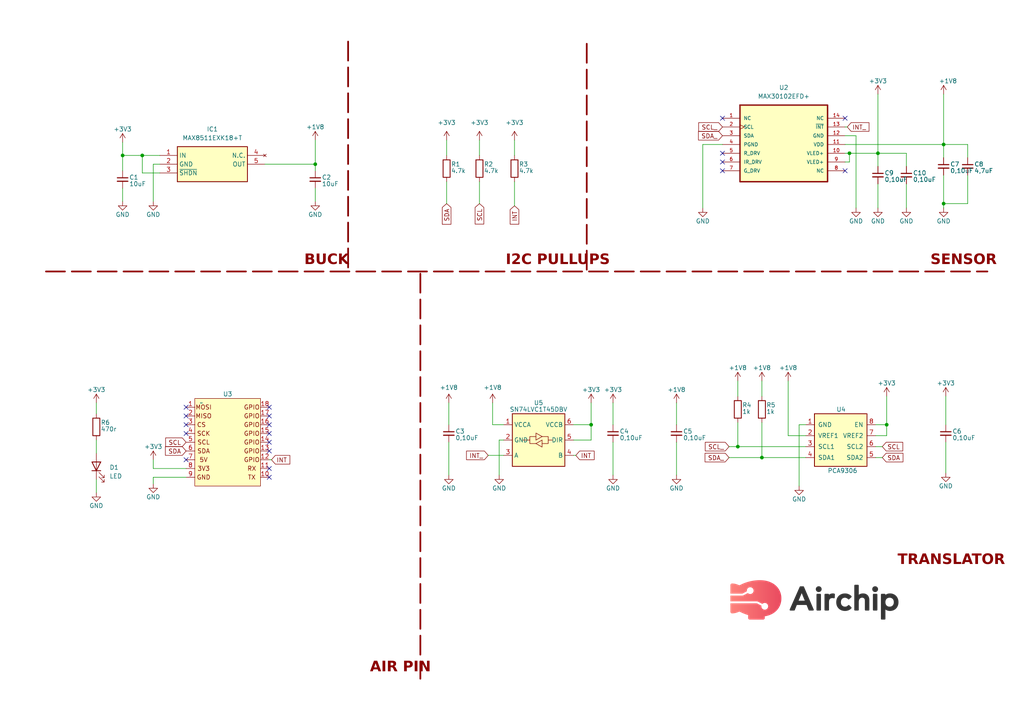
<source format=kicad_sch>
(kicad_sch (version 20230121) (generator eeschema)

  (uuid d0735c56-aa05-4909-b203-6eaccff99415)

  (paper "A4")

  (lib_symbols
    (symbol "Device:C_Small" (pin_numbers hide) (pin_names (offset 0.254) hide) (in_bom yes) (on_board yes)
      (property "Reference" "C" (at 0.254 1.778 0)
        (effects (font (size 1.27 1.27)) (justify left))
      )
      (property "Value" "C_Small" (at 0.254 -2.032 0)
        (effects (font (size 1.27 1.27)) (justify left))
      )
      (property "Footprint" "" (at 0 0 0)
        (effects (font (size 1.27 1.27)) hide)
      )
      (property "Datasheet" "~" (at 0 0 0)
        (effects (font (size 1.27 1.27)) hide)
      )
      (property "ki_keywords" "capacitor cap" (at 0 0 0)
        (effects (font (size 1.27 1.27)) hide)
      )
      (property "ki_description" "Unpolarized capacitor, small symbol" (at 0 0 0)
        (effects (font (size 1.27 1.27)) hide)
      )
      (property "ki_fp_filters" "C_*" (at 0 0 0)
        (effects (font (size 1.27 1.27)) hide)
      )
      (symbol "C_Small_0_1"
        (polyline
          (pts
            (xy -1.524 -0.508)
            (xy 1.524 -0.508)
          )
          (stroke (width 0.3302) (type default))
          (fill (type none))
        )
        (polyline
          (pts
            (xy -1.524 0.508)
            (xy 1.524 0.508)
          )
          (stroke (width 0.3048) (type default))
          (fill (type none))
        )
      )
      (symbol "C_Small_1_1"
        (pin passive line (at 0 2.54 270) (length 2.032)
          (name "~" (effects (font (size 1.27 1.27))))
          (number "1" (effects (font (size 1.27 1.27))))
        )
        (pin passive line (at 0 -2.54 90) (length 2.032)
          (name "~" (effects (font (size 1.27 1.27))))
          (number "2" (effects (font (size 1.27 1.27))))
        )
      )
    )
    (symbol "Device:LED" (pin_numbers hide) (pin_names (offset 1.016) hide) (in_bom yes) (on_board yes)
      (property "Reference" "D" (at 0 2.54 0)
        (effects (font (size 1.27 1.27)))
      )
      (property "Value" "LED" (at 0 -2.54 0)
        (effects (font (size 1.27 1.27)))
      )
      (property "Footprint" "" (at 0 0 0)
        (effects (font (size 1.27 1.27)) hide)
      )
      (property "Datasheet" "~" (at 0 0 0)
        (effects (font (size 1.27 1.27)) hide)
      )
      (property "ki_keywords" "LED diode" (at 0 0 0)
        (effects (font (size 1.27 1.27)) hide)
      )
      (property "ki_description" "Light emitting diode" (at 0 0 0)
        (effects (font (size 1.27 1.27)) hide)
      )
      (property "ki_fp_filters" "LED* LED_SMD:* LED_THT:*" (at 0 0 0)
        (effects (font (size 1.27 1.27)) hide)
      )
      (symbol "LED_0_1"
        (polyline
          (pts
            (xy -1.27 -1.27)
            (xy -1.27 1.27)
          )
          (stroke (width 0.254) (type default))
          (fill (type none))
        )
        (polyline
          (pts
            (xy -1.27 0)
            (xy 1.27 0)
          )
          (stroke (width 0) (type default))
          (fill (type none))
        )
        (polyline
          (pts
            (xy 1.27 -1.27)
            (xy 1.27 1.27)
            (xy -1.27 0)
            (xy 1.27 -1.27)
          )
          (stroke (width 0.254) (type default))
          (fill (type none))
        )
        (polyline
          (pts
            (xy -3.048 -0.762)
            (xy -4.572 -2.286)
            (xy -3.81 -2.286)
            (xy -4.572 -2.286)
            (xy -4.572 -1.524)
          )
          (stroke (width 0) (type default))
          (fill (type none))
        )
        (polyline
          (pts
            (xy -1.778 -0.762)
            (xy -3.302 -2.286)
            (xy -2.54 -2.286)
            (xy -3.302 -2.286)
            (xy -3.302 -1.524)
          )
          (stroke (width 0) (type default))
          (fill (type none))
        )
      )
      (symbol "LED_1_1"
        (pin passive line (at -3.81 0 0) (length 2.54)
          (name "K" (effects (font (size 1.27 1.27))))
          (number "1" (effects (font (size 1.27 1.27))))
        )
        (pin passive line (at 3.81 0 180) (length 2.54)
          (name "A" (effects (font (size 1.27 1.27))))
          (number "2" (effects (font (size 1.27 1.27))))
        )
      )
    )
    (symbol "Device:R" (pin_numbers hide) (pin_names (offset 0)) (in_bom yes) (on_board yes)
      (property "Reference" "R" (at 2.032 0 90)
        (effects (font (size 1.27 1.27)))
      )
      (property "Value" "R" (at 0 0 90)
        (effects (font (size 1.27 1.27)))
      )
      (property "Footprint" "" (at -1.778 0 90)
        (effects (font (size 1.27 1.27)) hide)
      )
      (property "Datasheet" "~" (at 0 0 0)
        (effects (font (size 1.27 1.27)) hide)
      )
      (property "ki_keywords" "R res resistor" (at 0 0 0)
        (effects (font (size 1.27 1.27)) hide)
      )
      (property "ki_description" "Resistor" (at 0 0 0)
        (effects (font (size 1.27 1.27)) hide)
      )
      (property "ki_fp_filters" "R_*" (at 0 0 0)
        (effects (font (size 1.27 1.27)) hide)
      )
      (symbol "R_0_1"
        (rectangle (start -1.016 -2.54) (end 1.016 2.54)
          (stroke (width 0.254) (type default))
          (fill (type none))
        )
      )
      (symbol "R_1_1"
        (pin passive line (at 0 3.81 270) (length 1.27)
          (name "~" (effects (font (size 1.27 1.27))))
          (number "1" (effects (font (size 1.27 1.27))))
        )
        (pin passive line (at 0 -3.81 90) (length 1.27)
          (name "~" (effects (font (size 1.27 1.27))))
          (number "2" (effects (font (size 1.27 1.27))))
        )
      )
    )
    (symbol "Interface:PCA9306" (pin_names (offset 1.016)) (in_bom yes) (on_board yes)
      (property "Reference" "U4" (at -1.27 11.43 0)
        (effects (font (size 1.27 1.27)) (justify left))
      )
      (property "Value" "PCA9306" (at -3.81 -6.35 0)
        (effects (font (size 1.27 1.27)) (justify left))
      )
      (property "Footprint" "" (at -10.16 8.89 0)
        (effects (font (size 1.27 1.27)) hide)
      )
      (property "Datasheet" "http://www.ti.com/lit/ds/symlink/pca9306.pdf" (at 15.875 17.78 0)
        (effects (font (size 1.27 1.27)) hide)
      )
      (property "ki_keywords" "Dual bidirectional I2C Bus and SMBus voltage level translator" (at 0 0 0)
        (effects (font (size 1.27 1.27)) hide)
      )
      (property "ki_description" "Dual bidirectional I2C Bus and SMBus voltage level translator" (at 0 0 0)
        (effects (font (size 1.27 1.27)) hide)
      )
      (property "ki_fp_filters" "SSOP*2.95x2.8mm*P0.65mm* VSSOP*2.3x2mm*P0.5mm* X2SON*1.4x1mm*P0.35mm*" (at 0 0 0)
        (effects (font (size 1.27 1.27)) hide)
      )
      (symbol "PCA9306_0_1"
        (rectangle (start -7.62 10.16) (end 7.62 -5.08)
          (stroke (width 0.254) (type default))
          (fill (type background))
        )
      )
      (symbol "PCA9306_1_1"
        (pin power_in line (at -10.16 6.985 0) (length 2.54)
          (name "GND" (effects (font (size 1.27 1.27))))
          (number "1" (effects (font (size 1.27 1.27))))
        )
        (pin power_in line (at -10.16 3.81 0) (length 2.54)
          (name "VREF1" (effects (font (size 1.27 1.27))))
          (number "2" (effects (font (size 1.27 1.27))))
        )
        (pin bidirectional line (at -10.16 0.635 0) (length 2.54)
          (name "SCL1" (effects (font (size 1.27 1.27))))
          (number "3" (effects (font (size 1.27 1.27))))
        )
        (pin bidirectional line (at -10.16 -2.54 0) (length 2.54)
          (name "SDA1" (effects (font (size 1.27 1.27))))
          (number "4" (effects (font (size 1.27 1.27))))
        )
        (pin bidirectional line (at 10.16 -2.54 180) (length 2.54)
          (name "SDA2" (effects (font (size 1.27 1.27))))
          (number "5" (effects (font (size 1.27 1.27))))
        )
        (pin bidirectional line (at 10.16 0.635 180) (length 2.54)
          (name "SCL2" (effects (font (size 1.27 1.27))))
          (number "6" (effects (font (size 1.27 1.27))))
        )
        (pin power_in line (at 10.16 3.81 180) (length 2.54)
          (name "VREF2" (effects (font (size 1.27 1.27))))
          (number "7" (effects (font (size 1.27 1.27))))
        )
        (pin input line (at 10.16 6.985 180) (length 2.54)
          (name "EN" (effects (font (size 1.27 1.27))))
          (number "8" (effects (font (size 1.27 1.27))))
        )
      )
    )
    (symbol "Logic_LevelTranslator:SN74LVC1T45DBV" (in_bom yes) (on_board yes)
      (property "Reference" "U5" (at 0 10.795 0)
        (effects (font (size 1.27 1.27)))
      )
      (property "Value" "SN74LVC1T45DBV" (at 0 8.89 0)
        (effects (font (size 1.27 1.27)))
      )
      (property "Footprint" "Package_TO_SOT_SMD:SOT-23-6" (at 0 -11.43 0)
        (effects (font (size 1.27 1.27)) hide)
      )
      (property "Datasheet" "http://www.ti.com/lit/ds/symlink/sn74lvc1t45.pdf" (at -22.86 -16.51 0)
        (effects (font (size 1.27 1.27)) hide)
      )
      (property "ki_keywords" "Level-Shifter CMOS-TTL-Translation" (at 0 0 0)
        (effects (font (size 1.27 1.27)) hide)
      )
      (property "ki_description" "Single-Bit Dual-Supply Bus Transceiver With Configurable Voltage Translation and 3-State Outputs, SOT-23-6" (at 0 0 0)
        (effects (font (size 1.27 1.27)) hide)
      )
      (property "ki_fp_filters" "SOT?23*" (at 0 0 0)
        (effects (font (size 1.27 1.27)) hide)
      )
      (symbol "SN74LVC1T45DBV_0_1"
        (rectangle (start -7.62 7.62) (end 7.62 -7.62)
          (stroke (width 0.254) (type default))
          (fill (type background))
        )
        (polyline
          (pts
            (xy -2.54 0)
            (xy -2.54 1.016)
            (xy -0.762 1.016)
          )
          (stroke (width 0) (type default))
          (fill (type none))
        )
        (polyline
          (pts
            (xy 2.794 0)
            (xy 2.794 -1.016)
            (xy 1.016 -1.016)
          )
          (stroke (width 0) (type default))
          (fill (type none))
        )
        (polyline
          (pts
            (xy -0.762 -1.016)
            (xy -2.54 -1.016)
            (xy -2.54 0)
            (xy -4.572 0)
          )
          (stroke (width 0) (type default))
          (fill (type none))
        )
        (polyline
          (pts
            (xy -0.762 0)
            (xy -0.762 2.032)
            (xy 1.016 1.016)
            (xy -0.762 0)
          )
          (stroke (width 0) (type default))
          (fill (type none))
        )
        (polyline
          (pts
            (xy 1.016 1.016)
            (xy 2.794 1.016)
            (xy 2.794 0)
            (xy 4.064 0)
          )
          (stroke (width 0) (type default))
          (fill (type none))
        )
        (polyline
          (pts
            (xy 1.016 0)
            (xy 1.016 -1.778)
            (xy 1.016 -2.032)
            (xy -0.762 -1.016)
            (xy 1.016 0)
          )
          (stroke (width 0) (type default))
          (fill (type none))
        )
      )
      (symbol "SN74LVC1T45DBV_1_1"
        (pin power_in line (at -10.16 4.445 0) (length 2.54)
          (name "VCCA" (effects (font (size 1.27 1.27))))
          (number "1" (effects (font (size 1.27 1.27))))
        )
        (pin power_in line (at -10.16 0 0) (length 2.54)
          (name "GND" (effects (font (size 1.27 1.27))))
          (number "2" (effects (font (size 1.27 1.27))))
        )
        (pin bidirectional line (at -10.16 -4.445 0) (length 2.54)
          (name "A" (effects (font (size 1.27 1.27))))
          (number "3" (effects (font (size 1.27 1.27))))
        )
        (pin bidirectional line (at 10.16 -4.445 180) (length 2.54)
          (name "B" (effects (font (size 1.27 1.27))))
          (number "4" (effects (font (size 1.27 1.27))))
        )
        (pin input line (at 10.16 0 180) (length 2.54)
          (name "DIR" (effects (font (size 1.27 1.27))))
          (number "5" (effects (font (size 1.27 1.27))))
        )
        (pin power_in line (at 10.16 4.445 180) (length 2.54)
          (name "VCCB" (effects (font (size 1.27 1.27))))
          (number "6" (effects (font (size 1.27 1.27))))
        )
      )
    )
    (symbol "MAX30102EFD_:MAX30102EFD+" (pin_names (offset 1.016)) (in_bom yes) (on_board yes)
      (property "Reference" "U2" (at 0 20.32 0)
        (effects (font (size 1.27 1.27)))
      )
      (property "Value" "MAX30102EFD+" (at 0 17.78 0)
        (effects (font (size 1.27 1.27)))
      )
      (property "Footprint" "MAX30100:MAX30102" (at 0 0 0)
        (effects (font (size 1.27 1.27)) (justify bottom) hide)
      )
      (property "Datasheet" "" (at 0 0 0)
        (effects (font (size 1.27 1.27)) hide)
      )
      (property "PARTREV" "0" (at 0 0 0)
        (effects (font (size 1.27 1.27)) (justify bottom) hide)
      )
      (property "MANUFACTURER" "Maxim Integrated" (at 0 0 0)
        (effects (font (size 1.27 1.27)) (justify bottom) hide)
      )
      (property "STANDARD" "IPC7351B" (at 0 0 0)
        (effects (font (size 1.27 1.27)) (justify bottom) hide)
      )
      (symbol "MAX30102EFD+_0_0"
        (rectangle (start -12.7 15.24) (end 12.7 -6.985)
          (stroke (width 0.4064) (type default))
          (fill (type background))
        )
        (pin power_in line (at 17.78 1.27 180) (length 5.08)
          (name "VLED+" (effects (font (size 1.016 1.016))))
          (number "10" (effects (font (size 1.016 1.016))))
        )
        (pin power_in line (at 17.78 3.81 180) (length 5.08)
          (name "VDD" (effects (font (size 1.016 1.016))))
          (number "11" (effects (font (size 1.016 1.016))))
        )
        (pin power_in line (at 17.78 6.35 180) (length 5.08)
          (name "GND" (effects (font (size 1.016 1.016))))
          (number "12" (effects (font (size 1.016 1.016))))
        )
        (pin output line (at 17.78 8.89 180) (length 5.08)
          (name "~{INT}" (effects (font (size 1.016 1.016))))
          (number "13" (effects (font (size 1.016 1.016))))
        )
        (pin input clock (at -17.78 8.89 0) (length 5.08)
          (name "SCL" (effects (font (size 1.016 1.016))))
          (number "2" (effects (font (size 1.016 1.016))))
        )
        (pin bidirectional line (at -17.78 6.35 0) (length 5.08)
          (name "SDA" (effects (font (size 1.016 1.016))))
          (number "3" (effects (font (size 1.016 1.016))))
        )
        (pin power_in line (at -17.78 3.81 0) (length 5.08)
          (name "PGND" (effects (font (size 1.016 1.016))))
          (number "4" (effects (font (size 1.016 1.016))))
        )
        (pin output line (at -17.78 1.27 0) (length 5.08)
          (name "R_DRV" (effects (font (size 1.016 1.016))))
          (number "5" (effects (font (size 1.016 1.016))))
        )
        (pin output line (at -17.78 -1.27 0) (length 5.08)
          (name "IR_DRV" (effects (font (size 1.016 1.016))))
          (number "6" (effects (font (size 1.016 1.016))))
        )
        (pin power_in line (at 17.78 -1.27 180) (length 5.08)
          (name "VLED+" (effects (font (size 1.016 1.016))))
          (number "9" (effects (font (size 1.016 1.016))))
        )
      )
      (symbol "MAX30102EFD+_1_0"
        (pin bidirectional line (at -17.78 11.43 0) (length 5.08)
          (name "NC" (effects (font (size 1.016 1.016))))
          (number "1" (effects (font (size 1.016 1.016))))
        )
        (pin bidirectional line (at 17.78 11.43 180) (length 5.08)
          (name "NC" (effects (font (size 1.016 1.016))))
          (number "14" (effects (font (size 1.016 1.016))))
        )
        (pin output line (at -17.78 -3.81 0) (length 5.08)
          (name "G_DRV" (effects (font (size 1.016 1.016))))
          (number "7" (effects (font (size 1.016 1.016))))
        )
        (pin output line (at 17.78 -3.81 180) (length 5.08)
          (name "NC" (effects (font (size 1.016 1.016))))
          (number "8" (effects (font (size 1.016 1.016))))
        )
      )
    )
    (symbol "MAX8511EXK18+T:MAX8511EXK18+T" (in_bom yes) (on_board yes)
      (property "Reference" "IC" (at 26.67 7.62 0)
        (effects (font (size 1.27 1.27)) (justify left top))
      )
      (property "Value" "MAX8511EXK18+T" (at 26.67 5.08 0)
        (effects (font (size 1.27 1.27)) (justify left top))
      )
      (property "Footprint" "SOT65P210X110-5N" (at 26.67 -94.92 0)
        (effects (font (size 1.27 1.27)) (justify left top) hide)
      )
      (property "Datasheet" "https://datasheets.maximintegrated.com/en/ds/MAX8510-MAX8512.pdf" (at 26.67 -194.92 0)
        (effects (font (size 1.27 1.27)) (justify left top) hide)
      )
      (property "Height" "1.1" (at 26.67 -394.92 0)
        (effects (font (size 1.27 1.27)) (justify left top) hide)
      )
      (property "Mouser Part Number" "700-MAX8511EXK18T" (at 26.67 -494.92 0)
        (effects (font (size 1.27 1.27)) (justify left top) hide)
      )
      (property "Mouser Price/Stock" "https://www.mouser.co.uk/ProductDetail/Maxim-Integrated/MAX8511EXK18%2bT?qs=Jw2w9zrI6w%2FP0l1f3YHflg%3D%3D" (at 26.67 -594.92 0)
        (effects (font (size 1.27 1.27)) (justify left top) hide)
      )
      (property "Manufacturer_Name" "Analog Devices" (at 26.67 -694.92 0)
        (effects (font (size 1.27 1.27)) (justify left top) hide)
      )
      (property "Manufacturer_Part_Number" "MAX8511EXK18+T" (at 26.67 -794.92 0)
        (effects (font (size 1.27 1.27)) (justify left top) hide)
      )
      (property "ki_description" "MAXIM INTEGRATED PRODUCTS - MAX8511EXK18+T - LDO, FIXED, 1.8V, 0.12A, SC-70-5" (at 0 0 0)
        (effects (font (size 1.27 1.27)) hide)
      )
      (symbol "MAX8511EXK18+T_1_1"
        (rectangle (start 5.08 2.54) (end 25.4 -7.62)
          (stroke (width 0.254) (type default))
          (fill (type background))
        )
        (pin passive line (at 0 0 0) (length 5.08)
          (name "IN" (effects (font (size 1.27 1.27))))
          (number "1" (effects (font (size 1.27 1.27))))
        )
        (pin passive line (at 0 -2.54 0) (length 5.08)
          (name "GND" (effects (font (size 1.27 1.27))))
          (number "2" (effects (font (size 1.27 1.27))))
        )
        (pin passive line (at 0 -5.08 0) (length 5.08)
          (name "~{SHDN}" (effects (font (size 1.27 1.27))))
          (number "3" (effects (font (size 1.27 1.27))))
        )
        (pin no_connect line (at 30.48 0 180) (length 5.08)
          (name "N.C." (effects (font (size 1.27 1.27))))
          (number "4" (effects (font (size 1.27 1.27))))
        )
        (pin passive line (at 30.48 -2.54 180) (length 5.08)
          (name "OUT" (effects (font (size 1.27 1.27))))
          (number "5" (effects (font (size 1.27 1.27))))
        )
      )
    )
    (symbol "moduler_pin:air" (in_bom yes) (on_board yes)
      (property "Reference" "U" (at 7.62 2.54 0)
        (effects (font (size 1.27 1.27)))
      )
      (property "Value" "" (at 0 0 0)
        (effects (font (size 1.27 1.27)))
      )
      (property "Footprint" "" (at 0 0 0)
        (effects (font (size 1.27 1.27)) hide)
      )
      (property "Datasheet" "" (at 0 0 0)
        (effects (font (size 1.27 1.27)) hide)
      )
      (symbol "air_1_1"
        (rectangle (start -1.905 1.27) (end 17.145 -24.13)
          (stroke (width 0) (type default))
          (fill (type background))
        )
        (text "3V3" (at 0.635 -19.05 0)
          (effects (font (size 1.27 1.27)))
        )
        (text "5V" (at 0.635 -16.51 0)
          (effects (font (size 1.27 1.27)))
        )
        (text "CS" (at 0 -6.35 0)
          (effects (font (size 1.27 1.27)))
        )
        (text "GND" (at 0.635 -21.59 0)
          (effects (font (size 1.27 1.27)))
        )
        (text "GPIO" (at 14.605 -16.51 0)
          (effects (font (size 1.27 1.27)))
        )
        (text "GPIO" (at 14.605 -13.97 0)
          (effects (font (size 1.27 1.27)))
        )
        (text "GPIO" (at 14.605 -11.43 0)
          (effects (font (size 1.27 1.27)))
        )
        (text "GPIO" (at 14.605 -8.89 0)
          (effects (font (size 1.27 1.27)))
        )
        (text "GPIO" (at 14.605 -6.35 0)
          (effects (font (size 1.27 1.27)))
        )
        (text "GPIO" (at 14.605 -3.81 0)
          (effects (font (size 1.27 1.27)))
        )
        (text "GPIO" (at 14.605 -1.27 0)
          (effects (font (size 1.27 1.27)))
        )
        (text "MISO" (at 0.635 -3.81 0)
          (effects (font (size 1.27 1.27)))
        )
        (text "MOSI" (at 0.635 -1.27 0)
          (effects (font (size 1.27 1.27)))
        )
        (text "RX" (at 14.605 -19.05 0)
          (effects (font (size 1.27 1.27)))
        )
        (text "SCK" (at 0.635 -8.89 0)
          (effects (font (size 1.27 1.27)))
        )
        (text "SCL" (at 0.635 -11.43 0)
          (effects (font (size 1.27 1.27)))
        )
        (text "SDA" (at 0.635 -13.97 0)
          (effects (font (size 1.27 1.27)))
        )
        (text "TX" (at 14.605 -21.59 0)
          (effects (font (size 1.27 1.27)))
        )
        (pin input line (at -4.445 -1.27 0) (length 2.54)
          (name "" (effects (font (size 1.27 1.27))))
          (number "1" (effects (font (size 1.27 1.27))))
        )
        (pin input line (at 19.685 -21.59 180) (length 2.54)
          (name "" (effects (font (size 1.27 1.27))))
          (number "10" (effects (font (size 1.27 1.27))))
        )
        (pin input line (at 19.685 -19.05 180) (length 2.54)
          (name "" (effects (font (size 1.27 1.27))))
          (number "11" (effects (font (size 1.27 1.27))))
        )
        (pin input line (at 19.685 -16.51 180) (length 2.54)
          (name "" (effects (font (size 1.27 1.27))))
          (number "12" (effects (font (size 1.27 1.27))))
        )
        (pin input line (at 19.685 -13.97 180) (length 2.54)
          (name "" (effects (font (size 1.27 1.27))))
          (number "13" (effects (font (size 1.27 1.27))))
        )
        (pin input line (at 19.685 -11.43 180) (length 2.54)
          (name "" (effects (font (size 1.27 1.27))))
          (number "14" (effects (font (size 1.27 1.27))))
        )
        (pin input line (at 19.685 -8.89 180) (length 2.54)
          (name "" (effects (font (size 1.27 1.27))))
          (number "15" (effects (font (size 1.27 1.27))))
        )
        (pin input line (at 19.685 -6.35 180) (length 2.54)
          (name "" (effects (font (size 1.27 1.27))))
          (number "16" (effects (font (size 1.27 1.27))))
        )
        (pin input line (at 19.685 -3.81 180) (length 2.54)
          (name "" (effects (font (size 1.27 1.27))))
          (number "17" (effects (font (size 1.27 1.27))))
        )
        (pin input line (at 19.685 -1.27 180) (length 2.54)
          (name "" (effects (font (size 1.27 1.27))))
          (number "18" (effects (font (size 1.27 1.27))))
        )
        (pin input line (at -4.445 -3.81 0) (length 2.54)
          (name "" (effects (font (size 1.27 1.27))))
          (number "2" (effects (font (size 1.27 1.27))))
        )
        (pin input line (at -4.445 -6.35 0) (length 2.54)
          (name "" (effects (font (size 1.27 1.27))))
          (number "3" (effects (font (size 1.27 1.27))))
        )
        (pin input line (at -4.445 -8.89 0) (length 2.54)
          (name "" (effects (font (size 1.27 1.27))))
          (number "4" (effects (font (size 1.27 1.27))))
        )
        (pin input line (at -4.445 -11.43 0) (length 2.54)
          (name "" (effects (font (size 1.27 1.27))))
          (number "5" (effects (font (size 1.27 1.27))))
        )
        (pin input line (at -4.445 -13.97 0) (length 2.54)
          (name "" (effects (font (size 1.27 1.27))))
          (number "6" (effects (font (size 1.27 1.27))))
        )
        (pin input line (at -4.445 -16.51 0) (length 2.54)
          (name "" (effects (font (size 1.27 1.27))))
          (number "7" (effects (font (size 1.27 1.27))))
        )
        (pin input line (at -4.445 -19.05 0) (length 2.54)
          (name "" (effects (font (size 1.27 1.27))))
          (number "8" (effects (font (size 1.27 1.27))))
        )
        (pin input line (at -4.445 -21.59 0) (length 2.54)
          (name "" (effects (font (size 1.27 1.27))))
          (number "9" (effects (font (size 1.27 1.27))))
        )
      )
    )
    (symbol "power:+1V8" (power) (pin_names (offset 0)) (in_bom yes) (on_board yes)
      (property "Reference" "#PWR" (at 0 -3.81 0)
        (effects (font (size 1.27 1.27)) hide)
      )
      (property "Value" "+1V8" (at 0 3.556 0)
        (effects (font (size 1.27 1.27)))
      )
      (property "Footprint" "" (at 0 0 0)
        (effects (font (size 1.27 1.27)) hide)
      )
      (property "Datasheet" "" (at 0 0 0)
        (effects (font (size 1.27 1.27)) hide)
      )
      (property "ki_keywords" "power-flag" (at 0 0 0)
        (effects (font (size 1.27 1.27)) hide)
      )
      (property "ki_description" "Power symbol creates a global label with name \"+1V8\"" (at 0 0 0)
        (effects (font (size 1.27 1.27)) hide)
      )
      (symbol "+1V8_0_1"
        (polyline
          (pts
            (xy -0.762 1.27)
            (xy 0 2.54)
          )
          (stroke (width 0) (type default))
          (fill (type none))
        )
        (polyline
          (pts
            (xy 0 0)
            (xy 0 2.54)
          )
          (stroke (width 0) (type default))
          (fill (type none))
        )
        (polyline
          (pts
            (xy 0 2.54)
            (xy 0.762 1.27)
          )
          (stroke (width 0) (type default))
          (fill (type none))
        )
      )
      (symbol "+1V8_1_1"
        (pin power_in line (at 0 0 90) (length 0) hide
          (name "+1V8" (effects (font (size 1.27 1.27))))
          (number "1" (effects (font (size 1.27 1.27))))
        )
      )
    )
    (symbol "power:+3V3" (power) (pin_names (offset 0)) (in_bom yes) (on_board yes)
      (property "Reference" "#PWR" (at 0 -3.81 0)
        (effects (font (size 1.27 1.27)) hide)
      )
      (property "Value" "+3V3" (at 0 3.556 0)
        (effects (font (size 1.27 1.27)))
      )
      (property "Footprint" "" (at 0 0 0)
        (effects (font (size 1.27 1.27)) hide)
      )
      (property "Datasheet" "" (at 0 0 0)
        (effects (font (size 1.27 1.27)) hide)
      )
      (property "ki_keywords" "global power" (at 0 0 0)
        (effects (font (size 1.27 1.27)) hide)
      )
      (property "ki_description" "Power symbol creates a global label with name \"+3V3\"" (at 0 0 0)
        (effects (font (size 1.27 1.27)) hide)
      )
      (symbol "+3V3_0_1"
        (polyline
          (pts
            (xy -0.762 1.27)
            (xy 0 2.54)
          )
          (stroke (width 0) (type default))
          (fill (type none))
        )
        (polyline
          (pts
            (xy 0 0)
            (xy 0 2.54)
          )
          (stroke (width 0) (type default))
          (fill (type none))
        )
        (polyline
          (pts
            (xy 0 2.54)
            (xy 0.762 1.27)
          )
          (stroke (width 0) (type default))
          (fill (type none))
        )
      )
      (symbol "+3V3_1_1"
        (pin power_in line (at 0 0 90) (length 0) hide
          (name "+3V3" (effects (font (size 1.27 1.27))))
          (number "1" (effects (font (size 1.27 1.27))))
        )
      )
    )
    (symbol "power:GND" (power) (pin_names (offset 0)) (in_bom yes) (on_board yes)
      (property "Reference" "#PWR" (at 0 -6.35 0)
        (effects (font (size 1.27 1.27)) hide)
      )
      (property "Value" "GND" (at 0 -3.81 0)
        (effects (font (size 1.27 1.27)))
      )
      (property "Footprint" "" (at 0 0 0)
        (effects (font (size 1.27 1.27)) hide)
      )
      (property "Datasheet" "" (at 0 0 0)
        (effects (font (size 1.27 1.27)) hide)
      )
      (property "ki_keywords" "power-flag" (at 0 0 0)
        (effects (font (size 1.27 1.27)) hide)
      )
      (property "ki_description" "Power symbol creates a global label with name \"GND\" , ground" (at 0 0 0)
        (effects (font (size 1.27 1.27)) hide)
      )
      (symbol "GND_0_1"
        (polyline
          (pts
            (xy 0 0)
            (xy 0 -1.27)
            (xy 1.27 -1.27)
            (xy 0 -2.54)
            (xy -1.27 -1.27)
            (xy 0 -1.27)
          )
          (stroke (width 0) (type default))
          (fill (type none))
        )
      )
      (symbol "GND_1_1"
        (pin power_in line (at 0 0 270) (length 0) hide
          (name "GND" (effects (font (size 1.27 1.27))))
          (number "1" (effects (font (size 1.27 1.27))))
        )
      )
    )
  )

  (junction (at 273.685 41.91) (diameter 0) (color 0 0 0 0)
    (uuid 1063e4db-b0fa-416f-90e3-f1bce7d1995a)
  )
  (junction (at 220.98 132.715) (diameter 0) (color 0 0 0 0)
    (uuid 1f6b641a-0a0f-4f07-88f7-e35708cb3481)
  )
  (junction (at 257.175 123.19) (diameter 0) (color 0 0 0 0)
    (uuid 214d4e1f-1694-418a-91e1-b8d189b927dd)
  )
  (junction (at 35.56 45.085) (diameter 0) (color 0 0 0 0)
    (uuid 29f6137e-562d-4bbf-82e2-e7889f3e8baa)
  )
  (junction (at 171.45 123.19) (diameter 0) (color 0 0 0 0)
    (uuid 3d3d035e-2427-48c6-98ba-8751f691068d)
  )
  (junction (at 91.44 47.625) (diameter 0) (color 0 0 0 0)
    (uuid 6f3f321c-e044-40a8-9353-9f3a99286e1e)
  )
  (junction (at 273.685 59.055) (diameter 0) (color 0 0 0 0)
    (uuid bc12e177-b7e0-401b-9d60-0d87e47c64fe)
  )
  (junction (at 213.995 129.54) (diameter 0) (color 0 0 0 0)
    (uuid ca481b3f-679f-44f7-a363-abbe012b6ff9)
  )
  (junction (at 254.635 44.45) (diameter 0) (color 0 0 0 0)
    (uuid ce096969-1d1a-45cc-ac49-b88128589e30)
  )
  (junction (at 41.275 45.085) (diameter 0) (color 0 0 0 0)
    (uuid e95606fb-1e7b-4a7c-8283-3455f3b6d966)
  )
  (junction (at 246.38 44.45) (diameter 0) (color 0 0 0 0)
    (uuid f87383a5-b1b7-4960-87e8-499f16b31d78)
  )

  (no_connect (at 53.975 123.19) (uuid 06c6d539-7226-4faf-a327-78b6c79b6d32))
  (no_connect (at 53.975 118.11) (uuid 27afacef-ed68-44c2-b834-a785a68ca275))
  (no_connect (at 53.975 125.73) (uuid 2ac75e7a-7e6f-475e-8a93-cee24470887e))
  (no_connect (at 245.11 34.29) (uuid 32ba601a-1da6-4fb2-a64e-c610a0d1de14))
  (no_connect (at 53.975 133.35) (uuid 4542fb63-ebfa-462a-ad5d-8218ff1b8fc3))
  (no_connect (at 78.105 123.19) (uuid 4e12ea23-f9da-4043-ad75-b87faae3f1fa))
  (no_connect (at 209.55 34.29) (uuid 5b810d6f-6997-4182-a461-a804729b5a53))
  (no_connect (at 209.55 49.53) (uuid 6873bcbe-afe3-451c-ac2e-c2638c48b752))
  (no_connect (at 209.55 46.99) (uuid 6e44d5c0-2061-4eb2-ac89-325f7761c32c))
  (no_connect (at 78.105 128.27) (uuid 75194789-7cf5-4499-b253-7a2d4d247594))
  (no_connect (at 78.105 125.73) (uuid 9e7a4e55-8fcf-4d6a-9474-f5939178ae1a))
  (no_connect (at 53.975 120.65) (uuid b28bd21e-1922-4ddd-975c-a81e726e1cfe))
  (no_connect (at 78.105 118.11) (uuid c22fc59c-7b42-47a3-8d69-51e96950e3b1))
  (no_connect (at 209.55 44.45) (uuid cdbb6a7e-1f33-4e49-823f-f2f996e5f7f7))
  (no_connect (at 78.105 138.43) (uuid dec590b2-1cc6-44b2-b892-320eb98e8730))
  (no_connect (at 245.11 49.53) (uuid e5f49f79-83c8-4c11-bcc0-bcdbcfca8db4))
  (no_connect (at 78.105 130.81) (uuid e65aa040-28a8-42c5-82d1-7903b96feeba))
  (no_connect (at 78.105 120.65) (uuid f2f556b7-e79a-40e7-b54e-ddaf76149990))
  (no_connect (at 78.105 135.89) (uuid f4b71d91-4ae2-4b53-8132-d8b0091148bf))

  (wire (pts (xy 177.8 128.27) (xy 177.8 137.795))
    (stroke (width 0) (type default))
    (uuid 02b9cc5f-a2a2-40a0-8264-031f10ca2a12)
  )
  (wire (pts (xy 273.685 59.055) (xy 273.685 60.325))
    (stroke (width 0) (type default))
    (uuid 04dc987f-9145-43a7-b121-68d1a078e1cf)
  )
  (wire (pts (xy 246.38 44.45) (xy 246.38 46.99))
    (stroke (width 0) (type default))
    (uuid 0710ed96-a9cd-4056-b637-39911453218e)
  )
  (wire (pts (xy 203.835 41.91) (xy 209.55 41.91))
    (stroke (width 0) (type default))
    (uuid 0896ca1c-6b15-498f-99f3-0fe52dc0be67)
  )
  (wire (pts (xy 144.78 137.795) (xy 144.78 127.635))
    (stroke (width 0) (type default))
    (uuid 08d31966-3b2f-4248-978c-657705d29f3c)
  )
  (wire (pts (xy 213.995 110.49) (xy 213.995 114.935))
    (stroke (width 0) (type default))
    (uuid 0bd2f151-b91b-4eb1-887e-51f4e92bc3e7)
  )
  (wire (pts (xy 254 129.54) (xy 255.905 129.54))
    (stroke (width 0) (type default))
    (uuid 0e276e1a-b520-401b-bdac-2334c8afa15d)
  )
  (wire (pts (xy 27.94 127.635) (xy 27.94 131.445))
    (stroke (width 0) (type default))
    (uuid 0e6ab9bc-8399-45e5-9316-94e41dc033bf)
  )
  (wire (pts (xy 245.11 44.45) (xy 246.38 44.45))
    (stroke (width 0) (type default))
    (uuid 102102a4-d10c-4e78-9a8f-4a2938dd37d4)
  )
  (wire (pts (xy 91.44 58.42) (xy 91.44 54.61))
    (stroke (width 0) (type default))
    (uuid 13b0f300-f05d-48ca-9cae-15078c496c65)
  )
  (wire (pts (xy 196.215 137.795) (xy 196.215 128.27))
    (stroke (width 0) (type default))
    (uuid 152b82a0-7932-4d41-8541-38858093f864)
  )
  (wire (pts (xy 254.635 44.45) (xy 254.635 48.26))
    (stroke (width 0) (type default))
    (uuid 156fc746-8961-4942-bb64-0eaca621bbdb)
  )
  (polyline (pts (xy 13.335 78.74) (xy 286.385 78.74))
    (stroke (width 0.5) (type dash) (color 132 0 0 1))
    (uuid 1570cfd2-793e-4e35-8fd5-cecb390588aa)
  )

  (wire (pts (xy 177.8 116.84) (xy 177.8 123.19))
    (stroke (width 0) (type default))
    (uuid 202ef76d-3057-4fd2-9b57-5ca07a6922c6)
  )
  (wire (pts (xy 231.775 140.97) (xy 231.775 123.19))
    (stroke (width 0) (type default))
    (uuid 2afa78d1-3594-4c0d-b2b3-589f6f40b669)
  )
  (wire (pts (xy 171.45 127.635) (xy 166.37 127.635))
    (stroke (width 0) (type default))
    (uuid 2b2fbee7-adcc-4234-8748-31eb63644490)
  )
  (wire (pts (xy 139.065 40.64) (xy 139.065 45.085))
    (stroke (width 0) (type default))
    (uuid 2bfb6d8a-53f3-445a-b4af-6fb1d02bbb55)
  )
  (wire (pts (xy 273.685 41.91) (xy 273.685 45.72))
    (stroke (width 0) (type default))
    (uuid 31910dbb-b4b6-4362-a685-bb13be6726e0)
  )
  (polyline (pts (xy 100.965 12.065) (xy 100.965 78.74))
    (stroke (width 0.5) (type dash) (color 132 0 0 1))
    (uuid 34238a16-f624-47a3-880b-765a3343c3af)
  )

  (wire (pts (xy 245.11 41.91) (xy 273.685 41.91))
    (stroke (width 0) (type default))
    (uuid 355c7279-d930-4bd1-9f27-e8c0eb538732)
  )
  (wire (pts (xy 144.78 127.635) (xy 146.05 127.635))
    (stroke (width 0) (type default))
    (uuid 3760da80-4a28-4028-af69-0ec277694c23)
  )
  (wire (pts (xy 142.875 123.19) (xy 146.05 123.19))
    (stroke (width 0) (type default))
    (uuid 3908ba51-9641-440b-96d1-2ec428063f8d)
  )
  (wire (pts (xy 246.38 46.99) (xy 245.11 46.99))
    (stroke (width 0) (type default))
    (uuid 396b86ed-a4ea-4a23-bf77-0475f6468f62)
  )
  (wire (pts (xy 141.605 132.08) (xy 146.05 132.08))
    (stroke (width 0) (type default))
    (uuid 40f98e72-8b1b-4f1d-9934-3273a38d243a)
  )
  (polyline (pts (xy 121.92 79.375) (xy 121.92 196.85))
    (stroke (width 0.5) (type dash) (color 132 0 0 1))
    (uuid 438b0145-a93c-4e78-a702-c41bbcb10fd1)
  )

  (wire (pts (xy 35.56 54.61) (xy 35.56 58.42))
    (stroke (width 0) (type default))
    (uuid 45effd6b-bde3-43a2-b851-0c218bbff6c1)
  )
  (wire (pts (xy 196.215 116.84) (xy 196.215 123.19))
    (stroke (width 0) (type default))
    (uuid 47d4c85c-2406-47a9-9bed-f64ce269f258)
  )
  (wire (pts (xy 130.175 116.84) (xy 130.175 123.19))
    (stroke (width 0) (type default))
    (uuid 4a49373e-067e-43ec-b314-f200fb77e2e6)
  )
  (wire (pts (xy 254.635 44.45) (xy 262.89 44.45))
    (stroke (width 0) (type default))
    (uuid 4a49ac8c-ff2e-4f2c-93ba-5aba1ec3125c)
  )
  (wire (pts (xy 129.54 59.055) (xy 129.54 52.705))
    (stroke (width 0) (type default))
    (uuid 4c4ed4b8-a05a-46aa-9ebe-20a13b438f97)
  )
  (wire (pts (xy 46.355 45.085) (xy 41.275 45.085))
    (stroke (width 0) (type default))
    (uuid 4e919af0-08bf-4c43-a25a-beff416ed36d)
  )
  (wire (pts (xy 213.995 122.555) (xy 213.995 129.54))
    (stroke (width 0) (type default))
    (uuid 4f62f6ce-db6e-4def-9a56-f968c2d6bc06)
  )
  (wire (pts (xy 44.45 138.43) (xy 53.975 138.43))
    (stroke (width 0) (type default))
    (uuid 4fb09484-a747-4f88-a1de-e4f0fac062b7)
  )
  (wire (pts (xy 44.45 135.89) (xy 53.975 135.89))
    (stroke (width 0) (type default))
    (uuid 50665252-061c-4ddd-9f38-43b4a56f400b)
  )
  (wire (pts (xy 35.56 41.275) (xy 35.56 45.085))
    (stroke (width 0) (type default))
    (uuid 523c02ba-d2e8-4f4a-919f-8eb86d1ce8e3)
  )
  (wire (pts (xy 27.94 142.875) (xy 27.94 139.065))
    (stroke (width 0) (type default))
    (uuid 598855d2-2be4-44e0-906b-23503e603d34)
  )
  (wire (pts (xy 274.32 137.16) (xy 274.32 128.27))
    (stroke (width 0) (type default))
    (uuid 5b6121ee-8f8e-4101-9511-6ff90190d6b3)
  )
  (wire (pts (xy 44.45 140.335) (xy 44.45 138.43))
    (stroke (width 0) (type default))
    (uuid 60645f72-d0b8-4e58-8acb-36291d5ca070)
  )
  (wire (pts (xy 35.56 45.085) (xy 35.56 49.53))
    (stroke (width 0) (type default))
    (uuid 6870180d-a104-4ae0-bc14-3a7e5208d1cf)
  )
  (wire (pts (xy 220.98 110.49) (xy 220.98 114.935))
    (stroke (width 0) (type default))
    (uuid 697c724f-cf2b-4c0a-b3a2-47a3bb6c3f55)
  )
  (wire (pts (xy 44.45 133.35) (xy 44.45 135.89))
    (stroke (width 0) (type default))
    (uuid 69d54692-a07a-49a7-bbab-9d587b61b1c6)
  )
  (wire (pts (xy 248.285 39.37) (xy 245.11 39.37))
    (stroke (width 0) (type default))
    (uuid 74329af7-87ff-461f-b43f-318cf5022aa7)
  )
  (wire (pts (xy 254.635 27.305) (xy 254.635 44.45))
    (stroke (width 0) (type default))
    (uuid 76565006-ae2f-40dc-858e-040f5c1593dd)
  )
  (wire (pts (xy 91.44 40.64) (xy 91.44 47.625))
    (stroke (width 0) (type default))
    (uuid 769cdae3-c0af-4f30-be78-9dfe62119b0b)
  )
  (wire (pts (xy 211.455 129.54) (xy 213.995 129.54))
    (stroke (width 0) (type default))
    (uuid 7cd892b3-da46-4cd1-8ecd-01186e4bf0df)
  )
  (wire (pts (xy 76.835 47.625) (xy 91.44 47.625))
    (stroke (width 0) (type default))
    (uuid 805f8cab-20b0-49de-bbf7-db51ad705cef)
  )
  (wire (pts (xy 220.98 132.715) (xy 233.68 132.715))
    (stroke (width 0) (type default))
    (uuid 85b52619-0e27-46dd-8001-fd202ee5a2c2)
  )
  (wire (pts (xy 257.175 123.19) (xy 257.175 126.365))
    (stroke (width 0) (type default))
    (uuid 872289ef-bbfd-4006-b0ae-4cab4e5bc3e0)
  )
  (wire (pts (xy 273.685 41.91) (xy 280.67 41.91))
    (stroke (width 0) (type default))
    (uuid 8c3e7883-f41d-483b-99bc-98e4f88beabb)
  )
  (wire (pts (xy 203.835 60.325) (xy 203.835 41.91))
    (stroke (width 0) (type default))
    (uuid 8c7a0a35-f53f-49f5-b017-3546df46783e)
  )
  (wire (pts (xy 213.995 129.54) (xy 233.68 129.54))
    (stroke (width 0) (type default))
    (uuid 938a66c7-4f75-442c-a987-5ba97e053721)
  )
  (wire (pts (xy 129.54 40.64) (xy 129.54 45.085))
    (stroke (width 0) (type default))
    (uuid 963bc440-15ed-4a13-9e55-39d98c1dc24b)
  )
  (wire (pts (xy 273.685 27.305) (xy 273.685 41.91))
    (stroke (width 0) (type default))
    (uuid 97bfa1cd-4ef5-46fc-9e5c-fd793d0ee968)
  )
  (wire (pts (xy 262.89 53.34) (xy 262.89 60.325))
    (stroke (width 0) (type default))
    (uuid 9b80f06f-d0fa-4bd5-ac8d-caa3c2fc8ee7)
  )
  (wire (pts (xy 171.45 123.19) (xy 166.37 123.19))
    (stroke (width 0) (type default))
    (uuid 9cad53d6-c3c1-4061-ae5e-5744429896a3)
  )
  (wire (pts (xy 254.635 60.325) (xy 254.635 53.34))
    (stroke (width 0) (type default))
    (uuid 9f35faaf-0ab0-441d-8050-8237152a51e1)
  )
  (wire (pts (xy 44.45 47.625) (xy 46.355 47.625))
    (stroke (width 0) (type default))
    (uuid a187ef7d-02fe-4c6b-99ee-9f3c0c66a629)
  )
  (wire (pts (xy 44.45 47.625) (xy 44.45 58.42))
    (stroke (width 0) (type default))
    (uuid a6421488-9dc7-40cd-9ced-651831bdb9fd)
  )
  (wire (pts (xy 280.67 50.8) (xy 280.67 59.055))
    (stroke (width 0) (type default))
    (uuid a7467c4c-115c-4399-93af-ec3491e0f0f8)
  )
  (wire (pts (xy 46.355 50.165) (xy 41.275 50.165))
    (stroke (width 0) (type default))
    (uuid af8f1ab4-6477-44f2-9984-c36c9489d292)
  )
  (wire (pts (xy 254 132.715) (xy 255.905 132.715))
    (stroke (width 0) (type default))
    (uuid b4a08c2a-081f-4318-a0c4-651a9b49ce55)
  )
  (wire (pts (xy 171.45 123.19) (xy 171.45 127.635))
    (stroke (width 0) (type default))
    (uuid b4f58adb-4be0-4f7a-9f76-aff679b00a70)
  )
  (wire (pts (xy 211.455 132.715) (xy 220.98 132.715))
    (stroke (width 0) (type default))
    (uuid b6f143b7-cd4a-44e5-a51a-9d6c4002084a)
  )
  (wire (pts (xy 167.005 132.08) (xy 166.37 132.08))
    (stroke (width 0) (type default))
    (uuid bf8aa425-4589-4857-89d6-46ed17c127f8)
  )
  (wire (pts (xy 41.275 50.165) (xy 41.275 45.085))
    (stroke (width 0) (type default))
    (uuid c04e8dd8-6acd-4671-a696-bd3725dca072)
  )
  (wire (pts (xy 149.225 52.705) (xy 149.225 59.69))
    (stroke (width 0) (type default))
    (uuid c0b3ca34-d2a6-47d4-b3ac-2712602826f4)
  )
  (wire (pts (xy 274.32 114.935) (xy 274.32 123.19))
    (stroke (width 0) (type default))
    (uuid c1f4e630-3324-4eb1-9678-849b270a7768)
  )
  (wire (pts (xy 142.875 116.84) (xy 142.875 123.19))
    (stroke (width 0) (type default))
    (uuid c2a263cc-dd57-4ef4-9daa-e5e8d8c9d161)
  )
  (wire (pts (xy 139.065 52.705) (xy 139.065 59.055))
    (stroke (width 0) (type default))
    (uuid c3645511-19a7-4393-9f88-26767d1404d1)
  )
  (wire (pts (xy 262.89 44.45) (xy 262.89 48.26))
    (stroke (width 0) (type default))
    (uuid c4260f98-efd8-4be9-9c64-0f6918963eb1)
  )
  (wire (pts (xy 171.45 116.84) (xy 171.45 123.19))
    (stroke (width 0) (type default))
    (uuid c44336da-47ee-4562-a5ca-4b9d2fe8dd6b)
  )
  (wire (pts (xy 280.67 45.72) (xy 280.67 41.91))
    (stroke (width 0) (type default))
    (uuid c4e763b2-df9e-4e45-8bf6-22704a581523)
  )
  (wire (pts (xy 228.6 126.365) (xy 233.68 126.365))
    (stroke (width 0) (type default))
    (uuid c685cb65-627a-40b9-9e35-dae8f46e8872)
  )
  (polyline (pts (xy 170.18 12.7) (xy 170.18 79.375))
    (stroke (width 0.5) (type dash) (color 132 0 0 1))
    (uuid cc7ee2cf-dbdd-4c7a-93e0-ba21e1e9bec1)
  )

  (wire (pts (xy 257.175 126.365) (xy 254 126.365))
    (stroke (width 0) (type default))
    (uuid d32e30d3-6586-4b44-a8d8-ea5381f309bf)
  )
  (wire (pts (xy 78.74 133.35) (xy 78.105 133.35))
    (stroke (width 0) (type default))
    (uuid d52758c0-289d-46dd-82d6-da466dbf2104)
  )
  (wire (pts (xy 254 123.19) (xy 257.175 123.19))
    (stroke (width 0) (type default))
    (uuid d87d5d1c-81ae-4b54-a952-a52f8df361e4)
  )
  (wire (pts (xy 149.225 40.64) (xy 149.225 45.085))
    (stroke (width 0) (type default))
    (uuid e17cdd36-4274-4a39-bb43-2cfadb0987d9)
  )
  (wire (pts (xy 130.175 128.27) (xy 130.175 137.795))
    (stroke (width 0) (type default))
    (uuid e51354f7-5b91-4e26-9b07-54198b310de7)
  )
  (wire (pts (xy 91.44 49.53) (xy 91.44 47.625))
    (stroke (width 0) (type default))
    (uuid e5d5504c-4b4e-4e61-9ebd-fd7f8d2e1808)
  )
  (wire (pts (xy 220.98 122.555) (xy 220.98 132.715))
    (stroke (width 0) (type default))
    (uuid e876e4ee-5e4e-4424-8ab8-d2b47705f55c)
  )
  (wire (pts (xy 248.285 60.325) (xy 248.285 39.37))
    (stroke (width 0) (type default))
    (uuid ebf7ec91-809e-45db-b2c7-d02f6a47efc4)
  )
  (wire (pts (xy 273.685 59.055) (xy 280.67 59.055))
    (stroke (width 0) (type default))
    (uuid ede32887-9512-43c2-a41c-0385770f15e8)
  )
  (wire (pts (xy 245.745 36.83) (xy 245.11 36.83))
    (stroke (width 0) (type default))
    (uuid f00b87f7-3c07-4129-bab8-2ae92830d582)
  )
  (wire (pts (xy 41.275 45.085) (xy 35.56 45.085))
    (stroke (width 0) (type default))
    (uuid f3bad54c-7574-4e74-9815-914690256766)
  )
  (wire (pts (xy 228.6 110.49) (xy 228.6 126.365))
    (stroke (width 0) (type default))
    (uuid f4ed1590-5056-4479-8e57-0411244e5174)
  )
  (wire (pts (xy 257.175 114.935) (xy 257.175 123.19))
    (stroke (width 0) (type default))
    (uuid f72b6b6d-212e-4c30-a3d5-8997d2d19ead)
  )
  (wire (pts (xy 27.94 116.84) (xy 27.94 120.015))
    (stroke (width 0) (type default))
    (uuid f7910852-fe7f-48bd-b744-5e57b5812db6)
  )
  (wire (pts (xy 246.38 44.45) (xy 254.635 44.45))
    (stroke (width 0) (type default))
    (uuid f89fb799-6089-4d4a-ba98-153afefd1dc3)
  )
  (wire (pts (xy 231.775 123.19) (xy 233.68 123.19))
    (stroke (width 0) (type default))
    (uuid fc9b9b61-844d-4261-a123-4a7d7977f4be)
  )
  (wire (pts (xy 273.685 50.8) (xy 273.685 59.055))
    (stroke (width 0) (type default))
    (uuid fff8c5b1-b197-4755-be0e-143edf12a782)
  )

  (image (at 236.22 173.99) (scale 0.287909)
    (uuid eb20a6cd-6c60-4d96-93ea-f1a84545a0cc)
    (data
      iVBORw0KGgoAAAANSUhEUgAAB9AAAAHVCAYAAACpJWDwAAAABHNCSVQICAgIfAhkiAAAIABJREFU
      eJzs3XeYnGW9//F3SEKyCS0hARUVBCSKYvuiqKiAokRasKAeRUn4WSghFUTNsYAiICGNA6gQEBso
      TfEg6hFE8KjouRFsIAgiiEJCEwhJKJnfH88sKdtmdmfmnvJ+XddcuzzPPfd8dpjMzj6fpwxDkjrQ
      ox+ZPhzYnBKbA5sDW5S/dt82BbqATSkxFugqwSbl5SOBzYqZSpsAI4CNgTHFIjYFNuo3QKnXpSuB
      J8oDHgWeLsHjwBOUeILi+5XACuAx4N/l77tvD5eXPUiJh4AHgYc2P//MFZU+L5IkSZIkSZIkSZ1s
      WO4AklQLj3706E2BZ1NiIvAcYCKw5Tpft4TS+PL3W1GU4X0V2esrrfel95UDLKp+TGn9YZXM2ff8
      TwIPQel+4F5gObAMuJcS3cvuA+4G7tv862c9XeWjSZIkSZIkSZIktQULdElN7bGPHb0J8FxKbAPP
      3J4LbFOCZwFbU3wdDQxQNA+t7G7hAr3vhT0XPV0qCvV/lG/3UBTrdwJ3UOLOLb5x1oNVppEkSZIk
      SZIkSWoJFuiSsnnsYzOGUZTf2wLbQWnb8vfdt+fRfar0SntqC/R+xleWtYKn8BHgb8CdULoduLV8
      u22Lb3z5H1XllCRJkiRJkiRJaiIW6JLq6rHDZ4wCdijftn/m+xI7AC+guHZ4WT/VrQV6depboPe3
      YAUlbgP+AtwC/An4I3DbFt/88lP9TS1JkiRJkiRJkpSbBbqkIVtxxIzhJXg+8CJgJ0pMAiYBO1Gc
      br2nattvC/Tq5CvQ+5rgSYpC/Q/An4GbgN9t8c0v39Pfw0mSJEmSJEmSJDWSBbqkiq04YubGFCX5
      zlDaGXgp8EJgp9K6R5IPukC2QN9wQBsV6H1ZTokbgN+VKL4Ct4/71per/YklSZIkSZIkSZKGzAJd
      Ug8rjpw5HNgReDnwUkq8FNi5vGx4MWr9frPU53/0wQK9ogEdUKD39vw+BKXfAL8Grgd+M+5bX3mg
      ylklSZIkSZIkSZKqZoEudbgVR84cR1GUvxx4WfnrzkDXM4MqKGMt0Ac350ADOrRA722S2yhxPfAL
      4FrglnHf/opHqUuSJEmSJEmSpJqyQJc6yIqjZj4LCOAVQFBiV+B5A97RAr2foRbo1U3Q95wDFOgb
      Lrof+F/gOopC/Xfjvv2Vp6p8ZEmSJEmSJEmSpPVYoEttasVRs7YCXg2l3Vhbmj9nvUGVFp0W6P0M
      tUCvboK+56yyQN/QI8DPgauAqyjxp3EXeIS6JEmSJEmSJEmqjgW61AYenz5rLMUR5bsBrwZeU4Jt
      i7XVldKVj7NAr8WcAw2wQB/kvCXuo7tMhx+Nu+Ar/6wylSRJkiRJkiRJ6kAW6FILenz6rB2B1wOv
      A3YHXgJstG7BWOrlux4s0C3Q27dA39BNULoCuBL41bgLvvp0FbNJkiRJkiRJkqQOYYEuNbnHp88a
      TXFUeXdh/npgYq+DLdAt0Psd39EF+roLHwZ+AlxeKnHF+Au/+nAVM0uSJEmSJEmSpDZmgS41mceP
      nrUZRUn+Jkq8CdgVGFXRnS3QLdD7HW+B3mNJiacorp3+PeD74y/86t1VPIokSZIkSZIkSWozFuhS
      Zo8fPXs88CZgTyi9AXglsBEwpNLUAn0ok/Q+xgK9t5UtX6BvKAEXAxeNv/Crt1fxiJIkSZIkSZIk
      qQ1YoEsN9viM2ZsDb6TEXsBbgJfxzL/FDdo8C/R+V1mgVzu/BXqPJf3PeQNwEXDB+Au/+vcqHl2S
      JEmSJEmSJLUoC3SpzlbOmD26BG+kKMv3ojgl+0YVFXwW6P2uskCvdn4L9B5LKp/zeuACSlww/jtf
      XVZFEkmSJEmSJEmS1EIs0KUaWzlj9jCKo8rfVr69oQSjewy0QK8ukAV6dSzQK1pYRYHePcVTwP8A
      3wC+N/47X11Z5QySJEmSJEmSJKmJWaBLNbBy5uxnUWIfisL8rcDEdddXXvRaoFcz3gK92vkt0Hss
      Gdrz+ihwMZTOG/+ds6+rciZJkiRJkiRJktSELNClQVg5c/Zw4HXAZGBf4JVV99QW6NUFskCvjgV6
      RQuHWKCvu/BW4Bzg/PHfOdtTvEuSJEmSJEmS1KIs0KUKrZw5ZyLw9uJWmgxssd4AC/Tq5rVAr2iA
      Bfog5218gd7tKeByYCnwo/HfOXtNlY8gSZIkSZIkSZIyskCX+rFy1pyXAAdS4gDgtTzzb6a6cs8C
      fXBzDrTKAr3a+S3Qeyyp1/NauIMSZwHnjv/u2Q9W+UiSJEmSJEmSJCkDC3RpHStnzRkJvAk4AJgC
      bAcMuTS0QB/cnAOtskCvdn4L9B5L6lugd69aBVwInDH+u2f/X5WPKEmSJEmSJEmSGsgCXR1v5aw5
      YyhOzX4QRXG+eY9BFugDLrRAH9ycAw2wQB/kvM1VoK/r1yVYAFy25XfPfqrKR5ckSZIkSZIkSXVm
      ga6OtHLWnPHAfsA7gcnA6H7vYIE+4EIL9MHNOdAAC/RBztu8BXr3or8Di4ClW3737EerTCFJkiRJ
      kiRJkurEAl0dY+XsOVtRFObvosSewIiK72yBPuBCC/TBzTnQAAv0Qc7b/AV6t0cocTawaMuLzv5H
      lWkkSZIkSZIkSVKNWaCrra2aPXc8lN4BHFyCvYHhQA3KSAt0C/TazDnQAAv0Qc7bOgV694IngfOB
      U7a86Oy/VplKkiRJkiRJkiTViAW62k5RmvMO4GDgLVAaAYMoePsdb4FugV6bOQcaYIE+yHlbr0Dv
      tga4CEonbXnROTdVF06SJEmSJEmSJA2VBbrawqo5c7uAAynxfoprmm+8du0GRWSP/6iABfqACy3Q
      BzfnQAMs0Ac5b+sW6Osu/D5w/JYXnfO7irJJkiRJkiRJkqQhs0BXy1o1Z+4IitOyf4DiiPOx/ZVb
      FuiVZqh0nAV6LeYcaIAF+iDnbY8CvZtFuiRJkiRJkiRJDWKBrpazas7cXYEPAe8DJq630gK9l28t
      0KufpPcxFui9rbRAb0CB3u0y4D+3vOicP/f9gJIkSZIkSZIkaSgs0NUSVs2Zuw3FkeaHAjv3OdAC
      vZdvLdCrn6T3MRbova20QG9ggV6sKPFN4DNbXnzOnX0/sCRJkiRJkiRJGgwLdDWtVXPnjqHEQRSl
      +d7ARgPeyQK9l28t0KufpPcxFui9rbRAb3CB3r3qSeAM4MQtLz7n/r4HS5IkSZIkSZKkaligq+ms
      mjs3gP8HvJ8Sm1d1Zwv0Xr61QK9+kt7HWKD3ttICPVOB3u0R4FRgwZYXn/N433eSJEmSJEmSJEmV
      sEBXU1g195hxUDqEojh/+TMralhuWaBXmqHScRbotZhzoAEW6IOct3MK9G73AMcB397y4nOq/akk
      SZIkSZIkSVKZBbqyWTX3mGHAHsBHgXdCaVSPQRbo1bFAt0Dvd7wFeo8l7VOgd7semLXlxef8ut9R
      kiRJkiRJkiSpVxboarjVxxwzHvhQqcTHgBetXVO7Iq63hRbolWaodJwFei3mHGiABfog5+3cAr3b
      tynx8S0vOeeeikZLkiRJkiRJkiTAAl0NtPqYY14LHA68B+jqWVxZoFugW6BvOMACfZDzWqBDiceA
      40uwaMIl5zxV4b0kSZIkSZIkSepoQyrQ1xz/qS1KJV4KTAK2ADZdZ/VqYOUG3z9MiVXl7x8CHgAe
      HH78F1eitrT6mGO6gPcDR7Putc3prbiyQLdAt0DfcIAF+iDntUBf93n9E3DUhEvO+XmF95QkSZIk
      SZIkqWNVXaCvOf5TOwAfBPYHXlUqVTlH70XBKuBBYBlwLyXuBu4F/gncDdwJ/G34CSc9Xm1e5bH6
      mGO2A44EPgyM622MBXoFCy3Q+11lgV7t/BboPZZ0RoHe7ZvA3AmXnLOswhkkSZIkSZIkSeo4FZff
      a46ftxuU/pOiOH9GXcqHvue8F7ijBHcAtwA3A3+mxO0jPn/Sk1UmUY2tPuaYYcCewAzgQGCj/sZb
      oFew0AK931UW6NXOb4HeY0lnFehQ7Kw2F0rnT7hkabU/vSRJkiRJkiRJbW/AAn3N8fMmAqcChzas
      fBhgzl7Kh6eAW4Eby7ffQemGEZ8/+cEq02kQVh97zCjgEErMBl5S6f0s0CtYaIHe7yoL9Grnt0Dv
      saTzCvTulVcBH51wydI7KpxNkiRJkiRJkqSO0G+Bvub4eXsAFwDPLpY0bYHe16i7gV+Xb78Cbhjx
      +ZNXDxxSlVh97DETKE7TfhSwVbWlmQV6BQst0PtdZYFe7fwW6D2WdG6BDrAS+AywcMIlS5+ucFZJ
      kiRJkiRJktpanwX6muPnTQWWst5puFuuQN/QE8ANlPg5cA3wixFfOPmx/h9NG1p97LEvgtJs4EPA
      6GdWWKBXfvdKF1qg97vKAr3a+S3Qeyzp7AK92/XAoRMuWfqXCmeWJEmSJEmSJKlt9Vqgrzlh3uGU
      OKvnmpYv0Ddc9TTwf8DVwI+BX474wsleS70Pq4899nXAJ4H9odTztWOBXvndK11ogd7vKgv0aue3
      QO+xxAK920pKfApYMuHSpWsqfARJkiRJkiRJktpOjxJ0zQnz3gV8l9K6R553a7sCfUOPAj+lKNN/
      OOILJ9/df5L2t/rYY4cBkymK8zeuXTP00swCvYKFFuj9rrJAr3Z+C/QeSyzQN1x0LTB1wqVL/1bh
      o0iSJEmSJEmS1FbWK9DXnDDvhcDvgLFZy4d8BfqG424AvleC74088eQ/VHivtrD648eOoMTBwCeA
      l/UcYYFe2WP3s8oCvbpAFujVsUCvaKEFeq+LHgOmT7h06fkVPpIkSZIkSZIkSW3jmQJ9zQnzhgO/
      BnYF8pYPzVOgr/vlDihdClw48sRTUoUztJzVHz92Y+CDwCcpsUPfIy3QK3vsflZZoFcXyAK9Ohbo
      FS20QO930XeAwydcuvThCh9RkiRJkiRJkqSWt26BfhTwX8+ssUDvpXx45rvbKIqFb4888ZSbK5yt
      qZWL88OATwHPA+pTRK473AJ94IUW6P2uskCvdn4L9B5LLNAHmvcu4JAJly69rsJHlSRJkiRJkiSp
      pQ0DWHPCvC7gb8DWz6yxQO+vQF/X74CvUZTp91c4c9N44uPHdgEfKcExdBfn3SzQ+xlvgW6BXps5
      BxpggT7IeS3Qa/m6XQN8Hvj8hEuXPl3ho0uSJEmSJEmS1JK6C/TpwOnrrbFAr7RA7/YkJS6nKNOv
      HPnFU5q6ZHiiOOL8YxRHnD+rYUXkusMt0AdeaIHe7yoL9Grnt0DvscQCvZp5r6bEByZctvTeChNI
      kiRJkiRJktRyugv03wGvWG+NBXq1Bfq6q/8BnA2cPfKLp/yrwkdriCeOO3YEJaYBn2adI84t0Kud
      1wLdAr02cw40wAJ9kPNaoNfrdXsf8N4Jly39eYUpJEmSJEmSJElqKcPWnDBvEnBLjzUW6EMp0Ls9
      BXwfOHPkF0+5usJHrYsnjjt2I+AQ4DOU2GHD9Rbo1c5rgW6BXps5BxpggT7IeS3Q6/m6XQN8Fjhx
      wmVLq30GJUmSJEmSJElqasN6PX07WKCvM24IBfq6/gAsoMS3R550yhMVJqiJJ4479h3AicCLgbxF
      5LrDLdAHXmiB3u8qC/Rq57dA77HEAr26edcf8wPgkAmXLX2kwkSSJEmSJDWliBgBvACYAIzKHKfb
      CuDelNLduYNIktRphq05Yd4FwPt6rLFAr3WB3j3mPuC/gC+PPOmU+ytMMihPHPfxNwCnQOn1G2To
      JVYvLND7GW+BboFemzkHGmCBPsh5LdAb9br9C3DQhMuW9jyTjSRJkiRJTS4i9gSmA5OBsXnT9Ole
      4BJgUUrpr7nDSJLUCYatOWHejcDLe6yxQK9Xgd5tBXAOcOrIk065p8JEFXniuI/vDJwMHNBrMAt0
      C/Rq57dA72eoBXp1E/Q9pwX64Ofsb1wDXrePAodOuGzpZZUFkyRJkiQpr4gYT7Ft9h25s1ThSeAk
      4ISU0tO5w0iS1M6GrTlh3oPAuB5rLNDrXaB3exJK5wGnjjzpS0Pag/CJ4z6+HfBp4FBgeJ8PaoFu
      gV7t/Bbo/Qy1QK9ugr7ntEAf/Jz9jWvc67b0WeDzEy47t9pnVZIkSZKkhomI5wI/A3bMnWWQvge8
      J6X0ZO4gkiS1q2FrTphX8bZ1C/S6FOjdC9cAl1Oc3v1nI0/60poKZuOJT3x8I2B3SnwY+ADrFed9
      PKgFugV6tfNboPcz1AK9ugn6ntMCffBz9jeugQU6wIXAtAmXnbuqgtkkSZIkSWqoiOgCrgd2yZ1l
      iM5KKR2ZO4QkSe3KAr2CB2pQgb6uB0rwI+CXlLgFuJPilO9PABOArYGXArsB+wDPrqrxskC3QK92
      fgv0foZaoFc3Qd9zWqAPfs7+xjW4QAe4vgQHTbzs3HsrmFGSJEmSpIaJiJOAT+TOUSN7p5Suyh1C
      kqR2ZIFewQNlKNCrL80s0PsZb4FeyfhK5+1roQX64OYcaIAF+iDntUDPWaBTgruAAyZedu7vK5hV
      kiRJkqS6i4hxwN3A2NxZauR/U0pvyB1CkqR2tFHuAJIkqe08H7hu+UGH7Z07iCRJkiRJZe+mfcpz
      gN0jYvvcISRJakcW6JIkqR42A364/KDDDskdRJIkSZIk4E25A9TBHrkDSJLUjizQJUlSvYwEvrH8
      oMPa5fpykiRJkqTWtWPuAHXwgtwBJElqRxbokiSp3k5aftBhpy8/6LBhuYNIkiRJkjpWV+4AdbBZ
      7gCSJLUjC3RJktQI0ymORh+RO4gkSZIkSZIkSX2xQJckSY3yAeDS5Qcd1o57/UuSJEmSJEmS2oAF
      uiRJaqQDgCuWH3TY5rmDSJIkSZIkSZK0IQt0SZLUaHsBP7FElyRJkiRJkiQ1Gwt0SZKUw2uwRJck
      SZIkSZIkNRkLdEmSlMtrgGuWTzlsYu4gkiRJkiRJkiSBBbokScrrFcDVluiSJEmSJEmSpGYwIncA
      SZLU8V5KUaK/ceL3z304dxhJklSZiNgaeBEwCdgR2AzYpHwDeKx8ewS4DbgVuCWldF/j00qSJKmV
      RcSmwE4Unz93AsYDmwJblIesZu1nz7uAvwC3AH9PKT3d8MCSWpoFuiRJagYvBX68fMphb5v4/XP/
      nTuMpPYSEeOA/wAmA7sA4/ImesYqig07vwC+lVJKmfNI/YqI5wBvA/YE9ga2GeQ89wA/Ba4BfpxS
      +leNIkqSJKlNRMRYYC/gLeWvLwOGDWKqRyPiWuBq4Kcppd/XLqWkdjVszQnzSr2u6XVpz4Wl3u/d
      t0rmHWDOHqsrzFrp/BuOK224YCjzVvq8VjPngOMGfn6rfQorn6SfGSr5H1nD11dpwHHVzFtd1sqf
      3+r+LfR394pet0N6fZX6/q8a/lvob1XDXrc93gtqN+dAA6p+L+h3fGVZq3sKa/fvtp9XVPXz5vwd
      NsCqfL/DBphkyK/bXt51Bvce87/A2yZ+/9zHK7y3JPUpIoYBc4BPA5tnjlOJK4DpKaU7cweRukXE
      JsA7gA9RbLwczEbL/pQoyvRvAJemlFbUeH5JkgCIiBuBl+fOUWOLU0qzcoeQaiUiNqLYWfNDwLtY
      e2ajWroZ+DrwzZTSP+owv6Q24DXQJUlSM9kd+O/lUw7ryh1EUmuLiDHAfwPzaY3yHGA/4IaI2Ct3
      ECkiJkTEicA/KDYw7k3ty3PKc761/Bj3RMQXImJCHR5HkiRJTSoiRkbEVIpTrl8FHEp9ynOAFwMn
      AXdFxIURsUudHkdSC7NAlyRJzWYv4ILlUw4bnjuIpNZUPvL8ImDf3FkGYRxweUS029FRahERsUVE
      zAfuBD5FY3dA2RyYB9wZEadGxBYD3UGSJEmtKyI2iogPA7cD5wEvbODDDwPeC/w+Ir4XES9u4GNL
      anIW6JIkqRlNAb66fMq0ehzpJqn9HUVrlufdNgEujIiNcwdR54iIYRFxKHAbMBcYmzHOWOAY4LZy
      JkmSJLWZiNgV+C1wNvC8zHGmAH+IiNPK116X1OEs0CVJUrM6DDgxdwhJrSUiNgU+lztHDbyI4n1Q
      qruIeDZwJfA1oJlOnz4B+FpEXFnOKEmSpBZXPl37F4FfA6/KnWcdw4E5wB8jYvfcYSTlZYEuSZKa
      2SeXT5k2K3cISS3l/wFb5g5RI3Mjwr/ZVFcR8RbgJmCf3Fn6MRm4KSLenDuIJEmSBi8ingtcB3yS
      orBuRtsB10bEJ8uXB5PUgdwYI0mSmt3C5VOmvTt3CEnNLyKGAzNz56ihHSmKQ6kuIuJo4CfAxNxZ
      KjAR+J+ImJ47iCRJkqoXEbsBCdgtd5YKbAR8EfhORHTlDiOp8SzQJUlSK/jG8inTXpc7hKSmN4Xi
      aIF2MiN3ALWf8vXOvwQsobW2C2wEnB4Rp3g0kCRJUuuIiAOAnwFb5c5SpYOBqyJi89xBJDVWK/2h
      LEmSOtdo4PLlB07bPncQSU1tTu4AdbBPREzKHULto1w8nwkcmzvLEHwcONMSXZIkqflFxIHAJUCr
      Hsn9OuBqS3Sps1igS5KkVjEB+OHyA6eNzx1EUvOJiF2B3XPnqBNPWa1aOgU4PHeIGjgcOCl3CEmS
      JPUtIiYDFwMjc2cZolcBP4mIsbmDSGoMC3SpuTwN3Az8ADgdmAccAUwD3gt8sPz9TOBE4Dzg58C/
      coSVpAwmARcvP3DaiNxBJDWd2bkD1NHUiNgsdwi1vvI1z1v5yPMNHec10SVJkppTRLwSuIjWL8+7
      vQa4MCKG5w4iqf7c+Czl9SjwU4oS/JfA78ecvmj1YCZ6fPqsrYAA9gD2Al4NeEpDSe1oL2ARHpEp
      qSwitgHekztHHW1CsRPl4txB1Loi4s0Uvz/bzeKI+FNK6We5g0iSJKkQEVsC36P4W6ad7E9xYNsn
      cgeRVF/D1pwwr9Trml6X9lxY6v3efatk3gHm7LG6wqyVzr/huNKGC4Yyb6XPazVzDjhu4Oe32qew
      8kn6maGS/5E1fH2VBhxXzbzVZd1g1b+BSyhxIXDNmNMXPlllmoqsOGrW1sCBUHo/Ranes0wf0uur
      1Pd/1fDfQn+rGva67fFeULs5BxpQ9XtBv+Mry1rdU1i7f7f9vKKqnzfn77ABVuX7HTbAJEN+3fby
      27L+v8M+OvHy886u8FEktbGIOIn234DxV2BSSmlN7iBqPRHxbOAmYGLuLHWyHNglpXRf7iCSpOYV
      ETcCL8+do8YWp5Rm5Q4hrSsihgE/BCbnzlJHB6aUfpA7hKT68Qh0qXFuoDgt+3fHLFn4eL0fbOwZ
      i+4DzgbOXnHUzO2BjwIfAbx2sKR2ccbyA6fdMvHy867LHURSPhExBvhY7hwNsCPFBqgf5g6ilnQu
      7VueQ/GznQfsmzuIJEmSOJr2Ls8BlkbES1JKy3MHkVQfXgNdqr9rgb3HLFkYY5Ys/FojyvMNjT1j
      8R1jz1j8CWBbYC6wrNEZJKkORgIXLztw2ja5g0jK6lBgXO4QDTIjdwC1nog4lPbfgAnw9oj4UO4Q
      kiRJnSwitgO+mDtHA0ykOFhOUpuyQJfq5xZg/64lC/cYs2ThVbnDAIw9Y/FjY89YvADYATgeWJk5
      kiQN1VbARcsOnDYydxBJjVc+NWAnnbJyn4iYlDuEWkdEbA6cmjtHA80v/8ySJEnKYxEwNneIBnlv
      RLwldwhJ9WGBLtXeKoprcO7StWThFbnD9KZcpH8O2Bm4MnMcSRqq1wHzc4eQlMW+wE65QzTY9NwB
      1FI+SXufun1DEyn+FpMkSVKDRcQewJTcORpsQXnHbkltxgJdqq3fAi/rWrLwlK4lC5/KHWYgY89c
      fOfYMxfvC0wDHsmdR5KGYMayA6e9N3cISQ03O3eADKZGxGa5Q6j5RcQEOnOHi6PLP7skSZIa67O5
      A2TwMjpvpwGpI1igS7VzKvD6riULb8sdpFpjz1z8NeBVwA2Zo0jSUCxdduC0F+UOIakxImIXoBNP
      l7cJxc6P0kBm0Dmnz1zXWDpzxwFJkqRsIuK1wF65c2QyL3cASbVngS4N3Urg3V1LFn68FY4678vY
      MxffDuwOfDN3FkkapLHAhcsOnDY6dxBJDdGJR593mx4R/i2nPkXEGIoCvVPNioiu3CEkSZI6yCdz
      B8hoV6+FLrUfN7pIQ3Mf8MauxQsvyR2kFsaeuXjV2DMXf5DOPN2OpPbwcrweutT2ImIr4P25c2S0
      IzA5dwg1tYOAzXOHyGhz4B25Q0iSJHWCiJgI7Js7R2ZTcweQVFsW6NLg3QO8oWvxwpQ7SK2NPXPx
      CcBRuXNI0iAdtezAaQflDiGpro4ERuUOkVknH12sgR2aO0AT+GDuAJIkSR3i/cCI3CEye2dEbJI7
      hKTasUCXBuce4E1dixf+NXeQehl75uIzKTZOS1IrOnfZgdOelzuEpNqLiFHAEblzNIF9ImJS7hBq
      PhGxNbB37hxN4G3ls1VIkiSpvj6QO0ATGAO8M3cISbVjgS5V735gz67FC+/IHaTexp65+Czg2Nw5
      JGkQxgFfW3bAtGG5g0iquQ8AlmKF6bkDqCm9Ff/Wh+I5eFvuEJIkSe0sIrYEds2do0n42VNqI/5R
      LVVnFTClnY8839DYMxfPB07PnUOSBuHNeIpjqR3Nyh2giUyNiM1yh1DT2St3gCayZ+4AkiRJbW4v
      wIMXCm/JHUBS7VigS9X5aNfiBb/MHSKD2cBVuUNI0iCcsuyAaS/OHUJSbUTE3sAuuXM0kU2AablD
      qOm44W4tT2UvSZJUX+68udazIuJFuUNIqg0LdKlyZ3UtXvCN3CFyGHvW4qeB91Fc+12SWsko4JvL
      Dpg2MncQSTXh0ec9TY8I/64TABExHtg2d44msm1EjMsdQpIkqY15+vb1+XxIbcINLVJl/gTMyR0i
      p7FnLb4fOAQo5c4iSVV6FTAvdwhJQxMRk4B9c+doQjsCk3OHUNPwiJeefE4kSZLqZ1LuAE1mp9wB
      JNWGBbo0sKeBD3UtXrAqd5Dcxp61+BpgSe4ckjQIn1x2wLSX5g4haUhJ6ZcxAAAgAElEQVRm4rX1
      +jIjdwA1DTdg9uRzIkmSVAcRsTWwee4cTcadN6U2YYEuDWxB1+IFN+QO0UQ+BdyVO4QkVWlj4Lxl
      B0wbnjuIpOqVT0t9aO4cTWyf8hH60va5AzShF+QOIEmS1KZ2zB2gCfl5XGoTFuhS//4FnJA7RDMZ
      e9bix4G5uXNI0iDsSodfjkNqYR8FxuQO0eSm5w6gprBp7gBNyKOiJEmS6sPPnj352VNqExboUv/m
      dS1a8FjuEM1m7FmLLwZ+kTuHJA3C8csOmOoe0lILiYiRWA5XYmpEbJY7hLLbIneAJuRGTEmSpPrY
      JHeAJuROBVKbsECX+nYr8I3cIZrYvNwBJGkQuoAzc4eQVJWDgW1yh2gBmwDTcodQdm7E7MnnRJIk
      qT78nNWTz4nUJizQpb6d2LVowVO5QzSrsWctuRa4LncOSRqEty47YOp7c4eQVLHZuQO0kOkR4d94
      nW1N7gBNyOdEkiRJjeJnT6lNuHFF6t0/gQtzh2gBp+QOIEmDtGjZAVM91bHU5CLiDcCuuXO0kB2B
      yblDKCsvP9WTz4kkSVJ9PJI7QBN6NHcASbVhgS717uyuRQueyB2iBVwJ/C13CEkahGcBJ+YOIWlA
      s3IHaEEzcgdQVm7E7MmNmJIkSfXh56ye3HlTahMW6FJPJWBp7hCtYOxZS9bgcyWpdR257ICpL88d
      QlLvIuIFwDty52hB+0TEpNwhlM2DuQM0oQdyB5AkSWpT7rzZ079zB5BUGxboUk8/61q04O7cIVqI
      p7qX1Ko2AhbnDiGpT0fj3yuDNT13AGVzR+4ATcgzZkmSJNXHrbkDNCGfE6lNuEFK6uni3AFaydiz
      ltwO/DZ3DkkapD2WHTD14NwhJK0vIjYDPpw7RwubWn4O1Xluzh2gCfmcSJIk1UFK6SFgee4cTcYC
      XWoTFuhST1fkDtCCfpg7gCQNwanL9p/alTuEpPUcBmyaO0QL2wSYljuEsrgtd4Am5EZMSZKk+vlL
      7gBN5pbcASTVhgW6tL6buxYtuCt3iBb049wBJGkItgXm5g4hqRARw4GZuXO0gekR4d97HSal9Ahu
      tFvXn1NKj+YOIUmS1Mauzx2gyfwmdwBJteEGFWl91+UO0KJ+C6zMHUKShuATy/afunXuEJIAmAJs
      lztEG9gRmJw7hLK4KneAJvKz3AEkSZLanJ+31rojpXRn7hCSasMCXVrfr3IHaEVjz1ryFF4HXVJr
      Gwt8JncISQDMyR2gjczIHUBZuBFzLXcmkCRJqq+fA0/nDtEk/BwutRELdGl9N+YO0MJuyh1Akobo
      Y8v2n/rC3CGkThYRuwK7587RRvaJiEm5Q6jhfgo8kTtEE3gCuDp3CEmSpHaWUnoMz+ra7YrcASTV
      jgW6tNYa4M+5Q7SwP+YOIElDNBw4KXcIqcPNzh2gDU3PHUCNlVL6N3B57hxN4Pvl50KSJEn19fXc
      AZrAQ8APc4eQVDsW6NJa93QtWuCRGoN3R+4AklQD71q2/9TdcoeQOlFEbAO8J3eONjQ1IjbLHUIN
      50ZMnwNJkqRGuRhYmTtEZhemlFbnDiGpdizQpbXuzh2gxd2VO4Ak1cjxuQNIHWo6MCJ3iDa0CTAt
      dwg13I+Ae3OHyOhfwI9zh5AkSeoEKaVHgYty58js3NwBJNWWBbq0VidvYKqFZbkDSFKN7LNs/6mv
      zR1C6iQRMQb4WO4cbWx6RPi3XwdJKT0JnJI7R0ZfKj8HkiRJaoxTgFLuEJn8JKX0f7lDSKotN6JI
      az2SO0Ar2+SsJQ/TuR+SJLWfk3MHkDrMocC43CHa2I7A5Nwh1HDnAA/kDpHBA8BXc4eQJEnqJCml
      PwOX5s6RyUm5A0iqPQt0aa1/5w7QBtwJQVK72GPZ/lP3zB1C6gQRMQyYlTtHB5iRO4AaK6X0GPCl
      3DkyOCWl9HjuEJIkSR3oC3TeAVbXpJSuyR1CUu1ZoEuSJPXus7kDSB1iX2Cn3CE6wD4RMSl3CDXc
      EuBvuUM00N8ofmZJkiQ1WErpRmBp7hwNVAJm5w4hqT4s0KW1xuQO0AZ8T5HUTvb0WuhSQ7jBoXGm
      5w6gxkoprQKOzJ2jgY5IKa3OHUKSJKmDfQK4P3eIBjm9vNOApDZk2SWtNTZ3gDawae4AklRjn8od
      QGpnEbEL8JbcOTrI1IjYLHcINVZK6UfAeblzNMB5KaUf5w4hSZLUyVJKDwBH5M7RALcD83KHkFQ/
      FujSWhboQ/DYETM2z51BkurggGX7T31Z7hBSG/Po88baBJiWO4SymEmxka9d/RWYkTuEJEmSIKV0
      Me29A+eTwAdSSo/lDiKpfizQpbW2yh2gxT03dwBJqpNP5g4gtaOI2Ap4f+4cHWh6RPh3YIdJKT0K
      vBN4PHeWOngceKcbMCVJkprKUcBNuUPUydyU0vW5Q0iqLzecSGttnztAi3te7gCSVCcHL9t/6ra5
      Q0ht6EhgVO4QHWhHYHLuEGq8lNLvgUOANbmz1NAaiqN//pA7iCRJktZKKa0EDgTuzZ2lxr6SUjo9
      dwhJ9WeBLq219cpZc7yG9+BZoEtqV8OBo3OHkNpJRIyiM66L16w81XWHSildBkzPnaOGjkopfS93
      CEmSJPWUUroLeDvwSO4sNXI5xZH1kjqABbq0vh1zB2hhu+QOIEl19JFl+091Jyupdj6Al8/JaZ+I
      mJQ7hPJIKZ0FfCJ3jho4NqX05dwhJEmS1LeU0o3A22j9Ev0HwMEppadzB5HUGBboUuFfFEdBeeq/
      wds1dwBJqqPNgP+XO4TURmblDqC2OgpZVUopnQIcTmuezn0NcHhKaX7uIJIkSRpY+XrhewHLcmcZ
      pIuBd6eUnsgdRFLjWKCr0z0AfBzYoWvRgi93LVrwVO5ArWjFETNGAK/MnUOS6mzWsv2nDs8dQmp1
      EbE3nrmmGUyNiM1yh1A+KaWvAAcBj+XOUoXHgCnl7JIkSWoRKaUbgNcCN+fOUqUvAe+xPJc6jwW6
      OtUK4ASK4vzUrkULVuYO1OJeAYzOHUKS6mxbYL/cIaQ24NHnzWETYFruEMorpfQDYDdaY0Pmn4HX
      pJT+O3cQSZIkVS+l9DfgNcBFubNU4FHgvSml41JKpdxhJDWeBbo6zWpgMbBd16IFn+1atODfuQO1
      if1zB5CkBjkidwCplZWvu71v7hx6xvSI8G/CDpdS+jPF5ZjOyJ2lH2cAu6aUWqHolyRJUh9SSo+l
      lN4DHEZRUjejXwCvSCl9N3cQSfm4sUSd4mlgKbBT18IFs7oWLbg/d6A2MyV3AElqkH2W7T91h9wh
      pBY2ExiWO4SesSMwOXcI5ZdSejylNB3YA/hT7jzr+CPwppTS9JSSZw2TJElqEyml84AXA5fmzrKO
      h4HpwB4ppTtyh5GUlwW6OsF3gZ27Fi74cNfCBXflDtNuVhwx43kUp3CXpE4wDDg8dwipFUXEeODQ
      3DnUw4zcAdQ8UkrXUny2Pxy4O2OUu8sZXplSui5jDkmSJNVJSumelNK7gL2AazNGWQEsBHZMKZ2R
      UlqTMYukJmGBrnb2I+BVoxcueO/ohQtuzR2mjU3NHUCSGuyw+/abOip3CKkFfRQYkzuEetinfGp9
      CYCU0lMppa8AOwDTgEb+LXVr+TG3Tyl9JaX0VAMfW5IkSRmklK5JKe1BcTakHzXwoR8Gvghsl1Ka
      k1J6oIGPLanJjcgdQKqDXwCfGr3wNI9UqLMVR8zYCPhw7hyS1GDjgYOA7+QOIrWKiBhJcSo8Nafp
      wNG5Q6i5pJSeBL4WEecDrwM+BLwX2KLGD/UwcCHwjZTSL2s8tyRJklpE+WxI10bEdsAHy7cX1vhh
      nqIo6b8OXJ5SWl3j+SW1CQt0tZMbgXmjF572w9xBOsi+wPNzh5CkDA7DAl2qxsHANrlDqE9TI2Je
      SumR3EHUfFJKJeCXwC8jYgbwGuAtFKfa3BUYW+WUjwEJuLp8+01K6YnaJZYkSVIrSyndCXwe+HxE
      vJjis+eewBuArauc7ingFuAq4BrgZymlf9cqq6T2ZYGudnAb8BngO6MXnlbKHabDHJM7gCRl8tb7
      9pv6/K2v+NpduYNILWJ27gDq1yYUp81enDuImlu56P5F+XY8QEQ8F9iJ4uigTSleT91HqT9MUZg/
      SvF3260ppX80OLYkSZJaVErpZuBm4L8AImILYFL5Np7ic+cmFF3XCtZ+9ryLojj/W/nMSpJUFQt0
      tbK7gROAr41ecJrXxmuwFUfM2JPiujSS1ImGAVMpfg9J6kdEvIHiKFU1t+kRcXpKaU3uIGot5UL8
      HxRHk0uSJEl1k1J6GLi+fJOkutkodwBpEB4A5gCTRi847RzL82xOzB1AkjI79L79pg7LHUJqAbNy
      B1BFdgQm5w4hSZIkSZKUm0egq5U8AiwAThu94LTHcofpZCuOmHkQlF6fO4ckZbY98FrgV7mDSM0q
      Il4AvCN3DlVsBvDD3CEkSZIkSZJyskBXK1gFnAGcPHrBaffnDtPpVhwxc1NgSe4cktQkPoAFutSf
      o/GsV61kn4iYlFL6S+4gkiRJkiRJubgxS83saeArwA6jF5x2jOV50/g88LzcISSpSbznvv2mjswd
      QmpGEbEZ8OHcOVS16bkDSJIkSZIk5WSBrmZUAi4AXjR6wWmHj15w2j9zB1JhxREzd6c4kkySVJgI
      7J07hNSkDgM2zR1CVZta3vlBkiRJkiSpI3kKdzWbHwCfHn3aaTflDqL1rThi5jjgW7jjjSRt6P3A
      lblDSM0kIoYDM3Pn0KBsAkwDFucOIkmSJEmSlINFmJrFz4HXjz7ttAMtz5vPiiNmbkRRnm+bO4sk
      NaED79vv0I1zh5CazBRgu9whNGjTI8K/FSVJkiRJUkfyCHTldgPwqdGnzf9x7iDq18nA23OHkKQm
      tRnwZuBHuYNITWRO7gAakh2Bt+H7miRJkiRJ6kAeVaBcbgbeDexqed7cVhw5czpwbO4cktTkDs4d
      QGoWEbErsHvuHBqyGbkDSJIkSZIk5WCBrka7m+Kaii8bfdr8S0afNr+UO9BgrZw5e1TuDPW24siZ
      HwBOz51DklrAgfftd+jw3CGkJjE7dwDVxOSIeGHuEJIkSZIkSY1mga5GuQ+YBew4av78r42aP/+p
      3IEGa+XMObFy5uwfA79bOXP2c3PnqZcVR878EPD13DkkqUVMAN6UO4SUW0RsA7wndw7VxDBgeu4Q
      kiRJkiRJjWaBrnr7N/CfFMX54lHz5z+RO9BgrZw5Z+eVM+dcDPwfxTUhXwz8fOXM2ZPyJqu9FUfO
      nAucj+8RklSNA3IHkJrAdGBE7hB19tXcARpoWkRsmjuEJEmSJElSI7X7xi3lswpYDJwyav78h3KH
      GYqVs+Y8nxInAIcAG56ed3vgVytnzn5n1+KF1zQ8XI2tOHLmSGAJcHjuLJLUgvYH5uQOIeUSEWOA
      j+XOUWd/AGYC7wK2zJylETYFpuIlfSRJkiRJUgfx6FLV2pPAmcD2o+bP/0Qrl+crZ83ZeuWsOYuB
      vwKH0rM87zYO+OnKGbOPXTlj9rCGBayxFUfO3Aa4CstzSRqsF96336FeL1id7FCKz0Xt7KyU0iqK
      M/V0iukR0bKfcSVJkiRJkqrlEeiqlaeBbwHHj5o//47cYYZi5aw5WwDHUhxdNLbCuw0HvgTstXLG
      7A93LVn4z3rlq4cVR848GDiLzjiSSpLqaX9gYe4QUqOVC9ZZuXPU2WPAN8vfn0XnnHFiJ2Af4Ee5
      g0hSpSJic+A5FDt2jQPGU/zdPgroAh4FnqK47NwT5a//BO5JKbXspedUfxHxzGsopfR07jxSq4iI
      EcBWwERgc2Cz8teR5SFblL+uBFaXv19B8f78b+Bh4IGU0v2NyixJtRIRmwFbU7zXbV7+ukl59ejy
      7Qng8fKyFRQHq64EHuy+pZRa9oDVVmSBrqF6iOIInMWj5s+/M3OWIVk5a04XRWl+HGs/tFXr7cAf
      Vs6YfSxwXteShaVa5auHFUfOfDbFBuApubNIUpuwQFen2peiaG1nX08pPQqQUvprRFwNvDlzpkaZ
      gQW6pCYTESOBXYCXAS8GJgEvBJ7P2g2Sg5n3PuBu4HbgT8BNwG9SSvcONbOaQ0SMBp63zu25wLNZ
      u8PFurdRFNtPexxgEREAJeCR8qLHWLuR+4Hy14eAfwB3AX8H7kopPVCfn0zKKyImUrwvTwJ2KN+2
      o9ihaasaPcZqih2e/gXcAdwK3Fb++qeU0up+7i5JdVHeSWgnis+kLyzfXgBsQ/E5Y0yNHqcE3M/a
      zxbdt78DfwFucWfQ2hm25oR5vRd8vS7tubBUbT1YybwDzNljdYVZK51/w3GlDRcMZd5Kn9dq5hxw
      3MDPb4WxngbuA/4Ipd9RbES7btSp81t6j9uVs+ZsDHwY+DTwrF4HVfKi67nol8DsriULfzO0hLW3
      4qiZXcBRlPhPij2e+lfBC6TU96pBzznQqmqnqHyS3sdU/GY56J+/54Cq3wv6HV9Z1uqewkH+/L2M
      7+cVVf28OX+HDbAq3++wASYZ8uu2l9+WOX+H9bty6K/bnq+dZxasBsZvfcX5j284QmpnEfFT4C25
      c9TZLimlP3b/R0S8C7g4Y55GKgGTUkq35Q4iqXNFxJbAG4E9gd0pivONGxjh78A1wNXAlSml5Q18
      bA1CRDyXYkP2hreaFHlD8DjFDhp/Lt/+WP7615TSUzmDtbuIuBF4ee4cNbY4pdTwM0FFxARgN+B1
      wKspntetG51jA08BNwO/A34D/AL4Q0ppTdZUktpKRAwHXkLx/rcbxfvfSyh2usvtaYpLEnd/vrgR
      +FVK6V9ZU7WoYWtOmNf7kbYW6Bbo6y98ctSpp66oME1LWDlrzkbAIcDnKPYG6tvQSsOLS3DimCUL
      b6wuYe2tOGrmCGAqxc+8zdBeXxbotZhzoAEW6IOc1wLdAr3flXUt0AH22fqK839S3YxS64qIXYDf
      585RZ9ellN607oLykY93k39DYaMsSSnNzB1CUueIiI0oSpn9KM50EnkTrWcN8CtgKXBBSmlV5jwd
      r1zm7Qq8pnx7NfmL8mqtAm6geG39BvhlSukfeSO1Fwv0wYuIcRQ7ML2F4ixML673Y9bII8B1wE+A
      H6aU/po5j6QWU/5M+kqK97+9KYrzQZ/tKJO7gV8D1wPXAsmdiwY2LHcAqdFWzp4zjBJTgBOBnSu6
      0xBLw/KqK4EzgCvHLFnY0DenFUfN3Br4WPn2nA2DDcgCvZ+hFujVTdD3nBbog5+zv3EW6BUurG2B
      ftrWV5x/THUzSq0rIs4FpuXOUWf/kVK6cMOFEfF54D8z5MnhUWCb7tPYS1I9RMQwiiN5Dgb+g+K0
      2s3uTuCjKaX/yR2kk0TEeOBNFBuy96LS7Tut51/AVcBPgf9JKf0zc56WZoFenYjYnuKyjwcCb6A9
      Lgd7O/B94CLg+pRStVuGJHWA8jXLJ1O8B04GxudNVHMPUpxV6ScUny/uzBunOVmgq6OsnD3nLcCJ
      lNitqjvWpkDvdhdwASW+Peb0hXU7WmvFUbM2BfaD0juBg4CRAwXrkwV6P0Mt0KuboO85LdAHP2d/
      4yzQK1xY2wL9pq2vOP8V1c0otaaI2Iris00znKqsXpYBz+vtOmIRsS3FtRc3aniqPGaklE7PHUK1
      VS4s96TYOPQqiiM2R+fMtI5VFP8Gb6DY2H1Nu23oLp+W/H0UBeALgC3zJlrPgxSnLb8a+G5K6b56
      PVBEPAc4lGKHrBfW63HqaA1weErp7NxB2llEvIpi+8a+FEeCdcrv33X9kaJM/2+K98SWvqxio1mg
      D6z8fvy+8u3VtZq3Sd0NfBs4N6V0a+4wnSQiXkjxGns98Dya52jep4EHgFuAHwOXppRW5o1UWxGx
      MbA/8HZgF4rPnj17gzxWAP+kOFL64pTSTY188IjYlOJzxgcoPps38lJBuf0R+B7FZ/4/5A7TLCzQ
      1RFWzZ6zWwm+SHGKoRqUkUMq0NddeDfFteSvAX4x5vSFd1WZ7BmPT5/VRYmg+ODxphK8Fdi4lkVc
      fwst0Ac350ADLNAHOa8FugV6vyvrXqADbLX1Fed7XUy1vYj4HPDZ3Dnq7IsppXl9rYyIH1BsgOgE
      twIvarcCs5NFxO7AfwGtsuPXjcD0lNL/5g4yVBExmuL9cxbNs8NCf1YDZwKfTinV7PJuEfFG4Gjg
      ncDwWs2bSQk4KKV0ee4g7aJ8jdE9KXbwOYiiZNFay4HLgYuBq1JKT2bO0/Qs0HsXESMoPs9+lOJI
      y07sDK4FzqYoj3rsOKvaKO+gsZDiTDOt8Dp7gOKMY19ph7+BIuJ9wJdond+nV1LsxF23Sy+UT8++
      D8VOnAfQGp/L6+12is8W30wp/TF3mJxa4U1KGrRVs+fuDKUvAlOqLnj7HV+zAn3DhQ9RXEP0NuAu
      SvwT+DfwMPBUedAmwKbARGA7YPvy15dQWnsqpV6qrKoyV5C17/+yQK94zoEGWKAPcl4LdAv0flc2
      pEA/eOsrzr+4ulml1hIRoyiOPm+164tWYw2wfUrp730NiIj9gR80LlJ2b08p/Sh3CA1dRMwG5tN6
      R3CuAeamlBblDjJY5Y3H/01xBG2ruZnifaDP98WBlDdUTqHYIP2qWgVrEvcDO6WUHsodpJVFxMuB
      D1IcAfaszHFaxUMUp6Q+L6X069xhmpUF+voiYgJwOHAkrXHJjEb4F8XOhV9OKT2YO0w7iYjXU5xR
      aELuLINwKfDBlNLjuYMMRnmHtLOAj+TOMgiPAe9LKV1Ry0kjYhvg/5Vvz6/l3G3m/4BzgQtSSg/n
      DtNoFuhqS6tmz90e+BxwCJSGwSAK3n7H161Ar3jOgR7IAn0ok/Q+xgK9t5UW6BboPVdaoAOwZOsr
      zp9Z3axSa4mIw4CluXPU2eUppSn9DSgXQX+jc/7ovjKltG/uEBqaiJgOtPrp+I9KKZ2ZO0S1ImJz
      4FfAi3NnGYLbgdemlO6v5k7lywW8F/gMrf3zD+TzKaXP5A7RasrXNJ8KfIj2Kzgb7c8UG7u/kVJa
      ljtMM7FAL0TEjsCxFP/ePNqydysoivT51f6+U0/lHaOuBTbLnWUIfkBxppk1uYNUKyLOBj6cO8cQ
      PAlMTildPdSJImJXijNAvYfmOXV9K1hFsSPJkpTS9bnDNEqr7Wku9WvV7LnPXjV77hkU1yn5IO4k
      IknKY4/cAaQGqNm1FpvYWQMNKG9A+WoDsjSLyeVrFqpFlTdgLsydowYWRcTLcocYhP+i9cvjHYBz
      qrlDROxDcS37C2j9n38gh+UO0Eoi4uURsRT4B3Aa7Vdu5rAzxRlG7omIb5XLAomI2DEivkax3fSj
      WJ73ZyxwHHBnRJxU3gFOg1A+c9l3ae3yHIrTe8/OHaJa5dO2t3J5DkXRfUFEjBvsBBHxtoj4GfBb
      ijPcWJ5XZzTwfuDXEfG/EfHu8uU/2poFutrCqjlzx62aM/dkij3hj8Q3QElSXrvct++h/oGtthUR
      ewO75M5RZ3cAP6lw7FLWXm6n3Q0DpucOoSH5EtAOGztGUvwsLSMiXg0ckjtHjUyJiD0HGhQRkyLi
      SuBHwCvqnqo5bFM+ulN9iIiNyhterwVupNjpoCtzrHY0gmJj928j4tqIOKh85hx1mIjYOiLOpCjO
      DwWGZ47USsYCnwBui4iPlU+FreocAeyUO0SNfC4itsgdolIRsTEt9nm5H1sBn6z2ThExOSJ+DfwY
      2LPWoTrU6ykuG/PXiJgZEW37Gc4PTWppq+bM3WTVnLnzKE6beRz+wSVJag4bAbvnDiHVUSccff7l
      Sk/Pl1K6F/henfM0k2kRsWnuEKpeROwEvC13jhrap8WKyiNyB6ixo/paERFjIuJk4A/A5MZFahov
      yh2gGUXEiIh4P/BHig2vb8wcqZO8EbgM+EtETO2Eo8ZUHPkbEZ8C/krxO8jyd/AmAl8GboiI1+YO
      02L6/LzQgjahuPRBq5gCPC93iBr6SPmMBgOKiNeVd9S7EtitvrE61rbAIuCOiDiqvMNGW7FAV0ta
      NWfuxqvmzJ1B8QHwC4BH+UmSms3rcweQ6iEiJgHtfg3s1RTXDq3Gl+sRpEltSnGdWrWediwyW+n9
      qJWyVmKf3o7Ei4g3A7+n2Mm9U88OZzm5jnJxPpXi6Ndv0f6n8W9mOwLnAbdExH94RHr7Kp8x6g/A
      iRSln2rj/7N332F6lmXC/7+BAFLSUBMU1gWpouDqiR1XVkUQdLGyP+UVk4DApiCQuLr2vuvaXpUk
      hJqgFNeugIqi2MB2oaCCBRSwICIliUCo+f1xT3xDSJlJ5rnPu3w/xzGHJjPzPF/S5pn7vK/r2hu4
      JCI+EhH+uq7H0NFPbbrZcTja9Hru+dkBo2wisM4bWCLi0RHxWeASvFGvLttRHVN1dUQc06Wb9HyR
      pFZZfsKcsctPmDOVanD+EWBKbpEkSWv15OwAaUBeS7WNd5d9spRy8wg/5xvAbwYR01CzIqLrfw66
      6HHZAQPQiv+miHg43fv+dRyw48ofRMSWETEPuIjqnHSJiDiEasX5Gfjnokl2Bs4Gfh4RL8uO0eiJ
      iIdGxCeArwG7Zvd01BjgWKq/Pw7o1m3v7IABaNNRZq14nTxCj13TTw7tfvRO4ErgxfUmacg/AAuA
      n0VEJ27ecICuVlh+wpwxy0+Y81Kqu9jPoFtbj0iSuunJNx70aodL6pSI2Jbq3MSuWzDSTyilrAAW
      DqClqXYDDsiO0Ig9PDtgAB6WHTBM22YHDMg4gIh4AnAZMCM3pzH+lh2QLSKeFBHfoTriZPfsHq3V
      Y4BPRcTFEfH47BhtnIg4mOra6WHZLT3xj8DFEfGOLq24HGVdPPapTa/puvja/0H/TUPD2quAtwDD
      2uJdA7UHcEFEnD+0g2FrOUBX4y0/Yc4BwI+AT+M2X5Kk9piAFwvVPUcBW2VHDNhPSynf38DPPYNq
      +/e+ODY7QCPWxRu72nJdY8vsgEGJiKOAS/Hc71Utzw7IEhFTht0bTjMAACAASURBVFa//hDYN7tH
      w/YsqrOdTxraMUMtMnTW+YnAecAjs3t6ZhPgrcA3I2K77BjV4iHZASPQxdf+f/9vGtpx40zgAuBR
      eUlai4Oodup4X0S06e/N37XlG0310PI5c562/IQ5FwNfASI5R5KkDfGU7ABptETEZsCs7I4azNvQ
      Tyyl3AJ8ahRbmu7AoXMNJfXXR6l233C1zwP1bgV6RGwSEUdTnXPu6td22gQ4Gvh1RBzpUS2t8Wjg
      B8DM7JCe2xcoEeE1AKkGQztu/AJ4VXaL1mks8B9U27o/KztmpBygq3GWz5mz9/I5c74IXEJ1B6wk
      SW21T3aANIpeDmyfHTFgS4BzNvIxRrz9e4uNoR83VUhaO89+XbPbswPqFBF7A98FTgImJudo400E
      TgG+FhE7ZcdovV4IuP1+MzwS+HZEONCTBuchq+y4MSU7RsO2C9WRFydFxPjsmOFygK7GWD5nzi7L
      58w5G/gp1Ys/SZLa7p+yA6RRdHx2QA0Wl1I2auhRSrkE+Pko9bTBtIjo4tmGkrQxerGFe0RsGhFv
      oDp272nZPRp1z6FaMfbaiPAasjQ8mwNnRsR/ZodIHfU63HGjzY4GroiIp2eHDIcvfpRu+Zy5j1w+
      Z+5JVNt8vYJuns0hSeqnx9940Kv9uqbWi4h96ceOCqO1erxPq9DHAVOzIySpYZZlBwza0MrkbwH/
      RTUwUjdtDfxf4KKI8GxtafjeGxEf8ygEadQ502y/f6TareNNEbFpdsy6+IdNaZbPmfuw5XPmvh+4
      hurOk0b/ZZEkaQOMozqTTmq747IDavDNUsovR+mxPkG/tu+d5cVBSXqATn8NiIhpwBXAM7JbVJv9
      qFaMHZwdIrXILGC+r5Ml6UE2Bd5NdYPeDtkxa+MAXbW7a+7ciXfNnft2qsH5XOAhuUWSJA2U27ir
      1YZWmL04u6MG80frgUopS4GzR+vxWmA34IDsCElqiPtLKfdkRwxCRDwkIk4HTge2ye5R7R4KnBcR
      H4oIdx2QhucYYEHTV1lKUpJnASUinpkdsiYO0FWbu+bOfejQ4Pxa4G3A+NQgSZLq8fjsAGkjzab7
      3zfcAHxhlB/zpFF+vKY7NjtAkhqik9u3R8SjgUuBadktSnc81darj8gOkVriaPr3vYEkDddkqpXo
      R2eHrK7rF8LUAHfNnfuUu+bOXQT8kWpwPiG3SJKkWu2ZHSBtqIgYDxyZ3VGDk0d7tWAp5TLgR6P5
      mA13YETsmh0hSQ3Que3bh7btLrizkv6fpwA/ioh9skOkljgyIt6eHSFJDbUZcFJELGjSLjdjswPU
      PXfNnTuG6puqlwCvAHbOLZIkKdVjsgOkjTAdGJcdMWD3AacM6LFPAp40oMdumjFU5zy+NjtEkpLd
      lR0wmiJiNvB/cRGOHmx74DsRMb2Uck52jNQCb4uIP5RSTs0OkaSGOgbYJSJeOnQ0XioH6Npod71u
      7lhgL1bwFOAZwPOotl2QJEmw640HvXrslAsW35sdIo3E0Dl9fRiGfrGU8scBPfa5wIfozw5M0yLi
      zaWUTm5fLEnDlH6xbzQMvQ74EB7RoXV7CHB2ROwJvLWUsiI7SGq4hRHxu1LKRdkhktRQzwW+GRHP
      L6X8JTNk7P3vfNOL1vieNb7cefBPrhjpy6LhPO56HvNB7x5m63Aff/WPW7H6T2zM4w7313Ukj7ne
      j1v/r+8wssZQXfjbDHg4rHgksAOwO7AL3owhSdLabEb1tfKX2SHSCB0C7JgdUYP5g3rgUsodEbGY
      /gwfxgFTgY8ld0hSpjuyAzZWRGxFdRPYC7Nb1BpvBnaIiNeUUrxxWFq7TYBPRkSUUq7LjpGkhnoi
      cElEHFBKuSYrYizwuawnlyRJ6onH4ABd7XNCdkANfg0MevXHQvozQAeYFREnugJNUo8tzw7YGBEx
      ATifaodBaSSmAg+NiH8rpdyZHSM12EOBz0bEvv5dkaS12hn4XkTsX0r5WUaA5xdJkiQN3i7ZAdJI
      RMQ+9OPC+YJBD3pLKVcC3x7kczTMbsAB2RGSlKi1W7hHxMOBC+nHawANxguB8yNiXHaI1HBPBD6c
      HSFJDTcF+EZE7JXx5A7QJUmSBm/n7ABphI7PDqjBncDimp5rYU3P0xR9WnEvSatr5RbuETEZ+Abw
      5OwWtd6/AF8f2s1A0todHREvyI6QpIZ7GElDdAfokiRJg+cAXa0REdsDh2Z31ODcUsqtNT3Xp4Gb
      anquJjgwInbNjpCkJHdlB4zU0Mrz7wCPy25RZzwZuDAitskOkRrutKEbmCRJa7dyiL5HnU/qAF2S
      JGnwHKCrTWYBY7MjajCvricqpdwNLKrr+RpgDNWfI0nqoyXZASMxtEr461RHcEij6cnAFyNiq+wQ
      qcEmAwuyIySpBR4GfC0idqjrCR2gS5IkDd6jbjzo1ZtlR0jrM3SB8+jsjhr8qJRSan7Ok4CBnrfe
      MNM8/1RST92ZHTBcQ1/3vwLsnd2izvoX4JyI2DQ7RGqwl7iVuyQNyw7ABXUdE+MAXZIkafA2pXqR
      JzXdq4FJ2RE1mF/3E5ZSfku1wq8vxgFTsyMkKcHy7IDhiIjNgS8BT81uUef9K/Ce7Aip4U50twZJ
      Gpa9gM8PvZYdKAfokiRJ9XCArkaLiDHAcdkdNbgVODfpuWsf3CebNfTnSpL6pC1buJ8KPDs7Qr0x
      NyL2zI6QGuwfgbdkR0hSS+wHLB709QYH6JIkSfVwgK6mO4h+nH96Rikla3XgecCfkp47w27AAdkR
      klSzxm/hHhFvAl6V3aFe2RSYmx0hNdxxEfEP2RGS1BL/H/Cfg3wCB+iSJEn18BthNd3x2QE1WZD1
      xKWUe4FTsp4/ybHZAZJUs0Zv4R4RhwLvzu5QL700IsZmR0gN9hDgXdkRktQi74qI5w/qwR2gS5Ik
      1WP77ABpbSJiL+A52R01uLCUcnVyw2nAfckNdTowInbNjpCkGjV2C/eI2AdYnN2h3hoP+JpAWrfD
      I2Lv7AhJaolNgLMjYpdBPbgkSZIG75HZAdI6uPq8JqWU31Nt5d4XY4BZ2RGSVKNGrkCPiEnAp6hW
      OEpZJmcHSA03BnhrdoQktchE4PMRseVoP7ADdEmSpHo4QFcjRcRk4JXZHTX4A/Cl7IghC7MDajYt
      IsZlR0hSTRo3QI+IMcCZwI7JKdIW2QFSC7wkIh6THSFJLfJY4EOj/aAO0CVJkurxsOwAaS1m0I+L
      mSeXUpqydfpXgd9lR9RoHDA1O0KSanJbdsAavB54QXaEBNyYHSC1wBiqf7clScN3TEQcMpoP6ABd
      kiSpHm5XqMaJiC2Af8/uqME9wCnZESuVUu4HTs7uqNmsoRWQktR1jVqBHhHPAN6d3SEBfwOuzI6Q
      WuKwiNghO0KSWub0iNh+tB7MAbokSVI9Jt540Ks3y46QVnMY/bi543OllD9nR6zmdKrBfl/sBhyQ
      HSFJNWjMAD0itgEWA5tmt0jAF0opfXrtI22MscBR2RGS1DLbAotG6+Z9B+iSJEn1mZAdIK3muOyA
      mizIDlhdKeUvwGezO2p2bHaAJNWgSVu4vx/YOTtCAlYAH8yOkFrmNRHhTfiSNDLPBaaPxgM5QJck
      SarP+OwAaaWIeC6wV3ZHDa4spVycHbEWJ2UH1OzAiNg1O0KSBuyu7ACAiDgAOCa7Qxoyr5Tyk+wI
      qWW2A16UHSFJLfTBiHjExj6IA3RJkqT6bJMdIK3C1ef5vgX8MjuiRmOAWdkRkjRIpZQ7sxsiYjzV
      USFSE3wDmJMdIbXUEdkBktRCE4D5G/sgDtAlSZLqs3V2gAQQEbsDB2V31OB24MzsiLUppawAFmZ3
      1GxaRIzLjpCkAVmaHTDkXcAjsyMk4EvAC0spd2eHSC21f0RMzo6QpBZ6UUS8ZGMewAG6JElSfVyB
      rqZ4LdVq4K47q5TSlGHG2iwG0lcr1mgcMDU7QpIGZHl2QEQ8AZiZ3SEBZwAvLqXckR0itdgmwKHZ
      EZLUUh+MiC039JMdoEuSJNXHAbrSRcS2wKuzO2qy0Vt2DVop5Vbgf7M7ajYrIvpwA4ek/km9ISoi
      NqE6umTTzA4J+B/giFLKfdkhUgcclh0gSS21I3DChn6yA3RJkqT6OEBXExwFbJUdUYNLSimXZ0cM
      U5PPaR+E3YADsiMkaQCWJD//kcBTkhukE0oprx86qkbSxntqRDwiO0KSWuqNEbH9hnyiA3RJkqT6
      uBpIqSJiM2BWdkdNWjOULqX8AGjLsH+0HJsdIEkD8NesJ46IbYB3Zj2/BNwDvKqU8uHsEKmDDs4O
      kKSW2gr47w35xLGjHCJJkqS1cwW6sr0c2KA7b1vmr8CnsiNGaAFwUnZEjQ6MiF1LKb/JDpGkUXRF
      4nPPBaYkPr/67U7gpaWUL2eHKNUtwJ+Am4BbgWWrvX9LYDyw3SpvGp4XAKdmR0gakfuAG4Abqf5N
      vBW4Yw0fNw6YCEwCHkH1es4jz0bXYRHxP6WUn43kkxygS5Ik1ccV6Mp2fHZATU4rpdyVHTFCZwMf
      oD832oyh2g3htdkhkjSKzst40ojYjmqArg33J+Ay4Brg2qG331Fty78EWF5K+fsZ9xGxBTCB6mL3
      JOAfht52Bh4DPBaYXFt9rpuBF5RSvp8dotrcDRTgUuCnwC+AX5VSbh/JgwztnPEY4HHAM4D9qP4O
      6cH2j4gtWvg9jtQHd1PtKPcj4Mqht98AN5RS7hvpgw3tHLg91dFne1K9pnjK0P/3uuKGGQO8C3jR
      SD7JAbokSVJ9tswOUH9FxL7APtkdNVgBLMyOGKlSyrKI+Djw79ktNZoWEW8upay+OkmS2uiXwDeT
      nvutwNZJz91Wvwa+AnwH+E4p5caRfPLQEOsvQ28ADxoeR8Q/Ak8H9gWeD+y0McEN9QfgeaWUq7JD
      NHB/Bj4NfBm4uJSyplWUI1JK+RvVwOlHwBkAEfFo4FDgMKrBuipbAU8DLk7ukFRdc7gU+BpwEfDD
      0by5pZRyD//vZr4LV/58RGxN9briucDzgH8arefsiUMi4omllMuG+wkO0CVJkuqzRXaAeu247ICa
      fLmU8rvsiA10Mv0aoI8DpgIfS+6QpNFwfCnl/rqfNCIeBbym7udtqcuBc4HP1HGESCnlOuA64ByA
      iNiD6jidw4DdB/38NbiKanj+h+wQDcy9wBepXqN+fUNWUo5UKeW3VGfV/ndEPA34D+AQ3M4Y4Jk4
      QJcyfYdq57jPjfTGu9EwtMvH14beXh8ROwIvpXpd8YS6e1rqvcCBw/1gB+iSJEn12Tw7QP0UETsB
      L87uqMmC7IANVUr5aURcSrW6pC9mRcSJpZQV2SGStBHeV0r5StJzvwGv763LHcCZwKmllJIZUkr5
      JdX2oe+KiKcCM4B/o53fI3yfatv2m7NDNBDLgVOAD5RSrs+KKKVcCrw4IvYE3g8clNXSEM+i+jdE
      Un1uodrh7rRSyjXZMasqpVwLfBD4YETsDRwDHI67Eq3LARHxpFLKj4bzwb7AliRJkrpvNrBJdkQN
      rgUuyI7YSAvp1wB9N+AAqm10JWkk7qM6o3rlmdV/otpO+6ah990G3A8sHfr4zam2wH0YsAPVdto7
      UW0RvDFba78P+M+N+PwNFhGPAKZlPHcL3Ax8GDipiUPeofPCvx8Rr6c6v/5o2nPB+8vAy0ZjC281
      0mLgLaWU32eHrFRKuRI4OCJeBJwETElOyvL0iBhbSrk3O0Tqgd8D/wUsKqXcmR2zPqWUK4AZEfEm
      qtcUc4GH5lY11uuojgpZLwfokiRJUodFxHjgyOyOmizM2D53lH2S6oL/pOyQGh2LA3RJ63cV8F2q
      la+XAVeWUu4ejQeOiElUW1/uAzyDapvc9f07fBXVtu1fHY2GDXQ88JDE52+iO4APAB8spSxd3wdn
      K6XcAMyJiPcB76Dajn/T3Kp1+jhwxND5rOqWXwJHllK+lx2yNqWUz0fEJcBZVGcA982WwN5UXwMl
      DcZfgLdTrTgfldeZdSql3Ep1BMaJwGupdiraJreqcV4SETsN5+g/B+iSJEn18dw2ZZhOddZ0190N
      nJ4dsbFKKcsjYjH9ObMe4MCI2LWO82gltcq9wEXAp4GvDPKc5aGLjd8YeiMiNqEaUjwLeCrwaGAL
      qm08rwDOBy7KvGlraOg/I+v5G+ps4D9KKX/MDhmpUspfgH+PiI9RHUfzz8lJa/JhYI7HrnTSPGBu
      KWV5dsj6lFL+EhEHAh8BZmb3JHgCDtClQbiX6uvcu9twA976lFL+BrwnIk6jWkk/NbeoUTYFTqDa
      qXGdHKBLkiTVpy3bMqojImJTqruO++BTQxefu+Ak+jVAHwPMoj9/ViWt26+ojrP4eCnlrxkBQ4Px
      nw69fSSjYRim4WvLlX4PHJV4Dv2oKaVcGRH7Ue0e9AFgfG7R3/1HKeX92REadXcAU0spn8oOGYlS
      yn3ArIhYStIRGomeCJyWHSF1TKHaXeXy7JDRVkr5MzAtIs4ETgZ2SU5qimkR8bZSyi3r+qA+nIMo
      SZIk9dUhwI7ZETVZkB0wWkopvwIuzu6o2bSI6MNOCZLW7gfAvwKPKaV8OGt43gZDK+T7uPJyTf4X
      2LsLw/OVSikrSimnAI8HLknOuR+Y5vC8k24EntG24fmqSilvBD6U3VGzJ2YHSB1yP/Be4KldHJ6v
      qpTyTaodLFq/a98o2Ro4fH0f5ABdkiRJ6q4TsgNqckWTz2vcQJ25IWCYxuG2clJf/RZ4KfC0UsqX
      3B56WA6g2la+z+4BZpZS/q2Uclt2zCCUUq6l2sr9PUkJdwKHlFIWJT2/Bue3wL6llJ9mh4yCucAX
      siNq9LjsAKkj/go8r5TyplLKvdkxdSil/K2UcgRwGNXX+L47cn0f4ABdkiSpPn/LDlB/RMQ+wDOy
      O2rSxWHz56lWBvXJrIgYkx0hqTb3Ua36eVwp5bMOzkdkVnZAsr8CzymlzM8OGbRSyn2llDcDLwaW
      1fjUtwH7l1LOq/E5VY8/AgeUUq7ODhkNQ187XgVck91Sk20i4pHZEVLLXQ48qZRyUXZIhlLK2cDT
      geuzW5I9NiKevq4PcIAuSZIkddPx2QE1WQZ8IjtitJVS7qZ/26vtRrWqUlL3XQf889CqH1fAjEBE
      /CPw/OyORNdRrZz9TnZInUopnweeSj0Xu/8IPLODu/sIllDdGNGJ4flKpZRlwCuptmPug12zA6QW
      u4jqNei12SGZhnYgeTrws+yWZEet650O0CVJkqSOiYjtgUOzO2pyZimlq7s7nAz0bUXmsdkBkgbu
      YiBKKdlnO7fVYUBfd+u4hmp4/qvskAyllCuphuiXDfBpfk11LvbPB/gcynEf8NJSylXZIYNQSvkh
      8NHsjprslh0gtdSXgINKKUuzQ5qglPJH4JnAD7NbEh0aEdus7Z0O0CVJkqTumQWMzY6oSRe3bwf+
      fvbpV7I7anZgRLiqRuquc6m2Dr45O6TFXpUdkOQaYL9Syh+yQzKVUm4Ang18cwAP/yOqGxSuG8Bj
      K9+be7Bd8duBPnx92SU7QGqhLwEvG9rpTUNKKUuA59HfIfqWVMfkrJEDdEmSpPrcnh2g7ouIrYCj
      sztq8u1Syi+yIwbspOyAmo3Bs32lrjoT+D9euNxwEfEkYI/sjgQ3Ud140evh+UpDF7tfAFwwig97
      IfAvpZSbRvEx1RxfB96XHTFoQ3833p3dUYMdsgOklvk6Ds/XapUhetevrazN/7e2dzhAlyRJqk9f
      zmRTrlcDk7IjajI/O6AG5wN9GxhMi4hx2RGSRtVngemllPuyQ1ru/2QHJLiTarvVa7JDmqSUcgfV
      iqkvjcLDfRJ4YSnFm327aQkwtZTSl2OBFtL9VeiPyA6QWuRyHJ6v19AQ/UDgj9ktCZ4XEduu6R0O
      0CVJkupzR3aAui0ixgDHZXfU5Ebgc9kRgzY0bDo5u6Nm44Cp2RGSRk2hWnnu8HwjRMQmwKHZHQmO
      KqX8ODuiiYaGAS9j47Zz/yjwCgcLnfaGoXNue6GUcicwL7tjwLbPDpBa4q/AIUPDYa3H0E4/LwLu
      ym6p2Vjg5Wt6hwN0SZKk+rgCXYN2ELBbdkRNTu3Rxd7TgL4NnmYN3RAiqd1uAV48NNDQxnkSsF12
      RM1OLKV8IjuiyYZeC70A+OoGfPobSymv7dHK5D66jP7diAlwKt3+3tsBurR+9wOHllKuyw5pk6Gb
      Fo/J7kiwxnPQHaBLkiTVx20RNWjHZwfU5H6q7Rl7oZTyJ+AL2R01243qHDZJ7XZkKeX32REdcUh2
      QM1+DrwuO6INhrZzfwHV2c/3DONTbgD+tZTyXwMNUxPMKaV0eZC8RkNfdy7K7higrSNi8+wIqeHe
      XUrZmB1aequUsgg4K7ujZvtFxNar/6QDdEmSpPq4hbsGJiL2Ap6T3VGTL/VwINObGwZWMSs7QNJG
      OauU0vmjNmrUpwH6vcBhpZTl2SFtUUq5t5TyFmB3qkH6r4BVV5bfBXyL6qif3Uopo3F2uprta6WU
      i7MjEn0yO2DAJmYHSA32Q+Bd2REtNwO4NjuiRlsAz139J8cmhEiSJPWV25dqkPqy+hxgQXZAgq8B
      1wA7Z4fU6OCI2LmUck12iKQRuw04ITuiKyJiV2DP7I4avb+UckV2RBuVUn4HvAV4S0RsQbXt/13A
      LT06+kaVd2YHJPsS1U0kXT0SaALwl+wIqYHuBqaVUu7NDmmzUsrSiDiaDTsipq0OZrWd/1yBLkmS
      VB9XoGsgImIy8MrsjppcQzVM7pWh80n7tgp9DK5Cl9rqPaUUL+yPnudnB9Tod7hqbFSUUu4qpVxX
      Svmzw/PeubSU8t3siExDX4Muy+4YIFegS2v2P6WUK7MjuqCUciH92sr9oNV/wgG6JElSfTwDXYMy
      g2rLqT5Y0MezHIecQXVHfZ9Mj4htsiMkjcjvgROzIzrm2dkBNfqPUoq7Nkkb56PZAQ3R5fOPH3RW
      ryR+D7w3O6JjXkd/rmVuHxF7rPoTDtAlSZLqsyw7QN0ztD3nv2d31OQuqiFyL5VS/gp8OrujZuOB
      w7MjJI3IBzy7evRExCbAP2d31ORS4DPZEVLL3QR8NjuiIbq8Cr8vN09LI/Gf3oQ3ukopNwDvy+6o
      0X6r/sABuiRJUn2WZAeokw4DJmdH1OTcUsot2RHJTsoOSDA7Irp6fqXUNTcDp2RHdMwTgUnZETV5
      y9CRJZI23Cfcsv/vfpQdMEBbZgdIDfNT4OzsiI76MNVr/D7Yb9UfOECXJEmqjyvQNQjHZQfUaEF2
      QLZSyneAX2R31GwPYP/sCEnDcoYrf0bdftkBNflBKeWi7AipAxwgDSml/An4a3aHpFq8w5vwBqOU
      8jfgA9kdNXnmqj9wgC5JklSfpdkB6paIeC6wV3ZHTS4rpfwgO6IhFmYHJJidHSBpWE7ODuigZ67/
      QzrBM0uljXdNKeXH2REN8/PsgAEZmx0gNcgvgS9kR3TcicBt2RE1eGRE7LLyBw7QJUmS6nHzlAsW
      358doc7p0+rz+dkBDXImcEd2RM0OjoidsyMkrdMPSim/yY7ooKdkB9TgOuC87AipA76YHdBAv80O
      GJBtsgOkBvmIq88Ha2gVel9ulP37a28H6JIkSfX4S3aAuiUidgcOyu6oyRLgnOyIpiilLAHOze6o
      2RhgVnaEpHU6KzugayJie2BKdkcNTiqleKOptPG+lB3QQFdnB0gaqNuobjDX4M0D+vB6LVb+Hwfo
      kiRJ9fhTdoA657VUQ8U+WFRK6duK6/Xp43nw0yPC1TZSc7nycfT1YfX5/cCi7AipA+4Evpcd0UB+
      Hy5129leK6hHKeV64MLsjhrss/L/OECXJEmqx43ZAeqOiNgWeHV2R436OCxep6HzLS/L7qjZeODw
      7AhJa3RFKeW67IgOivV/SOt9vZTy5+wIqQO+V0q5Ozuigfz3Req207MDeqYPv95PiIhNwAG6JElS
      Xf6YHaBOOQrYKjuiJt8opfwqO6Kh+ngu/OyI6MvOC1KbfC07oKP2Wf+HtJ5b/0uj49vZAQ11U3aA
      pIH5VSmlZEf0zHnA7dkRA7YNsBs4QJckSarLDdkB6oaI2Ix+nQU9Lzugwc4FlmVH1GwPYP/sCEkP
      cnF2QEc9JjtgwO6nuhAraeP9IDugoZZmB0gamM9mB/RNKeVO+vHabU9wgC5JklSX67MD1BkvB7bP
      jqjJn/BM3bUqpdwOLM7uSDA7O0DSg3w3O6BrImIb4B+yOwbsu6WUW7IjpI74YXZAQzlAl7rLAXqO
      z2QH1GB3cIAuSZJUFwfoGi3HZwfU6JRSyr3ZEQ13cnZAgoMjYufsCEl/9+tSym3ZER20e3ZADc7P
      DpA64nr/HV4rz4WXuukm4LLsiJ76OtUuQl22O8DY7ApJkqSecICujRYR+9KP81BXeltEvC07Qo0z
      huoYgz7dTCI12Y+zAzpqz+yAGnwjO0DqiCuyAySpZheWUro+xG2kUsqtEfED4GnZLQPkCnRJkqSa
      3DXlgsU3ZkeoE47LDpAaYvrQ9saS8v0sO6Cjur4CfRnwk+wIqSN+mR3QVK7Mlzrrm9kBPXdxdsCA
      7QEO0CVJkurw2+wAtV9E7AS8OLtDaojxwOHZEZIAuDI7oKN2yg4YsEtLKfdlR0gd8evsAEmq2SXZ
      AT333eyAAZsYERMdoEuSJA3eNdkB6oTZeAOstKrZETEmO0KSA/QB2SE7YMDc+l8aPX6/KalPbsWd
      N7Jdmh1Qg+29ACdJkjR4V2cHqN0iYjxwZHaH1DB7APtnR0g9dz9wXXZER3V9gF6yA6QO+VN2gCTV
      6CellBXZEX1WSrkVuDa7Y8B2cIAuSZI0eA7QtbGmA+OyI6QGmp0dIPXc70sp92RHdFTXB+iXZQdI
      HXJjdoAk1ejy7AAB3f99cIAuSZJUAwfo2mARsSnw2uwOqaEOjoidsyOkHrshO6CLImIKsHl2xwAt
      x50LpNFy99BKQEnqi59lBwjo/u/D9mPxBaukbtoc2Gro9KmHMQAAIABJREFUf7dMbpGkq7ID1GqH
      ADtmR0gNNQaYBRyfHSL11E3ZAR21XXbAgP3GrVelUeO/w5L6xkUqzdD134dHjN3kre/ZMbtCkgZp
      2Wtmbw08Etge2J3qvMwnAE+iGrJL0iDdPuWCxddnR6jVTsgOkBpuekS8pZTyt+wQqYfcNngwHpod
      MGC/yQ6QOsSdQCT1ja8jmqHrA/SJY7MLJGnQxp3ysdupvrD+Brh45c8ve82sTYHHA88DDgT2BTZN
      SJTUba4+1waLiH2AZ2R3SA03HjgcmJ8dIvXQzdkBHTUpO2DArs0OkDrkr9kBklSju0spf86OEAC/
      yw4YsEkO0CX11rhTTrwPuGzo7b+XHTlrMvASqguwT8tsk9QpDtC1MdyWWhqe2RGxwC2Bpdo5uBmM
      rg/QXTErjZ67sgMkqUa+hmiOvwArqI5V66KJm2QXSFJTjDv1xL+MO/XEk8adeuLTqVamLwSWJ2dJ
      ar+fZweonSJie+DQ7A6pJfYA9s+OkHrIAfpgdH2A/ofsAKlD7skOkKQaOUBviFLKvVRD9K6a5ABd
      ktZg3KknXjHu1BOPAR4NfAC4PTlJUntdnh2g1poFuGOUNHyzswOkHvL7pMHo+gC9yxdbpbr577Ck
      PrkpO0AP0OWbaV2BLknrMu7UE28Yd9qJrwN2Bj6Kd/ZKGrmfZgeofSJiK+Do7A6pZQ6OiJ2zI6Se
      8fujwdgqO2DAbs0OkDrk/uwASarRkuwAPUCXfz+2cIAuScMw7rQTbxx/2omvBXYBFgP3JSdJaocb
      p1yw+MbsCLXSq+n+6jNptI2h2rlBUn3uzQ7oqK6eJbnSbdkBUocszQ6QpBp1eWDbRp3+/XCALkkj
      MP60E68ff9qJU4G9gc8k50hqPlefa8QiYgxwXHaH1FLTI2Kb7AipR/6WHdBRE7IDBqzTF1slSdLA
      ePNms9ydHTBA4xygS9IGGH/aiVeOP+3ElwH7ABdm90hqrJIdoFY6CNgtO0JqqfHA4dkRkqR1ckc3
      SZK0Ibx5s1nuyg4YoE0coEvSRhh/2rwy/rR5BwD/Anw/u0dS4/wwO0CtdHx2gNRys4d2cpA0eF7E
      HIxNswMGqZTiCnRJkrQhXIHeLHdmBwySA3RJGgXjT5t38fjT5j0NOAS4IrtHUmP8ODtA7RIRewHP
      ye6QWm4PYP/sCKknvIg5GOOyAyRJkqQ+c4AuSaNo/Gnzvgg8ATgMuCY5R1KuP025YPEfsyPUOq4+
      l0bH7OwASdoIy7MDJEmSGmiL7AA9QKdv+nSALkmjbPzp8+4ff/q8s6lWP/07cENykqQcbt+uEYmI
      ycArszukjjg4InbOjpCkDeQAXZIk6cG2zA7QA3T52KF7HKBL0oCMP33eveNPn3cSsDPwOuDm5CRJ
      9fpudoBaZwbeTS2NljHArOwISdKDRUSXL7ZKkqTBeUh2gB5gq+yAAbrDAbokDdj40+fdOf70eR+g
      GqS/E7g9OUlSPb6XHaD2iIgtqHYtkTR6pkfENtkRkrQBuv49Y6e3+5QkSQMzPjtAD9Dp3w8H6JJU
      k/Gnz1sy/vR5bwN2BD6C2/JJXbYcuCw7Qq1yGDA5O0LqmPHA4dkRkrQB7skOGLAJ2QGSJKmVfA3R
      LF3+/bjTAbok1Wz86fP+Ov6MeccBuwOnAfclJ0kafT+acsHiu7Mj1CrHZQdIHTU7IsZkR0jSCHX9
      deTE7ABJktRKD88O0AN0+ffjVgfokpRk/Bnzrh9/xrwjgT2B/83ukTSqvp0doPaIiOcCe2V3SB21
      B7B/doQkjdCt2QED5q47kiRpQ+yQHaDK0FGED83uGKDbHKBLUrLxZ8z79fgz5v0b8ETgy9k9G+ku
      4E/Ab4HLgZ8D1wE3Afcndkl1uyg7QK3i6nNpsGZnB0jSCHV9gP7I7ABJktRKkyNi0+wIAfCI7IAB
      u3VsdoEkqTL+jHk/AQ5aOm3mM4H3AvsmJ63LzcClVGc8XwFcA/x24sdPWrq2T7jt/xwzBtgOeDSw
      K/AEYB8ggC0GHSzV6C6qvx/SekXE7sBB2R1Sxx0cETuXUq7JDpGkYer6AH377ABJktRKmwL/AFyb
      3CHYKTtgwG5zgC5JDTP+jHnfAZ65dNqMg4D3AP+UnASwAvgecB7VKvmfTfz4ghUjeYCJnzhpBXDD
      0Nv3gEUAtx12zEOApwH/OvT26FGrlnJ8f8r5i5dnR6g1Xgt4PrM0WGOAWcDx2SGSNExdH6Dvmh0g
      SZJaa2ccoDfBLtkBA+YKdElqqvFnzL9gybQZXwb+DXgnORcZfgecCnxi4pkLrh/EE0w866TlwDeH
      3o6/9bBjnga8GjgM2GYQzykN2DeyA9QOEbEt1b93kgZvekS8pZTyt+wQSRoGB+iSJElrtjsendgE
      u2cHDNgfPQNdkhpswhnzV0w4Y/65wJ7Aa4Df1/TU36VaDb7LxDMXvHdQw/M1mXTWSZdOOmvhMVTb
      +s2hOlNdapOvZAeoNY4CtsqOkHpiPHB4doQkDdMN2QED9pjsAEmS1Fp7ZQcI6P7vw5/G3v/ON719
      je9a48a8D/7JFSPawHeYj7uex3zQu4fZOtzHX/3jVqz+ExvzuMP9dR3JY67349b/6zvSX8LhP8g6
      HmE4v5Gj+OdrxXo/biSPO7LW4f/6juzvwro+fVh/bjfqz9eKtf9oFP8urOtd63mIu4AlwF+AnwFX
      jzvlY/cNo6yRJiyafy9w6pKpM84CjgHeBDx0AE/1I+A/J565IP0uvklnLVwKfOjWw44+kWrI9Fbg
      4blV0nrdDPw4O0LNFxGbUW0pLak+syNiQSllpK+yJaluNwD3UZ3z2UXbRsSjSim13agtSZI6ownH
      nar7vw9/HAu8LbtCkmpwx7LXzPo68Hngs+NOOXFJdtCGmLBo/p3Ah5dMnXEK1ersE6hWVG2sG4HX
      UW3V3qiLypPOWng3cOKtrzz6TKoh+nF090KS2u9rU85ffH92hFrh5VQ7bUiqzx7A/sCF2SGStC6l
      lPsi4gZgh+yWAdoHcIAuSZJGau+IGFtKuTc7pK8iYntgcnbHgP3BLdwl9cVWVFuSnw78ftlrZn1w
      2WtmPSq5aYNNWDT/bxMWzX8HsDPwQWD5RjzcImCPCWcu+PiEhg3PVzXp7IVLJ529cC4QwOXZPdJa
      fDU7QK1xfHaA1FOzswMkaZj+kB0wYE/ODpAkSa20FfCE7Iie2zc7oAa/d4AuqY/GUa3c/tWyI2d9
      eNmRsx6WHbShJiya/9cJi+bPBXYBFlJt8zdctwIvmXDmgmkTzlxw20ACB2DS2Qsvp7rY8r7sFmk1
      K4AvZ0eo+SJiX6pVV5Lqd3BE7JwdIUnDcF12wIDtlx0gSZJa6xnZAT339OyAAbuplHK7A3RJffYQ
      qu3Ar1125Kx3LDty1oTsoA01YdH8P05YNP8Yqq1Jz2H9J9FfBjxhwpkLPjfwuAGYdPbCuyedvfAN
      wAuB1gz/1Xnfn3L+4huzI9QKrj6X8owBZmVHSNIwdH2Avk9EjMuOkCRJrfTs7ICee052wID9EsAB
      uiTB1lRna1+z7MhZc5cdOWvL7KANNWHR/KsnLJr/SqptbM5by4d9Bth3wuIFrb8gM+nshecBTwN+
      l90isfa/c9LfRcROwIuyO6Semx4R22RHSNJ6/DI7YMA2pfsXXyVJ0mA8OyI2z47oo4jYAXhsdseA
      /QYcoEvSqh4KvB+4etmRs45ZduSssdlBG2rC4vmXT1g8/4VU29l8a5V3fQw4dMLiBXfmlI2+SWcv
      /CXwFOCn2S3qvS9kB6gVjsXX4FK28cDh2RGStB5XZQfU4AXZAZIkqZW2Bv45O6KnDswOqMFV4MU7
      SVqTRwILgF8uO3LWK5cdMau1/1ZOWDz/kgmL5+9H9YVt7oTFC46dsHjB/clZo27S2QtvojpD74fJ
      Keqv3045f/EvsiPUbBExHjgiu0MSALMjYkx2hCStQ9dXoAP8a0Rsmh0hSZJa6WXZAT3Vh1/3X4MD
      dElal52Bs4CfLDti1guzYzbGhMXzvzph8YIPZncM0qSzFy4Bngdcnt2iXvpUdoBa4QjAsz6lZtgD
      2D87QpLWppRyG3BDdseAPRx4bnaEJElqpUMiwhlnjSJiW/pxBM/PwQG6JA3H3sAXlx4x69KlR8za
      LztGa7fKEP3a5BT1jwN0rdPQ6qpjszskPcDs7ABJWo8+bOP+yuwASZLUStvhTdF1+zegtcfeDtOt
      pZTfggN0SRqJpwLfXHrErK8uPWJWZMdozSadvfAvwEHAkuwW9cb1U85fXLIj1HgvAnbMjpD0AAdH
      xM7ZEZK0Dj/ODqjByyNiYnaEJElqpenZAT3Th1/vv1/jdYAuSSP3PODHS4+Y9emlR8zcMztGDzbp
      nIVXAVOzO9Qbn84OUCscnx0g6UHGALOyIyRpHfowQN8SODw7QpIktdKLImJydkQfRMQ/Aftkd9TA
      AbokjYKXAlcsPWLmoqVHzHxUdoweaNI5Cz8PfCi7Q71wdnaAmi0ingQ8I7tD0hpNj4htsiMkaS1+
      kB1Qk9meYSpJkjbA5sAx2RE9cVx2QE1+svL/+OJUkjbOpsCrgauXHjHzI0uPmDklO0gP8Ebg59kR
      6rRfTTl/kdu3a3368k2G1EbjceWjpIYqpVwP/CW7owa7AC/OjpAkSa00IyK2zI7osoh4BPCK7I6a
      /P0GVgfokjQ6NgOOBa5ZOn3mu5dOn+kZbg0w6ZyFdwHTgPuzW9RZrj7XOkXEDsCh2R2S1ml2RIzJ
      jpCktfhRdkBN3uy/xZIkaQNMAY7Ojui411Ot9u+660op1678gQN0SRpdWwNvAn63dPrMNyydPtO7
      35JNOmfhj4H52R3qLAfoWp+ZwNjsCEnrtAewf3aEJK3Ft7IDavJPwEuyIyRJUiu93lXogzG0+rwv
      Nyg84HW3A3RJGoyJwH8Bv106feaMpdNn9uEOrSZ7K3BbdoQ655Ip5y+6OjtCzRURW9OfbzKktpud
      HSBJa/HN7IAavTci/N5ZkiSN1HbAa7MjOurtwEOyI2rynVV/4ABdkgZrO2AecNXS6TMPXzp9pv/u
      Jph0zsJbgXdnd6hzzsgOUOMdDkzKjpA0LAdHxM7ZEZK0BpcBt2ZH1GQ3vKFJkiRtmDdGxOTsiC6J
      iL2AI7M7anTxqj9wkCNJ9Xg0sBj42dLpM1+0dNpMz3ar33zg5uwIdcYdwP9mR6i5ImIT4LjsDknD
      NgaYlR0hSasrpdxPf7ZxB3hbRGyfHSFJklpnHPCB7IiuiIgxVAsD+zJHvq6U8oCdRvvyHy5JTbEn
      8Dng0qXTZj47O6ZPJp1z8p3Ah7I71BmfmXL+oqXZEWq051OtopLUHtMjYpvsCElag4uyA2o0Djgp
      O0KSJLXSqyJi/+yIjjgKeGZ2RI3OX/0nxmZUSJJ4CnDR0mkzvwG8cfwZ836QHdQTJ1Odh75Fdoha
      7/TsADXe8dkBCQ4rpZydHaHRERGfBw7J7qjZeKqjF+Znh0jSas4HPpYdUaMXRMSrSymLs0PaKCIe
      TvX17ABgL2BL4B7gGuCbwKJSyq/yCiVJGqhTI2LvUsqS7JC2iogdgf/J7qjZgwborkCXpFzPBr6/
      dNrMzy+dNnPP7Jium3TOyX/Fbbe18a6iX9toaoSGzoh6TnZHzW4GPpMdoVF1cnZAktlDW9VJUmOU
      Un4HXJHdUbN5EbFrdkSbRMTYiHgrcC3VFrb7A9sBE4CHUd3I/wbgqog4IyImZbVKkjRAjwIWZEe0
      VURsCpxFdYN5X9xJdZPhAzhAl6RmOAT4+dJpMxcvnTbz0dkxHffx7AC13slTzl+0IjtCjdbH1eeL
      Syl3ZUdoVH0F+F12RII9qAYOktQ0n88OqNnWwKciYqvskDaIiAnAhcA7gPX9mo0BpgKXRcQuA06T
      JCnDKyLiqOyIlnov8PTsiJp9vZRy5+o/6QBdkppjDNU2a79cOm3GvKXTZjwiO6ijLgL+nB2h1roT
      ODM7Qs0VEZOBw7I7EvR1tXJnlVLuB07N7kgyOztAktbgC9kBCR5PtQ2rO4OsQ0RsDnwO+JcRfuqO
      wMUO0SVJHXViRDwtO6JNIuJlwH9kdyRY442qDtAlqXk2A2YA1yyZNuO/l0ybMTE7qEsmnXPy/cB5
      2R1qrf+dfN6iW7Ij1GgzgM2zI2r2Lc/R7KzTqM5M7ZuDI2Ln7AhJWlUp5TLg99kdCV4BvD07oqki
      YhOqbVZHOjxfaXscokuSumkz4At+bzc8Qzcb9HHR0N2s5UhCB+iS1FxbAq8Hrl0ydcablkydsU12
      UIdckB2g1vpIdoCaKyK2oBqg942rzzuqlHIj/dsyGKpdgWZlR0jSGpydHZDkrRFxdHZEQ30MeNlG
      PoZDdElSVz0c+HJEPDw7pMkiYlfgi1TziL75cillyZre4QBdkppvAvBu4OolU2ccu2TqjL6tbByE
      bwGeYa2R+u7k8xb9JDtCjXYY1TdnfXIza7lTV52xIDsgyfSI8OZFSU3Tx1VBK82PiD4ek7NWEfHf
      jN7Nmw7RJUldtSvwDYfoazb0tf+bwMOyW5Kcu7Z3OECXpPaYQrX69TdLps6YumTqjE2zg9pq0jkn
      3wL8IrtDrePqc63P8dkBCRaXUu7KjtBAXQz8OjsiwXjg8OwISVpVKeVKoGR3JNkEODMijsgOyRYR
      Y4aG568f5Yd2iC5J6qrHUQ3Rt8sOaZKI2IPqe/7tk1Oy3E618n6NHKBLUvs8CjgD+NmSqTP8xnbD
      9fXCkzbM9fRzG2MNU0Q8l+obsr5x+/aOK6WsAE7K7kgyOyLGZEdI0mo+nh2QaBPg1Ih4U3ZIlojY
      lOrr8mgPz1faHvhuROw1oMeXJCnL44BLvFGsEhFPBb5Lf4fnAJ8spdyxtnc6QJek9noMsEV2RIv9
      NDtArfLRyectujc7Qo3Wx9Xn3yql/Co7QrVYDPRxp4E9gOdmR0jSas4G7smOSPbuiDg9Inp1vFlE
      bAV8EjhqwE81hWqVnkN0SVLX7AT8ICKenR2SKSJeCXwDeGh2S7KF63qnA3RJaq8VwNXZES3mr52G
      awnreUGlfouI3YHnZ3ckcPV5T5RSbqG6YN9Hs7IDJGlVpZSbgE9ldzTANOBbEbFDdkgdIuKRwLeB
      l9b0lA/DIbokqZu2BS6MiDl923EsIjaLiA8CZwFbZvcku7yU8sN1fYADdElqr99PWDS/j6vBRstv
      swPUGvMnn7fob9kRarTjgF590wXcDHwmO0K16uuNRC+MiJ2yIyRpNR/LDmiIpwJXRMSLskMGKSKe
      A1wGRM1P7RBdktRVmwIfAC6IiMnZMXWIiF2BS4ETslsaYr2LQhygS1J7XZ8d0HI3ZgeoFe4CPpod
      oeaKiG2Bw7M7EiwupXgTV4+UUi4BrsjuSDAGV6FLaphSyveBkt3REJOAz0XEJyKiU9uQRsQWEfEu
      4EKqbdUzOESXJHXZgcBVEdHZ6zoRsWlEzAEup/6b8Zrqb8An1vdBDtAlqb2WZAe02aRzTr4ZuC+7
      Q423aPJ5i/6cHaFGOxrYKjsigdu391NfV6FPj4itsyMkaTWuQn+gw6gugB8ZEa2/3hkR+1DdJPFm
      8q/fOkSXJHXZtsDiiLgoIvbOjhlNEfHPwI+pVtv3fcv2VZ1cSlm6vg/KfgEmSdpwt2cHdIDbcmtd
      7gHemx2h5oqIzYCZ2R0JvlVK+VV2hFJ8gn5+7ZwIvCo7QpJWcy7gjZ4P9HDgFODHEXFgdsyGiIjJ
      EbEQ+CHw2OyeVThElyR13bOBn0TEKRHxqOyYjRERe0bEp4FvAf+U3dMw9wIfGc4HOkCXpPZygL7x
      7s8OUKN9fPJ5izwqQetyKLB9dkQCV5/31NAd2udkdySZHRFjsiMkaaWho1Tel93RUE8AvhwRl0TE
      C9rw73dETIyItwO/AY6iOkKkaRyiS5K6bhPgSODqiDg5IvbMDhqJiHhqRPwv8HPgpdk9DfXJUsqw
      rvc6QJek9nL78Y3nr6HW5j7gv7Ij1HjHZQckuBn4THaEUi3IDkiyJ9WKBElqklOovjZrzZ4GfIlq
      a/fZEbFtdtDqImLniPgQcC3wNmB8btF6OUSXJPXBZsBrgF9ExIUR8bKI2CI7ak0iYlxETI+IHwCX
      Ai+nmTfiNcX7h/uBYwdZIUkaqM2yAzrAX0OtzScmn7fo6uwINVdE7Avsk92RYPHQijf1VCnlJxHx
      I+BJ2S0JjgUuyo6QpJVKKbdHxAfwxs/12R34KPCBiPg81c2AF5RSUo4liYgJwIuBVwLPpX0XuVcO
      0Z9dSvlZdowkSQO2/9DbLRHxGeCzwDczr41ExDbAAcBLgBcBW2W1tMwXSimXD/eDHaBLUnv5hXHj
      +WuoNbkHeEd2hBrv+OyAJG7fLqhWofdxgP7CiNiplPK77BBJWsV84PXAxOyQFtic6gieQ4HlEfEd
      4KtU54P+tJRy7yCeNCLGAnsD+wEHAc8camkzh+iSpL7ZlmpV+muAZRHxbeDrwHeBy0sp9wzqiSNi
      S6ojap4FPAfYF2jkiviGG9H1XgfoktRek7MD2uzWVxw1ccUKV6BrjU6ffN4ihyNaq4jYieoO3775
      VinlV9kRaoRPAh8GJmSH1GwMMAuYkx0iSSuVUpZGxHsYwXaUAuAh/L8VZQB3RsRPgJ8BVwK/Bq4H
      rh/uSvWIGAf8A/AoYGeq4z/2AoJu3rztEF2S1FfjgIOH3gDuiojLgV9QvY74DfAH4A+llBuH84AR
      sQkwhep1xA5UO+jsQXUT3uOATUfzP6CHPllK+clIPsEBuiS115TsgJbz109rshxXn2v9jgU2yY5I
      4OpzAVBKuSMiFlP9Xeib6RHx1lLK7dkhkrSKj1Hd4POP2SEttiXw9KG3B4iIu4FbgNuB1YfpE4Ct
      gUn08zqrQ3RJkqrV4E8eenuAiAC4FVhK9Tpi1R1vNqd6HTERGD/wyv66D3jnSD+pjxf+JKkrHr1k
      6oy2nZXWJLtlB6iR5k0+b9EN2RFqrogYDxyR3ZHgZqrzQqWVFmYHJJkIvCo7QpJWNXQG55uyOzps
      c2A7qlXlj1/tbUfg4fRzeL7SyiH6XtkhkiQ11CSqGx0fywNfRzyGasW5w/PBWlxKuXKkn+QAXZLa
      a3Oq7eG0YXbPDlDj3Aq8JztCjXcE1VZdfXPG0MV5CYChbz6/nd2RZHZEeBOjpKY5GyjZEeoth+iS
      JKmJlrGBN5o6QJekdnt8dkCLPSY7QI3znsnnLbo1O0LNFRGb0s8tq6G/q421bn39c7En8OzsCEla
      VSllBf19naJmcIguSZKa5t2llD9vyCc6QJekdntidkCLRXaAGuU64MTsCDXei6i26eybb5RSrs6O
      UCN9BrgpOyKJQypJjVNKuQQ4JbtDveYQXZIkNcXVwP/d0E92gC5J7fbM7IA2uvUVR20L7J3doUb5
      z8nnLXJ7aq3P8dkBSfq6yljrMbSt/6LsjiQvjIidsiMkaQ3eQH9vblIzOESXJElNcFwp5e4N/WQH
      6JLUbk9fMnXGFtkRLfTPgGeXaqXvAedmR6jZIuJJwDOyOxLcBHw+O0KNdjKwIjsiwRhgVnaEJK2u
      lHILMCe7Q73nEF2SJGX6ZCnl/I15AAfoktRuWwLPyo5ooedmB6gxVgDHTj5vUR+HPxqZ47IDkiza
      mLt11X1D2/t/PbsjyfSI2Do7QpLW4BPAhdkR6r2VQ/Sds0MkSVKv3AzM3tgHcYAuSe13SHZAm9z6
      iqM2AV6S3aHGOGPylxZdlh2hZouIHYBDszuSnJwdoFY4KTsgyUTgVdkRkrS6UsoKYDpwa3aLeu9h
      wOciYvPsEEmS1BuvLaVs9JFGDtAlqf1evmTqjM2yI1pkP+AR2RFqhCXAG7Mj1AozgbHZEQm+MbS6
      WFqfLwI3ZEckmR0RHgsjqXFKKX8EZmR3SMBe9Hc3J0mSVK8LSilnjcYDOUCXpPZ7OHBAdkSLvCI7
      QI3xpslfWnRjdoSabWh75qOzO5IszA5QO5RS7gVOze5Isifw7OwISVqTUsq5wLnZHfr/27vzMLnq
      Ot/j70ASEhglZLtedVCv3HFQ3O5xYRx11FEQ3HB0FAgkLqMxkTUkgKCOgCwJJlFQCQlJcBJkNwsq
      GAQ3UBG+CrLpCIgg+4ROsyUdkq77x2kkZOlUpav7W8v79Tz1hJxT/atPmqqu0/U5v98R8HlPOJMk
      Sf3sYcpVmOrCAl2SWoMzC6rQccBnRwLjsnOoIQRwVnYINYXxwC7ZIRI8AizNDqGmMg/ozg6R5LDs
      AJLUi8nA3dkh1PZ2Bf5fdghJktTSJkRE3SZLWaBLUmt4b+cnJv9Ddogm8FlgeHYIpasAk8Zedm67
      Fj2qUlEU29G+y02eGxFrs0OoeUTEvcAPsnMk+UBRFC/LDiFJmxMRHcBHga7sLGp7b8gOIEmSWtas
      iLiingNaoEtSaxgEfCE7RCPrOOCzQ4FDsnOoIXx77GXnXp8dQk1hH6BdT06amx1ATWlOdoAkg/AY
      Q1IDi4gADs3Oobb3wuwAkiSpJQX90I1YoEtS6xjX+YnJzn7assnAi7JDKN29wHHZIdQ0jswOkOTq
      iLgjO4Sa0hXAX7JDJPlUURQ7ZYeQpC2JiHnAudk51NZc3UiSJNXb/wAf6Y9VFC3QJal1DAFOzQ7R
      iDoOmDgC+GJ2DjWEyWMvO/ex7BBqfEVRvBr41+wcSc7ODqDmFBHdtO/qBSOAg7NDSNJWTAauyw6h
      tlW3a5JKkiQB64B/j4h+OZHfAl2SWsvHOz8x+S3ZIRrQccCo7BBKd8HYyxZ+PzuEmka7zj5/BFia
      HUJNbQHwdHaIJIcWRTEoO4QkbUlErAY+CNydHEXt6WfZASRJUkuZEhE/7a/BLdAlqfWc3Tlh8pDs
      EI2i44CJrwemZOdQuv8BDssOoeZQFMVYYFx2jiTn9seyV2ofEfEg7XsSxiuBd2WHkKTeRMTDwL5A
      Z3YWtZXbI+JP2SEkSVLLmB8RZ/bnA1igS1Lr2QPIsN9ZAAAgAElEQVQ4PjtEI+g4YOIQYCGwfXYW
      pZs49rKFj2SHUNOYDAzNDpGkXZffVn3NyQ6QyJO1JDW8iLgd+Ajtu2KIBt4p2QEkSVLLuByY2N8P
      YoEuSa3pi50TJu+ZHaIB/Cfw2uwQSvfdsZct/F52CDWHoih2oCzQ29HVEXFHdgi1hJ8A/50dIskH
      iqJ4WXYISdqaiLgKOBDozs6ilncFcF52CEmS1BKuAz4aEev7+4Es0CWpNW0PXNg5YfLI7CBZOg6Y
      +D6ciS+4H2cDqjbjgDHZIZKcnR1ArSEiKrTv82kQcEh2CEmqRkRcAnwiO4da2q3AuJ5jA0mSpL74
      E/CBiHhqIB7MAl2SWteuwAWdEya33fLlHQdMfDmwODuHGsKnxl62cGV2CDWVI7MDJHmE9r1utfrH
      uUBXdogknyqKYqfsEJJUjYhYRPuuvqP+9WfgvRHxaHYQSZLU9O4D3h0RA3aJTgt0SWpt7wG+nR1i
      IHUcOHEM8ANgRHYWpTtj7GULf5QdQs2jKIp3A3tk50hybkSszQ6h1tHzYflF2TmSjAAOzg4hSdWK
      iLOAI7JzqKXcB+wVEX/NDiJJkprefcA7IuKegXxQC3RJan2f7Zww+cTsEAOh48CJzwd+CLwiO4vS
      3Qwckx1CTaddZ58DzM0OoJY0JztAokOLohiUHUKSqhUR3wA+g9dEV9898yH3HdlBJElS00s7rrBA
      l6T28KXOCZOOzQ7RnzoOnPh3lMsPvyE7i9J1AePGLl+4JjuImkdRFK8A9snOkeRqP+BUf4iIX1Ke
      0NSOXgm8KzuEJNUiIs4BxgFPZ2dR07I8lyRJ9XI3iccVFuiS1D5O7Zww6eTsEP2hZ9n2q4B3ZmdR
      Qzhi7PKF7VrYaNsdAbTrbNGzswOopbXzLPTDsgNIUq0i4gLgI8Dq7CxqOncC/2x5LkmS6uBG4J8y
      jyss0CWpvRzXOWHSuZ0TJg3NDlIvHQdOfAnwM+BN2VnUEC4cu3xhO5c12gZFUYwExmfnSPII5eod
      Un9ZDDyVHSLJB4qieFl2CEmqVURcBrwNeDA7i5rGjZTl+V+yg0iSpKZ3FeXM89RjUQt0SWo/E4Ar
      OydMekF2kL7qOHDie4AAds/OooZwF+V1G6VaTQR2zA6R5NyIWJsdQq0rIh4DzsvOkWQQcEh2CEna
      FhERlCcp35SdRQ1vBeWH3A9lB5EkSU3vImDfiOjMDmKBLknt6e3A7zrHT2rKa3N2HDhx+44DJ34J
      uAIYlZ1HDaEL+NjY5Qsfzw6i5lIUxRDg89k5Es3NDqC20M6XCfhUURQ7ZYeQpG0REfcCbwW+n51F
      DeubNMiH3JIkqemdAOzfKBM9LNAlqX29ALiqc/ykr3eOn9Q0My87Dpy4O3AtcCK+j+lZk8cuXxjZ
      IdSUPga8KDtEkqu9RqUGQs8sxuuzcyQZARycHUKStlVEPAF8CPgy0J0cR41jHTApIg6NiPXZYSRJ
      UlN7AtgvIr4SEZXsMM+weJAkHQ7c3jl+0gezg/Sm48CJwzsOnPhlymurvTk7jxrKvLHLFy7IDqGm
      dUR2gERnZQdQW2nnWeiHFkUxKDuEJG2riOiOiJOAvYBHsvMo3Upg74iYkx1EkiQ1vT8Bb46IZdlB
      NmaBLkkC2BVY1jl+0tWrxk8qssNsqGPcxO07xk38NOWb6QnA0ORIaizXA4dmh1BzKorircAbsnMk
      eQhouF9O1NLOB9p1eddXAk152RxJ2lBEXAW8jnJFMLWnnwOvjYirs4NIkqSmdyHwxoi4LTvI5lig
      S5I29E7ghlXjJ12xavykt2cG6Rg3cXjHuImfBW4BzqF9l1jWlj0EfGTs8oVd2UHUtI7MDpBoQUQ8
      nR1C7SMingIWZedIdFh2AEmqh4i4H/gX4FigIa5PqQHRDZwEvCsi7ssOI0mSmtqTwCcjYv+IaNgT
      7QdnB5AkNaS9gb1XjZ/0e2AucMGI/zpr5UA8cMe4z+0BlYOAzwAjB+Ix1ZTWAv82ZvnCe7ODqDkV
      RfFiYL/sHEkqlCcmSQPtLOCQ7BBJPlAUxd9HhO9bkppezzWvpxdFcTnwX8BrkyOpf90PjO9ZgUCS
      JKkvAtg/Iu7IDrI1FuiSpN68Bvgm8PVV4yddSYXlwBUjFp11d70eYNW4zw0GXleBfYCPAXvUa2y1
      tM+NWb7wl9kh1NQ+RvuuxvTjiLgrO4TaT0TcVhTFNcBbs7MkGAR8HPhadhBJqpeI+H1RFG8GvgQc
      DQxJjqT6OweYFhGrsoNIkgScAbyA8jMdNZcu4ETg9GZZEdECXZJUjcGUBfc+AKsOnvQX4Fqo/A64
      CbgTuGfEojnrehtk1UGf2xH4B+AVwO7AnlR4K7BTP2ZX65k1ZvnChdkh1PTekh0g0dnZAdTWzqI9
      C3SAf8YCXVKLiYgu4ItFUXwX+BbwjtxEqpO7gYkRsSI7iCRJG+iIiMOLovghcCbwvOxAqsovgM9E
      xB+zg9TCAl2StC1e0nM7cINt3asO/txKKqykPKPsMcr3mR17bi/Agxr13WWUs1ukvto1O0CSh4Dl
      2SHU1i6lnDUwKjtIghdnB5Ck/tKzysi7gIMoTxYamxxJ22Y9ZSHxpYh4IjuMJEmbExHfKYriJ5Qn
      aO+bnUdbtAo4FpgbEZXsMLWyQJck1ct2wJiem9QffgscMGb5wvXZQdQShmYHSLKgWZbKUmuKiK6i
      KBYA07KzJGiEpY17XS2oSTXLzzSLKLW8ng9GFxVFcRlwPHAIMCw3lWqwAjgiIm7PDtKPurMD9IO1
      2QGUwuOKPE9mB1ApIu4B3lcUxThgNn4m3UjWU57c8JWIWJkdZlu163UfJUlSc7kXeP+Y5Qv9RUX1
      8mB2gAQVyutYStnmZgdI8lB2AFrzZ1+z/JseyQ7QT/4nO4AaT0SsiohplJfu+g7lMYga1x3AByNi
      7xYvzwEeyA7QDxrh+KLRNW1504tmOa5oxeOEh7MD6Lki4jzKY44zKYtb5boCeHVEHNrM5TlYoEuS
      pMb3GLDvmGULW/HDDuWJ7AAJfhwRd2WHkCLiDuDK7BwJGuHnzu+yA/SDpvg3RUQncGd2jjp7KCL+
      mh1CjSsi7omITwCvA5Ylx9Gm7gUmAa+KiMuywwyQpnjPqFEjHF80uhuyA9RZN3Bjdogqtdr3HsrV
      EdVgIqIjIg6jPOb4cXaeNnUdsHdE7NMqJ+RZoEuSpEa2BvjAmGULb8kOopazJDtAgjnZAaQNtOPz
      sRF+7nyf1pqVsY7y39QslmYHqDMLUVUlIn4fEfsBrwYupDWX0W4mf6UszneLiDkR0U5LgLfaz+GV
      wLXZIZpAq71f/aTnxLyGFxEPAr/JzlFnjXBMry2IiFsi4j3Au2nNEzga0XXAPhGxZ0SsyA5TTxbo
      kiSpUXUD48YsW/jz7CBqPRFxA3BNdo4BdDut94GhmttSyudlu7g2Iq7PDhERDwGLs3PU0eKIaKZl
      NM+kea7ZvjXdwDeyQ6i59HyovT/lMqsLKE+W1cD5IzAZ+Ic2LM6Bv/0O8LPsHHV0ZkS0yvtKf1pE
      ay0lPjM7QI1mZQeoo3uBi7NDaOsi4irgTcCHaZ4VG5rNVTxbnF+RHaY/WKBLkqRGNXnMsoXfyw6h
      lnYo0C4fHB4aEc72UsPoeT4eQntcF/dp4LDsEBs4DujIDlEHHZT/lqYREX8BTsnOUSdfj4jbskOo
      OUXEHRHxaeDFwDHA3bmJWt6PgfcDu0fEWRGxOjtQssNpjd8B7gBOzw7RDCLiCeDI7Bx1sjwiLs8O
      UaOLKIu2VnBYO5581KwiohIRSyPi9cA+uGJHPXRRngT5moh4d6sW58+wQJckSY3oC2OWLTg7O4Ra
      W0TcSDkLp9V9oefsa6mhRMTVwLHZOQbA5yOiYa6VGBH3Ax+nuWdCPw18LCIeyA6yDU4CfpAdoo9+
      AnwhO4SaX0SsjIgZwMuBDwE/pLUuM5HpUeBblB9wvycifhAR7XDS2lZFxE3A57Jz9NFjwIcj4qns
      IM0iIhZTviaa2W3AJ7ND1KrnZ89BwJ3ZWfrotIhwVbcmFRFXRMRbgTdSrsjVzL8LZbgL+CKwa0R8
      OiJuzg40ECzQJUlSo5k+ZtmC07JDqD1ExHzgYMqzaFvNeuDIiPD1pIbVU5wcQXkt61bTBUyIiHnZ
      QTYWEVdSzsJYmZ1lG6ykXCrwx9lBtkVErAf+jeZdSn8J8H5nX6meIqI7IpZHxPuAF1HOFG2YE4+a
      SDdwOfDvwAsj4pB2+YC7VhGxkPJ3gGa8jMDdwNsj4pbsIE3oUKBZfze6FnhHRDyaHWRb9FwL/R1A
      JEfZFt3AlyLCkwdbQETcEBEHA7tSrmbV7Cd29Kcnge8A/wLsFhEnN9nls/psUPeJx2/+7MPNbt10
      Y6XWcxerGXcrY26yu8qs1Y6/8f0qG2/oy7jVfl9rGXOr99v697fWb2H1g/QyQjX/I+v4/Kps9X61
      jFtb1uq/v7W9Fnr78qqet316flW2/Lc6vhZ62zVgz9tNfhbUb8yt3aHmnwW93r+6rLV9C+v3uu3l
      GVX7uJnvYVvZlfcetpVB+vy83cxPnW37GfPtMcsWfL7Kr5TqpiiK3YDplNfHGpQcpx5WAEf3zLCR
      Gl5RFK8BZgB7Z2epgwplyXhsRPwpO0xviqJ4AeWS4gcBQ5LjbM3TlNcwPa7nWu5NryiKDwNfBV6Z
      naUKdwD/CZzvLFYNlKIoXgl8DNgPeG1ynEbVDfyU8n3n0iZdmSNNURT/l/L440M0/u8ATwLfBr4a
      EY9lh2lmRVG8nfJ3vz2zs1ThAcpjtTkR0fQnnBZFMYTy5NmjgdHJcarxU8pj+uuyg2yLoijuBl6S
      naPOToiIr9RrsKIoBlEWxOOBjwDPr9fYTWoNcAXwPWBpRDyenCeVBXoVD2SBXuVOC/Tqv7zajRbo
      ve6yQK91fAv0TbZYoNc2bv8X6AuBT49ZtsAPZZWmKIoXAvtSfkg7CtgxN1HVVlPOyrwZuDIi7krO
      I22ToiheBuwFvJryNTg8N1HVnqJ8Dd4EXB4R9yXnqUlRFKMoZ6QXwBjg73IT/c0TwCOUs5Uuj4hm
      nDHfq54P7d4EvBPYDdiZxjiZYR3QSblc48+Aay3OlakoipdQlpwfAt5GY7xOsjwJXE1Zmi9r1hmp
      jaQoihcD76Xxfgd4DHgQ+A1wRc+1vFUnRVG8ivK4c3fK998dchMB5UkxncA9wDXATyOi5ZaaLopi
      KPCvwFuAv6f8/jfCSSxrgFWUy+WviIg/JOfpEwv02hRFsQPlCd0HUP5utHN/PE4DWgX8CLgY+JHv
      Nc+yQK/igSzQq9xpgV79l1e70QK9110W6LWOb4G+yRYL9NrG7d8C/bvA+DHLFnjNQ0mSJElbVBTF
      TpQl+juAdwOvp7UvU7kOuA74MXAVcJ2XUZAkbY0F+rbrWS3hrcAHKUv13fv7MQfQ08CvgCt7bjf0
      XGZKGxmcHUCSJLU9y3NJkiRJVYmIJymXF70CoCiKnSlnMb6RckWHNwD/Ky1g391PWZj/BriesjB3
      NpgkSQOkZ+WHn/TcKIrif1OumvAOymOOf6QxVk2oxsOUxxW/pjy2+FXPsZS2wgJdkiRlsjyXJEmS
      tM0iohO4vOcG/G1J7jdQfsD9j5Qzx3YHnpeRcQs6KZcJ/kPPn7cDv4uI+1NTSZKk54iIB4DFPTeK
      ohjBsyftvRp4DfAKYPusjJQzy585prgNuAX4bUTcnZipqVmgS5KkLPOASZbnkiRJkuopIv4K/HXj
      7T0zyF5Cec3dXYEX99xeAOyywW14Hx7+SaBjg9sDwL09eZ65/TkiHu7DY0iSpCQRsQpY0XMDoCiK
      ocDLgd16/vw/lMcXzxxnjAV22saHXAU8SnlcsRK4h/LY4p4NbndHxLptHF+bYYEuSZIynAV8fszS
      BbVeiV6SJEmStknPDLIHKJcx3aKiKHagLNKH9WzamXKp1kGUs9gf69m+DnhmefWngI6eZV8lSVIb
      iYi1lKvJ3L6l+xRFsT0wgvJYYsQGu54PPA5UgPU9/w3lMcajEdHdH5nVOwt0SZI00KaPWbrg2OwQ
      kiRJkrQ5EdEFPJidQ5IktY6IWE85g3xldhZt3XbZASRJUlv5kuW5JEmSJEmSJKlROQNdkiQNhG7g
      c2OWLpiXHUSSJEmSJEmSpC2xQJckSf3taeDAMUsXXJIdRJIkSZIkSZKk3ligS5Kk/vQYsN+YpQt+
      kh1EkiRJkiRJkqStsUCXJEn95a/AvmOWLrg5O4gkSZIkSZIkSdXYLjuAJElqSTcBe1qeS5IkSZIk
      SZKaiTPQG18FuB9YB3QBuwBjUhNJktS7K4CPj1m64LHsIJIkSZIkSZIk1cICvfE8CaygLB9+Cfxp
      6Gkzuja8w9pjjx4CvAp4M7AXsC8wbIBzSpK0Od8EjhizZMH67CCSJEmSJEmSJNVqMOXMZov0fHcC
      ZwLnDjl1Rmdvdxx62oyngRt7bmevPfbovwP2B44FXt7fQSVJ2ox1wKGjlyyYkx1EkiRJkiRJkqRt
      NRjowCXBM/0eOBW4eMipM7Zptt7Q02Y8AZyz9pijFwIHACcBL61bQkmSetcBfHT0kgVXZweRJEmS
      JEmSJKkvBgN3YIGe4dfAKcD3h5w6o1KPAYdOn7EeWLz2mKMvAj4PHA+MqsfYkiRtwc3AfqOXLLgr
      O4gkSZIkSZIkSX01GLgF+KfsIG2iG1gCzB5y6vRr++tBhk6fsRaY3TMjfRowBa+RLkmqv/OB/xi9
      ZP5T2UEkSZIkSZIkSaqHwcDPgc9kB2lxTwDzgW8MOXX6nwfqQYdOn7EKOH7tMdO+CXwZ+DQwZKAe
      X5LUstYDx4xeMn9mdhBJkiRJkiRJkuppMLCCcmb0dslZWtEtwFnAoiGnTH88K8TQ6ac/AExae8y0
      GcB/AgcB22flkSQ1tQeAj49eMv8X2UEkSZIkSZIkSaq3QQDdJx7/Q2Cf5+zZ7FW5N91YqfXq3dWM
      u5UxN9ldZdZqx9/4fpWNN/R+/7XAJcBZQ06Zfk2VjzSg1h49bXfKIv1j9DwHav0WbnZnjc+FTZ87
      fR+zt39IZav3q2Xc2rJW//2t7bXQ25dX9byt8bXQ28aav791eN0O2PN2k58F9Rtza3eoPPev1av2
      m1Nr/H583fbyjKp93Mz3sK3synsP28og1T1vrwYOGL1k/sNVppAkSZIkSZI0wIqiuBt4SXaOOjsh
      Ir6SHULtYXDPn3PYuEBXrQI4FzhvyCnTO5Kz9GrojNNvB/Zfe/S0EymXdv9bkS5J0mZ0AycDJ4xe
      Mn99dhhJkiRJkiRJkvrLMwX6ZcBNwGsTszSjB4DzgYVDTp5+S3aYWg2dcfptWKRLknp3P3DQ6O/N
      /0l2EEmSJEmSJEmS+tt2ANt9+eQKMCU5S7N4FDgbeBfw4iEnTz+qGcvzDQ2dcfptO8w4fX9gD+BC
      ypmGkiQtB15jeS5JkiRJkiRJahfPmW3cfeLxi4CDAK+BvsH9KvAwsBwqlwJXDTl5+tNVjtCUuo6e
      thtwLBXGA0M2fy+vgV7dY/eyy2ug1xbIa6DXxmugV7XRa6BvcdMaYCrw7dHfm1/rd0mSJEmSJElS
      Iq+BLvXN4I3+PhnYE9gtIUujuQNYBiwFfjnk5NPaZlb2DjNOvwP4j65p006kXJlgIjAsN5UkaYAE
      5ZLtf8gOIkmSJEmSJEnSQNvketfdJx6/O3ANFUZueveWnoG+GrgaWAH8cPBXT7uj9xTto2vatNHA
      4ZQnWPQ8L5yBXt1j97LLGei1BXIGem2cgV7VRmegP2fTeuAU4KTR35vf0iutSJIkSZIkSa3MGehS
      32xSoAN0n3j8m6mwAnj+c/e0VIG+Hvg18NOe2zWDv3ramt4fub11TZu2E/ApYApUXrrJHSzQq//y
      ajdaoPe6ywK91vEt0DfZYoH+jD9SYcLo782/rsrRJUmSJEmSJDUoC3SpbzZboAN0n3D8q4HLgRc9
      u7WpC/Qngd8Av6bCzykL8yd6fyRtTte0aYOh8lHK6+MWf9thgV79l1e70QK9110W6LWOb4G+yRYL
      9PXAdOCk0ZfO9yQySZIkSZIkqQVYoEt9s8UCHaD7hOPHAIuBvcotTVOgr4PK7ZTXcf0N8Cvg5sEn
      nba+ypSqUte0qW8HjgD2o9L782ljFuhVbLRA73WXBXqt41ugb7KlvQv0W4FPjL50/g1VjihJkiRJ
      kiSpCVigS32z1cKz+4TjBwHjgdOhMmbj/Q1QoD9IhduBW4DfA78Dbhl80qldNSZTH3RNm/oyKhxO
      ucT786r5Ggv0KjZaoPe6ywK91vEt0DfZ0p4FehdUTgFOHX2p1zqXJEmSJEmSWo0FutQ3Vc8Y7j7h
      +B2h8lngcOClz2wfoAL9EeBO4M/AXZXyv/8I3Db4xFNX1ZhA/ahr6tTnU5bonwd26+2+FuhVbLRA
      73WXBXqt41ugb7Kl/Qr0q4FJoy8957+rHEWSJEmSJElSk7FAl/qmpiW3AbpPOG4Q8Hbg/cA7KxX2
      AHaoeoDyk/xuoAN4tLxVHgVWAg9Tzij/K/BAz+2e7U88dXWtOZWra+rU7SiX/j8E2JfNPNcs0KvY
      aIHe6y4L9FrHt0DfZEv7FOgrganAd0Zfek6t/2pJkiRJkiRJTcQCXeqbmgv0ja3/ynHbAbsCuwA7
      b7DrceCZa46vBtYAnVR4avsTTlnb18dV8+iaOvXlwGTgk5TPE8AC3QK9xkAW6LWxQK9qYxsU6JUK
      zAWOG33pOY9W+ZWSJEmSJEmSmpgFutQ3fS7QpWp1TZ06DPg4MBH4Jwv0KjZaoPe6ywK91vEt0DfZ
      0toF+nXAIaMuPeeGKr9CkiRJkiRJUguwQJf6ZnB2ALWPHb72tTXAd4DvdE2d+lrKIv0g4HmpwSSp
      tTwEfAE4d5TLtUuSJEmSJEmSVBMLdKXY4WtfuwmYvOaoqUdTzkr/D2DP3FSS1NS6gNnAKaMuOefx
      7DCSJEmSJEmSJDUjC3SlGjbza08A84H5a4466lXAp4HxwKjUYJLUXC4Cjhl1yTl3ZweRJEmSJEmS
      JKmZWaCrYQybOfNWYMqao446FvgQ8Elgb2C71GCS1Lh+QVmc/yo7iCRJkiRJkiRJrcACXQ1n2MyZ
      a4GLgYvXTDnqfwMHA58Ads/MJUkN5BbgC6MuOef72UEkSZIkSZIkSWolFuhqaMNmzXwAmAHMWDPl
      qDcCE4ADgJGpwSQpx93AV4BFoy45pzs3iiRJkiRJkiRJrccCXU1j2KyZ1wPXr5ly1JHAXsCBlEu9
      75QaTJL6373AKcCCUZecszY7jCRJkiRJkiRJrcoCXU1n2KyZTwM/AH6wZspROwIfpCzT9waGZmaT
      pDp7EJgOfHvUxRbnkiRJkiRJkiT1Nwt0NbVhs2Y+BVwAXLBmylEjgY9QLvH+DmBQYjRJ6ot7KYvz
      BaMuPmd1dhhJkiRJkiRJktqFBbpaxrBZMx8F5gHz1hx51AuB/SlnphepwSSpencCpwKLnHEuSZIk
      SZIkSdLAs0BXSxo2e+b9wCxg1pojp7wc+HdgP+DNqcEkafN+C8wELhp18bx12WEkSZIkSZIkSWpX
      FuhqecNmz7oTOA04bfWRU/6eskj/CPA2YLvMbJLa3grg9FEXz/txdhBJkiRJkiRJkmSBrjYzfPas
      e4EzgTNXHzFlLPAB4KPAu4ChmdkktY21wPnArFEXzft9dhhJkiRJkiRJkvQsC3S1reFfn/UwMB+Y
      v/qIKTsD7wf+DXgvsGNmNkkt6UHgLGDOqIvmPZwdRpIkSZIkSZIkbcoCXQKGf31WJ3AecN7qI6YM
      B/YC9gXeB7woM5ukpvcr4FvAxSMvmrc2O4wkSZIkSZIkSdoyC3RpI8O/Pms1sKznxuojpryOZ8v0
      PfG66ZK27glgMXD2yIvm3ZgdRpIkSZIkSZIkVccCXdqK4V+fdSNwI3DK6sOnjAL2oSzU3wvskplN
      UsP5LTAPOG/khfMezw4jSZIkSZIkSZJqY4Eu1WD4N2atpJxVunj14UduD7yFZ2envzozm6Q0j1Je
      AmL+yAvn3ZQdRpIkSZIkSZIkbTsLdGkbDf/G7PXAL3puX1h92JGV5EiSBs56YAXwHWDpyAvndSXn
      kSRJkiRJkiRJdWCBLklS9W6gXIXi/JEXzn04O4wkSZIkSZIkSaovC3RJknr3R+BiYPHIC+f+MTuM
      JEmSJEmSJEnqPxbokiRt6i7gAuCCkRfMvTk7jCRJkiRJkiRJGhgW6JIklW4BlgJLR14wN7LDSJIk
      SZIkSZKkgWeBLklqVxXg18ASYMnIC+bekZxHkiRJkiRJkiQls0CXJLWTTuBHwA+BH468YO4jyXkk
      SZIkSZIkSVIDsUCXJLW6G4ErKUvza3Y5f+665DySJEmSJEmSJKlBWaBLklrNA5SF+Qrgyl3OP/vh
      5DySJEmSJEmSJKlJWKBLkprdQ8BPn7nt8t2z/5CaRpIkSZIkSZIkNS0LdElSs7kHuBa4Bvg5cOsu
      3z27khtJkiRJkiRJkiS1Agt0SVIjWwfcBPySntJ8l++efV9uJEmSJEmSJEmS1Kos0CVJjeRPwPXA
      dcBvgBt3Oe/sNbmRJEmSJEmSJElSu7BAlyRlWA/cBvxug9uNu5w3pzM1lSRJkiRJkiRJamsW6JKk
      /nYPcAtwa8+ftwC3jlg8pys1lSRJkiRJkiRJ0kYs0CVJ/eU+4JUjFs95LDuIJEmSJEmSJElSNbbL
      DiBJalnrLM8lSZIkSZIkSVIzsUCXJEmSJEmSJEmSJAkLdEmSJEmSJEmSJEmSAAt0SZIkSZIkSZIk
      SZIAC3RJkiRJkiRJkiRJkgALdEmSJEmSJEmSJEmSAAt0SZIkSZIkSZIkSZIAC3RJkiRJkiRJkiRJ
      kgALdEmSJEmSJEmSJEmSAAt0SZIkSZIkSZIkSZIAC3RJkiRJkiRJkiRJkgALdEmSJEmSJEmSJEmS
      AAt0SZIkSZIkSZIkSZIAC3RJkiRJkiRJkumElykAAANzSURBVCRJkgALdEmSJEmSJEmSJEmSAAt0
      SZIkSZIkSZIkSZIAC3RJkiRJkiRJkiRJkgALdEmSJEmSJEmSJEmSAAt0SZIkSZIkSZIkSZIAC3Sp
      nlZnB5AazLrsAJIkSZIkSZIkSbWwQJfq54nsAFKDWZUdQJIkSZIkSZIkqRYW6FL93JkdQGowd2cH
      kCRJkiRJkiRJqoUFulQ/t2UHkBrMrdkBJEmSJEmSJEmSamGBLtXPL7IDSA3G14QkSZIkSZIkSWoq
      FuhS/VwFVLJDSA3iKeCX2SEkSZIkSZIkSZJqYYEu1cnwM2bfC/wsO4fUIJaMWDznqewQkiRJkiRJ
      kiRJtbBAl+prTnYAqUHMzQ4gSZIkSZIkSZJUKwt0qb4uBu7MDiEl+9mIxXN+nh1CkiRJkiRJkiSp
      VhboUh0NP2N2NzAlO4eUqAIcnR1CkiRJkiRJkiRpW1igS3U2/IzZy4Fl2TmkJN8asXjOb7JDSJIk
      SZIkSVIbW5kdoB90ZAdQ+7BAl/rHp4B7s0NIA+wmYFp2CEmSJEmSJElqc3dkB+gH/50dQO3DAl3q
      B8PPmP0o8H7gsews0gC5D/jQiEVz1mQHkSRJkiRJkqQ296PsAHW2BrgmO4TahwW61E+GnzH798C+
      WKKr9T0A7DNi0Zy/ZAeRJEmSJEmSJHEJ0Jkdoo4uiIjHs0OofVigS/1o+BmzrwXejsu5q3XdBvzz
      iEVzbs4OIkmSJEmSJEmCiHgMOCU7R52sBk7MDqH2YoEu9bPhZ8y+CXgdsCw7i1RnC4A3jVg058/Z
      QSRJkiRJkiRJzzETuCo7RB1Mjgg/g9aAGpQdQGonTx125IeB04GXU9ncPSq9/nWrKpv7z14GqXb8
      KrJWtrxrm8fc2q5ah6h+kM3fZ/N37duYW7tD5bl/rV6135xa45c7bwKmjFh01tU1ppIkSZIkSZIk
      DZCiKHYGllOulNtsKsDUiJiVHUTtxxno0gDa8YzZS4B/BA4CrkmOI9WiG1gB7Ae83vJckiRJkiRJ
      khpbRHQC7wa+CjydHKcWfwb2sjxXFmegS4meOvTIlwDvAd4G7AGVlwK78Mxr0xnove5yBnqt41c9
      A3090AHcCdwK/BS4csR/nfVgjSkkSZIkSZIkSQ2gKIoXAZ8G9gX2AHbKTbSJB4HrgAuBSyNibXIe
      tbH/D6mCHXVVS4MVAAAAAElFTkSuQmCC
    )
  )

  (text "SENSOR\n" (at 269.875 78.105 0)
    (effects (font (face "Calibri") (size 3 3) (thickness 0.254) bold (color 132 0 0 1)) (justify left bottom))
    (uuid 818afb40-ece0-456b-a1e2-080761279561)
  )
  (text "I2C PULLUPS\n" (at 146.685 78.105 0)
    (effects (font (face "Calibri") (size 3 3) (thickness 0.254) bold (color 132 0 0 1)) (justify left bottom))
    (uuid 827358ec-cdd2-4ecd-83d4-5e0f1af505da)
  )
  (text "TRANSLATOR" (at 260.35 165.1 0)
    (effects (font (face "Calibri") (size 3 3) (thickness 0.254) bold (color 132 0 0 1)) (justify left bottom))
    (uuid 90d1a8e0-3486-4ab8-845c-11ee77aeb861)
  )
  (text "AIR PIN\n" (at 107.315 196.215 0)
    (effects (font (face "Calibri") (size 3 3) (thickness 0.254) bold (color 132 0 0 1)) (justify left bottom))
    (uuid aeed8c31-c0a5-4b65-9416-a1d883ae47a5)
  )
  (text "BUCK" (at 88.265 78.105 0)
    (effects (font (face "Calibri") (size 3 3) (thickness 0.254) bold (color 132 0 0 1)) (justify left bottom))
    (uuid d40e9949-f348-4280-8ac8-913c90e00f21)
  )

  (global_label "SDA" (shape input) (at 53.975 130.81 180) (fields_autoplaced)
    (effects (font (size 1.27 1.27)) (justify right))
    (uuid 07344368-f207-45af-8770-1199fc50ca94)
    (property "Intersheetrefs" "${INTERSHEET_REFS}" (at 47.4217 130.81 0)
      (effects (font (size 1.27 1.27)) (justify right) hide)
    )
  )
  (global_label "SDA_" (shape input) (at 209.55 39.37 180) (fields_autoplaced)
    (effects (font (size 1.27 1.27)) (justify right))
    (uuid 08d8c6de-f8af-4fd0-b9d0-4e640aba0729)
    (property "Intersheetrefs" "${INTERSHEET_REFS}" (at 202.0291 39.37 0)
      (effects (font (size 1.27 1.27)) (justify right) hide)
    )
  )
  (global_label "SDA" (shape input) (at 129.54 59.055 270) (fields_autoplaced)
    (effects (font (size 1.27 1.27)) (justify right))
    (uuid 21984a64-5840-46d9-823b-fbfc7d76f7ce)
    (property "Intersheetrefs" "${INTERSHEET_REFS}" (at 129.54 65.6083 90)
      (effects (font (size 1.27 1.27)) (justify right) hide)
    )
  )
  (global_label "SDA" (shape input) (at 255.905 132.715 0) (fields_autoplaced)
    (effects (font (size 1.27 1.27)) (justify left))
    (uuid 2cea0dc9-28ec-4ddd-88ed-7db19838cd7b)
    (property "Intersheetrefs" "${INTERSHEET_REFS}" (at 262.4583 132.715 0)
      (effects (font (size 1.27 1.27)) (justify left) hide)
    )
  )
  (global_label "INT_" (shape input) (at 141.605 132.08 180) (fields_autoplaced)
    (effects (font (size 1.27 1.27)) (justify right))
    (uuid 3c5767dd-b362-4152-9615-f39e51d28321)
    (property "Intersheetrefs" "${INTERSHEET_REFS}" (at 134.7493 132.08 0)
      (effects (font (size 1.27 1.27)) (justify right) hide)
    )
  )
  (global_label "INT_" (shape input) (at 245.745 36.83 0) (fields_autoplaced)
    (effects (font (size 1.27 1.27)) (justify left))
    (uuid 4456026d-6eba-47e2-b7dd-c97712127ff1)
    (property "Intersheetrefs" "${INTERSHEET_REFS}" (at 252.6007 36.83 0)
      (effects (font (size 1.27 1.27)) (justify left) hide)
    )
  )
  (global_label "SCL_" (shape input) (at 211.455 129.54 180) (fields_autoplaced)
    (effects (font (size 1.27 1.27)) (justify right))
    (uuid 573c87bd-c520-4175-99ea-22599393b421)
    (property "Intersheetrefs" "${INTERSHEET_REFS}" (at 203.9946 129.54 0)
      (effects (font (size 1.27 1.27)) (justify right) hide)
    )
  )
  (global_label "SDA_" (shape input) (at 211.455 132.715 180) (fields_autoplaced)
    (effects (font (size 1.27 1.27)) (justify right))
    (uuid 8dc05b94-20cb-4439-9d76-68632d40ceea)
    (property "Intersheetrefs" "${INTERSHEET_REFS}" (at 203.9341 132.715 0)
      (effects (font (size 1.27 1.27)) (justify right) hide)
    )
  )
  (global_label "INT" (shape input) (at 78.74 133.35 0) (fields_autoplaced)
    (effects (font (size 1.27 1.27)) (justify left))
    (uuid 907a9d80-b204-411c-b85c-9a8313e6c232)
    (property "Intersheetrefs" "${INTERSHEET_REFS}" (at 84.6281 133.35 0)
      (effects (font (size 1.27 1.27)) (justify left) hide)
    )
  )
  (global_label "SCL_" (shape input) (at 209.55 36.83 180) (fields_autoplaced)
    (effects (font (size 1.27 1.27)) (justify right))
    (uuid 9b65ecae-a781-4b4c-9c44-db095b7c6fa8)
    (property "Intersheetrefs" "${INTERSHEET_REFS}" (at 202.0896 36.83 0)
      (effects (font (size 1.27 1.27)) (justify right) hide)
    )
  )
  (global_label "SCL" (shape input) (at 139.065 59.055 270) (fields_autoplaced)
    (effects (font (size 1.27 1.27)) (justify right))
    (uuid c0d9eb0e-6e88-44ae-ac70-babc3b4ef96a)
    (property "Intersheetrefs" "${INTERSHEET_REFS}" (at 139.065 65.5478 90)
      (effects (font (size 1.27 1.27)) (justify right) hide)
    )
  )
  (global_label "INT" (shape input) (at 167.005 132.08 0) (fields_autoplaced)
    (effects (font (size 1.27 1.27)) (justify left))
    (uuid e3483299-1588-4416-9963-7e973d09fa98)
    (property "Intersheetrefs" "${INTERSHEET_REFS}" (at 172.8931 132.08 0)
      (effects (font (size 1.27 1.27)) (justify left) hide)
    )
  )
  (global_label "SCL" (shape input) (at 53.975 128.27 180) (fields_autoplaced)
    (effects (font (size 1.27 1.27)) (justify right))
    (uuid e4c6b0cb-6d13-4b1c-99cd-81434977325c)
    (property "Intersheetrefs" "${INTERSHEET_REFS}" (at 47.4822 128.27 0)
      (effects (font (size 1.27 1.27)) (justify right) hide)
    )
  )
  (global_label "SCL" (shape input) (at 255.905 129.54 0) (fields_autoplaced)
    (effects (font (size 1.27 1.27)) (justify left))
    (uuid ed66d60e-d046-48c3-92e0-a03f848a00f3)
    (property "Intersheetrefs" "${INTERSHEET_REFS}" (at 262.3978 129.54 0)
      (effects (font (size 1.27 1.27)) (justify left) hide)
    )
  )
  (global_label "INT" (shape input) (at 149.225 59.69 270) (fields_autoplaced)
    (effects (font (size 1.27 1.27)) (justify right))
    (uuid fb792291-1d6d-4d96-be4a-fb65b4d702eb)
    (property "Intersheetrefs" "${INTERSHEET_REFS}" (at 149.225 65.4987 90)
      (effects (font (size 1.27 1.27)) (justify right) hide)
    )
  )

  (symbol (lib_id "power:+3V3") (at 177.8 116.84 0) (unit 1)
    (in_bom yes) (on_board yes) (dnp no)
    (uuid 019d781d-0094-4c69-9641-0012f9162858)
    (property "Reference" "#PWR024" (at 177.8 120.65 0)
      (effects (font (size 1.27 1.27)) hide)
    )
    (property "Value" "+3V3" (at 177.8 113.03 0)
      (effects (font (size 1.27 1.27)))
    )
    (property "Footprint" "" (at 177.8 116.84 0)
      (effects (font (size 1.27 1.27)) hide)
    )
    (property "Datasheet" "" (at 177.8 116.84 0)
      (effects (font (size 1.27 1.27)) hide)
    )
    (pin "1" (uuid 91989c07-fe6e-4fd6-9530-78096582442e))
    (instances
      (project "0004_Heart_Rate_Module_MAX30102"
        (path "/d0735c56-aa05-4909-b203-6eaccff99415"
          (reference "#PWR024") (unit 1)
        )
      )
    )
  )

  (symbol (lib_id "Device:C_Small") (at 280.67 48.26 0) (unit 1)
    (in_bom yes) (on_board yes) (dnp no)
    (uuid 04af34d1-fd2b-41ab-aaa4-a2f605a71b9a)
    (property "Reference" "C2" (at 282.575 47.625 0)
      (effects (font (size 1.27 1.27)) (justify left))
    )
    (property "Value" "4,7uF" (at 282.575 49.53 0)
      (effects (font (size 1.27 1.27)) (justify left))
    )
    (property "Footprint" "Capacitor_SMD:C_0603_1608Metric" (at 280.67 48.26 0)
      (effects (font (size 1.27 1.27)) hide)
    )
    (property "Datasheet" "~" (at 280.67 48.26 0)
      (effects (font (size 1.27 1.27)) hide)
    )
    (pin "1" (uuid e8a1f507-669b-4f6a-8fba-055c39eb86e7))
    (pin "2" (uuid 914b44ef-4dd9-475a-aa65-fe2b61231345))
    (instances
      (project "0004_MAX30102_Module"
        (path "/53799d7b-2c17-44d0-92ae-28ad382a7e83"
          (reference "C2") (unit 1)
        )
      )
      (project "0004_Heart_Rate_Module_MAX30102"
        (path "/d0735c56-aa05-4909-b203-6eaccff99415"
          (reference "C8") (unit 1)
        )
      )
    )
  )

  (symbol (lib_id "power:GND") (at 248.285 60.325 0) (unit 1)
    (in_bom yes) (on_board yes) (dnp no)
    (uuid 04e5ca3d-6982-4505-9cec-6f29a1779452)
    (property "Reference" "#PWR07" (at 248.285 66.675 0)
      (effects (font (size 1.27 1.27)) hide)
    )
    (property "Value" "GND" (at 248.285 64.135 0)
      (effects (font (size 1.27 1.27)))
    )
    (property "Footprint" "" (at 248.285 60.325 0)
      (effects (font (size 1.27 1.27)) hide)
    )
    (property "Datasheet" "" (at 248.285 60.325 0)
      (effects (font (size 1.27 1.27)) hide)
    )
    (pin "1" (uuid 08ab7d97-58b8-40ed-8de3-9e2f564be255))
    (instances
      (project "0004_MAX30102_Module"
        (path "/53799d7b-2c17-44d0-92ae-28ad382a7e83"
          (reference "#PWR07") (unit 1)
        )
      )
      (project "0004_Heart_Rate_Module_MAX30102"
        (path "/d0735c56-aa05-4909-b203-6eaccff99415"
          (reference "#PWR05") (unit 1)
        )
      )
    )
  )

  (symbol (lib_id "power:+3V3") (at 27.94 116.84 0) (unit 1)
    (in_bom yes) (on_board yes) (dnp no)
    (uuid 14343aac-a179-48f4-9699-2cfc8048eb62)
    (property "Reference" "#PWR034" (at 27.94 120.65 0)
      (effects (font (size 1.27 1.27)) hide)
    )
    (property "Value" "+3V3" (at 27.94 113.03 0)
      (effects (font (size 1.27 1.27)))
    )
    (property "Footprint" "" (at 27.94 116.84 0)
      (effects (font (size 1.27 1.27)) hide)
    )
    (property "Datasheet" "" (at 27.94 116.84 0)
      (effects (font (size 1.27 1.27)) hide)
    )
    (pin "1" (uuid 2e118e02-fad1-4afc-a25a-2b2e101742cf))
    (instances
      (project "0004_Heart_Rate_Module_MAX30102"
        (path "/d0735c56-aa05-4909-b203-6eaccff99415"
          (reference "#PWR034") (unit 1)
        )
      )
    )
  )

  (symbol (lib_id "power:+3V3") (at 149.225 40.64 0) (unit 1)
    (in_bom yes) (on_board yes) (dnp no) (fields_autoplaced)
    (uuid 16860011-b86b-4cf1-acac-8fa5c4c49790)
    (property "Reference" "#PWR010" (at 149.225 44.45 0)
      (effects (font (size 1.27 1.27)) hide)
    )
    (property "Value" "+3V3" (at 149.225 35.56 0)
      (effects (font (size 1.27 1.27)))
    )
    (property "Footprint" "" (at 149.225 40.64 0)
      (effects (font (size 1.27 1.27)) hide)
    )
    (property "Datasheet" "" (at 149.225 40.64 0)
      (effects (font (size 1.27 1.27)) hide)
    )
    (pin "1" (uuid 05c4bfbe-fde1-4b22-9453-29fd940d20e1))
    (instances
      (project "0004_Heart_Rate_Module_MAX30102"
        (path "/d0735c56-aa05-4909-b203-6eaccff99415"
          (reference "#PWR010") (unit 1)
        )
      )
    )
  )

  (symbol (lib_id "power:+1V8") (at 130.175 116.84 0) (unit 1)
    (in_bom yes) (on_board yes) (dnp no) (fields_autoplaced)
    (uuid 1709373c-9898-44fe-84a3-526e996eacf0)
    (property "Reference" "#PWR04" (at 130.175 120.65 0)
      (effects (font (size 1.27 1.27)) hide)
    )
    (property "Value" "+1V8" (at 130.175 112.395 0)
      (effects (font (size 1.27 1.27)))
    )
    (property "Footprint" "" (at 130.175 116.84 0)
      (effects (font (size 1.27 1.27)) hide)
    )
    (property "Datasheet" "" (at 130.175 116.84 0)
      (effects (font (size 1.27 1.27)) hide)
    )
    (pin "1" (uuid 90f03d5b-bc13-49ba-86c4-331898863c56))
    (instances
      (project "0004_MAX30102_Module"
        (path "/53799d7b-2c17-44d0-92ae-28ad382a7e83"
          (reference "#PWR04") (unit 1)
        )
      )
      (project "0004_Heart_Rate_Module_MAX30102"
        (path "/d0735c56-aa05-4909-b203-6eaccff99415"
          (reference "#PWR023") (unit 1)
        )
      )
    )
  )

  (symbol (lib_id "power:GND") (at 203.835 60.325 0) (unit 1)
    (in_bom yes) (on_board yes) (dnp no)
    (uuid 1760fb66-a57c-4a1b-a4c0-b7c128411fcb)
    (property "Reference" "#PWR05" (at 203.835 66.675 0)
      (effects (font (size 1.27 1.27)) hide)
    )
    (property "Value" "GND" (at 203.835 64.135 0)
      (effects (font (size 1.27 1.27)))
    )
    (property "Footprint" "" (at 203.835 60.325 0)
      (effects (font (size 1.27 1.27)) hide)
    )
    (property "Datasheet" "" (at 203.835 60.325 0)
      (effects (font (size 1.27 1.27)) hide)
    )
    (pin "1" (uuid 08c00d73-dd46-4fac-b66d-745857a58707))
    (instances
      (project "0004_MAX30102_Module"
        (path "/53799d7b-2c17-44d0-92ae-28ad382a7e83"
          (reference "#PWR05") (unit 1)
        )
      )
      (project "0004_Heart_Rate_Module_MAX30102"
        (path "/d0735c56-aa05-4909-b203-6eaccff99415"
          (reference "#PWR03") (unit 1)
        )
      )
    )
  )

  (symbol (lib_id "power:+3V3") (at 254.635 27.305 0) (unit 1)
    (in_bom yes) (on_board yes) (dnp no)
    (uuid 1ee845df-5995-4dfa-8714-a0c330c88a88)
    (property "Reference" "#PWR016" (at 254.635 31.115 0)
      (effects (font (size 1.27 1.27)) hide)
    )
    (property "Value" "+3V3" (at 254.635 23.495 0)
      (effects (font (size 1.27 1.27)))
    )
    (property "Footprint" "" (at 254.635 27.305 0)
      (effects (font (size 1.27 1.27)) hide)
    )
    (property "Datasheet" "" (at 254.635 27.305 0)
      (effects (font (size 1.27 1.27)) hide)
    )
    (pin "1" (uuid 616ae175-7ab7-4031-a353-58ee0f467f8b))
    (instances
      (project "0004_Heart_Rate_Module_MAX30102"
        (path "/d0735c56-aa05-4909-b203-6eaccff99415"
          (reference "#PWR016") (unit 1)
        )
      )
    )
  )

  (symbol (lib_id "power:+1V8") (at 142.875 116.84 0) (unit 1)
    (in_bom yes) (on_board yes) (dnp no) (fields_autoplaced)
    (uuid 2230d5bd-ea06-4a0a-add1-d0a15b1a9c73)
    (property "Reference" "#PWR04" (at 142.875 120.65 0)
      (effects (font (size 1.27 1.27)) hide)
    )
    (property "Value" "+1V8" (at 142.875 112.395 0)
      (effects (font (size 1.27 1.27)))
    )
    (property "Footprint" "" (at 142.875 116.84 0)
      (effects (font (size 1.27 1.27)) hide)
    )
    (property "Datasheet" "" (at 142.875 116.84 0)
      (effects (font (size 1.27 1.27)) hide)
    )
    (pin "1" (uuid 098f8bd7-9bc9-4d92-98e7-4cbe69346b67))
    (instances
      (project "0004_MAX30102_Module"
        (path "/53799d7b-2c17-44d0-92ae-28ad382a7e83"
          (reference "#PWR04") (unit 1)
        )
      )
      (project "0004_Heart_Rate_Module_MAX30102"
        (path "/d0735c56-aa05-4909-b203-6eaccff99415"
          (reference "#PWR018") (unit 1)
        )
      )
    )
  )

  (symbol (lib_id "power:GND") (at 231.775 140.97 0) (unit 1)
    (in_bom yes) (on_board yes) (dnp no)
    (uuid 2aaf6b71-ea99-4fb4-a1d9-e5cbbd51ff4c)
    (property "Reference" "#PWR02" (at 231.775 147.32 0)
      (effects (font (size 1.27 1.27)) hide)
    )
    (property "Value" "GND" (at 231.775 144.78 0)
      (effects (font (size 1.27 1.27)))
    )
    (property "Footprint" "" (at 231.775 140.97 0)
      (effects (font (size 1.27 1.27)) hide)
    )
    (property "Datasheet" "" (at 231.775 140.97 0)
      (effects (font (size 1.27 1.27)) hide)
    )
    (pin "1" (uuid 1280c7f4-5483-42f3-94fe-8914f39985d9))
    (instances
      (project "0004_MAX30102_Module"
        (path "/53799d7b-2c17-44d0-92ae-28ad382a7e83"
          (reference "#PWR02") (unit 1)
        )
      )
      (project "0004_Heart_Rate_Module_MAX30102"
        (path "/d0735c56-aa05-4909-b203-6eaccff99415"
          (reference "#PWR019") (unit 1)
        )
      )
    )
  )

  (symbol (lib_id "Device:R") (at 129.54 48.895 0) (unit 1)
    (in_bom yes) (on_board yes) (dnp no)
    (uuid 2b7bd717-1852-482a-9878-a28ad08e3d7b)
    (property "Reference" "R1" (at 130.81 47.625 0)
      (effects (font (size 1.27 1.27)) (justify left))
    )
    (property "Value" "4.7k" (at 130.81 49.53 0)
      (effects (font (size 1.27 1.27)) (justify left))
    )
    (property "Footprint" "Resistor_SMD:R_0603_1608Metric" (at 127.762 48.895 90)
      (effects (font (size 1.27 1.27)) hide)
    )
    (property "Datasheet" "~" (at 129.54 48.895 0)
      (effects (font (size 1.27 1.27)) hide)
    )
    (pin "1" (uuid 94aa3230-9381-4ae3-974c-f77bb9c28f79))
    (pin "2" (uuid c0efe663-1387-4aec-9652-8704165b8106))
    (instances
      (project "0004_MAX30102_Module"
        (path "/53799d7b-2c17-44d0-92ae-28ad382a7e83"
          (reference "R1") (unit 1)
        )
      )
      (project "0004_Heart_Rate_Module_MAX30102"
        (path "/d0735c56-aa05-4909-b203-6eaccff99415"
          (reference "R1") (unit 1)
        )
      )
    )
  )

  (symbol (lib_id "power:+1V8") (at 91.44 40.64 0) (unit 1)
    (in_bom yes) (on_board yes) (dnp no)
    (uuid 2e29a0cb-0e1a-4827-bb23-eef2c71b631d)
    (property "Reference" "#PWR04" (at 91.44 44.45 0)
      (effects (font (size 1.27 1.27)) hide)
    )
    (property "Value" "+1V8" (at 91.44 36.83 0)
      (effects (font (size 1.27 1.27)))
    )
    (property "Footprint" "" (at 91.44 40.64 0)
      (effects (font (size 1.27 1.27)) hide)
    )
    (property "Datasheet" "" (at 91.44 40.64 0)
      (effects (font (size 1.27 1.27)) hide)
    )
    (pin "1" (uuid 68ad03b9-744f-4702-97a9-dc5c8fd4914b))
    (instances
      (project "0004_MAX30102_Module"
        (path "/53799d7b-2c17-44d0-92ae-28ad382a7e83"
          (reference "#PWR04") (unit 1)
        )
      )
      (project "0004_Heart_Rate_Module_MAX30102"
        (path "/d0735c56-aa05-4909-b203-6eaccff99415"
          (reference "#PWR08") (unit 1)
        )
      )
    )
  )

  (symbol (lib_id "MAX30102EFD_:MAX30102EFD+") (at 227.33 45.72 0) (unit 1)
    (in_bom yes) (on_board yes) (dnp no) (fields_autoplaced)
    (uuid 325f3b68-0185-4322-9c4c-d2576277659b)
    (property "Reference" "U2" (at 227.33 25.4 0)
      (effects (font (size 1.27 1.27)))
    )
    (property "Value" "MAX30102EFD+" (at 227.33 27.94 0)
      (effects (font (size 1.27 1.27)))
    )
    (property "Footprint" "MAX30100:MAX30102" (at 227.33 45.72 0)
      (effects (font (size 1.27 1.27)) (justify bottom) hide)
    )
    (property "Datasheet" "" (at 227.33 45.72 0)
      (effects (font (size 1.27 1.27)) hide)
    )
    (property "PARTREV" "0" (at 227.33 45.72 0)
      (effects (font (size 1.27 1.27)) (justify bottom) hide)
    )
    (property "MANUFACTURER" "Maxim Integrated" (at 227.33 45.72 0)
      (effects (font (size 1.27 1.27)) (justify bottom) hide)
    )
    (property "STANDARD" "IPC7351B" (at 227.33 45.72 0)
      (effects (font (size 1.27 1.27)) (justify bottom) hide)
    )
    (pin "10" (uuid 5e7703d8-af14-485b-b7c5-0dfdc938f029))
    (pin "11" (uuid 72952c76-cc0e-49c6-942b-141bedb3edbe))
    (pin "12" (uuid 1e311a6c-c71d-441d-82ab-edbb19a2d331))
    (pin "13" (uuid bb7de7d6-d82a-45d4-a23a-eddfe6f42899))
    (pin "2" (uuid 9a7459cc-5b62-403f-98c2-3aa6a1b3c431))
    (pin "3" (uuid 3c330099-d679-4b86-8eca-4938c5b1be5b))
    (pin "4" (uuid 9fa0c88d-a4bc-4391-a4c1-ab1590082b73))
    (pin "5" (uuid 9297750f-cfb7-4731-9afd-151a0dc6c8cf))
    (pin "6" (uuid 48cf50b8-daa7-47d8-908d-4a9316bc7855))
    (pin "9" (uuid 99facefd-e33c-4c64-bdc4-6182494b2dfd))
    (pin "1" (uuid 33cc5a06-7bfb-44da-9775-51e88ef90223))
    (pin "14" (uuid bcda85c1-7246-49f3-ab81-f508695b11e0))
    (pin "7" (uuid f8aa044a-7a5a-4f17-b356-1250b6986c90))
    (pin "8" (uuid 00022046-c59d-4215-b6df-ecd48f7cdaea))
    (instances
      (project "0004_MAX30102_Module"
        (path "/53799d7b-2c17-44d0-92ae-28ad382a7e83"
          (reference "U2") (unit 1)
        )
      )
      (project "0004_Heart_Rate_Module_MAX30102"
        (path "/d0735c56-aa05-4909-b203-6eaccff99415"
          (reference "U2") (unit 1)
        )
      )
    )
  )

  (symbol (lib_id "Device:C_Small") (at 35.56 52.07 0) (unit 1)
    (in_bom yes) (on_board yes) (dnp no)
    (uuid 3b6f57e6-0d00-42c1-8c46-ea12c15cb80c)
    (property "Reference" "C1" (at 37.465 51.435 0)
      (effects (font (size 1.27 1.27)) (justify left))
    )
    (property "Value" "10uF" (at 37.465 53.34 0)
      (effects (font (size 1.27 1.27)) (justify left))
    )
    (property "Footprint" "Capacitor_SMD:C_0603_1608Metric" (at 35.56 52.07 0)
      (effects (font (size 1.27 1.27)) hide)
    )
    (property "Datasheet" "~" (at 35.56 52.07 0)
      (effects (font (size 1.27 1.27)) hide)
    )
    (pin "1" (uuid 75e4fadb-65c1-41c7-b399-5a013b3bdf95))
    (pin "2" (uuid ac7e5fd0-d296-4118-a0d7-4283967e41a3))
    (instances
      (project "0004_MAX30102_Module"
        (path "/53799d7b-2c17-44d0-92ae-28ad382a7e83"
          (reference "C1") (unit 1)
        )
      )
      (project "0004_Heart_Rate_Module_MAX30102"
        (path "/d0735c56-aa05-4909-b203-6eaccff99415"
          (reference "C1") (unit 1)
        )
      )
    )
  )

  (symbol (lib_id "power:+1V8") (at 220.98 110.49 0) (unit 1)
    (in_bom yes) (on_board yes) (dnp no)
    (uuid 4bf30700-deb9-4e2e-b879-dbb8e4b1f516)
    (property "Reference" "#PWR04" (at 220.98 114.3 0)
      (effects (font (size 1.27 1.27)) hide)
    )
    (property "Value" "+1V8" (at 220.98 106.68 0)
      (effects (font (size 1.27 1.27)))
    )
    (property "Footprint" "" (at 220.98 110.49 0)
      (effects (font (size 1.27 1.27)) hide)
    )
    (property "Datasheet" "" (at 220.98 110.49 0)
      (effects (font (size 1.27 1.27)) hide)
    )
    (pin "1" (uuid d933f48e-397c-4743-9b37-cc980496f3b7))
    (instances
      (project "0004_MAX30102_Module"
        (path "/53799d7b-2c17-44d0-92ae-28ad382a7e83"
          (reference "#PWR04") (unit 1)
        )
      )
      (project "0004_Heart_Rate_Module_MAX30102"
        (path "/d0735c56-aa05-4909-b203-6eaccff99415"
          (reference "#PWR015") (unit 1)
        )
      )
    )
  )

  (symbol (lib_id "power:GND") (at 44.45 58.42 0) (unit 1)
    (in_bom yes) (on_board yes) (dnp no)
    (uuid 4d812c45-9bfe-450b-bad6-d88d1f149fa4)
    (property "Reference" "#PWR03" (at 44.45 64.77 0)
      (effects (font (size 1.27 1.27)) hide)
    )
    (property "Value" "GND" (at 44.45 62.23 0)
      (effects (font (size 1.27 1.27)))
    )
    (property "Footprint" "" (at 44.45 58.42 0)
      (effects (font (size 1.27 1.27)) hide)
    )
    (property "Datasheet" "" (at 44.45 58.42 0)
      (effects (font (size 1.27 1.27)) hide)
    )
    (pin "1" (uuid 7bab10ed-548a-44ea-9fc3-ae9d23c71862))
    (instances
      (project "0004_MAX30102_Module"
        (path "/53799d7b-2c17-44d0-92ae-28ad382a7e83"
          (reference "#PWR03") (unit 1)
        )
      )
      (project "0004_Heart_Rate_Module_MAX30102"
        (path "/d0735c56-aa05-4909-b203-6eaccff99415"
          (reference "#PWR04") (unit 1)
        )
      )
    )
  )

  (symbol (lib_id "Device:C_Small") (at 273.685 48.26 0) (unit 1)
    (in_bom yes) (on_board yes) (dnp no)
    (uuid 55242b1a-b75d-40ac-864e-792ccb30fa65)
    (property "Reference" "C2" (at 275.59 47.625 0)
      (effects (font (size 1.27 1.27)) (justify left))
    )
    (property "Value" "0,10uF" (at 275.59 49.53 0)
      (effects (font (size 1.27 1.27)) (justify left))
    )
    (property "Footprint" "Capacitor_SMD:C_0603_1608Metric" (at 273.685 48.26 0)
      (effects (font (size 1.27 1.27)) hide)
    )
    (property "Datasheet" "~" (at 273.685 48.26 0)
      (effects (font (size 1.27 1.27)) hide)
    )
    (pin "1" (uuid 023d5659-b14e-4b29-a991-269b787d1a09))
    (pin "2" (uuid 5c2ce0d3-4dbf-46de-96ca-6ce881e960db))
    (instances
      (project "0004_MAX30102_Module"
        (path "/53799d7b-2c17-44d0-92ae-28ad382a7e83"
          (reference "C2") (unit 1)
        )
      )
      (project "0004_Heart_Rate_Module_MAX30102"
        (path "/d0735c56-aa05-4909-b203-6eaccff99415"
          (reference "C7") (unit 1)
        )
      )
    )
  )

  (symbol (lib_id "power:GND") (at 262.89 60.325 0) (unit 1)
    (in_bom yes) (on_board yes) (dnp no)
    (uuid 5b425fff-7da7-4ae3-bf75-d3774192724e)
    (property "Reference" "#PWR07" (at 262.89 66.675 0)
      (effects (font (size 1.27 1.27)) hide)
    )
    (property "Value" "GND" (at 262.89 64.135 0)
      (effects (font (size 1.27 1.27)))
    )
    (property "Footprint" "" (at 262.89 60.325 0)
      (effects (font (size 1.27 1.27)) hide)
    )
    (property "Datasheet" "" (at 262.89 60.325 0)
      (effects (font (size 1.27 1.27)) hide)
    )
    (pin "1" (uuid 43030e7f-ccff-4495-b84c-4def2fd4d848))
    (instances
      (project "0004_MAX30102_Module"
        (path "/53799d7b-2c17-44d0-92ae-28ad382a7e83"
          (reference "#PWR07") (unit 1)
        )
      )
      (project "0004_Heart_Rate_Module_MAX30102"
        (path "/d0735c56-aa05-4909-b203-6eaccff99415"
          (reference "#PWR033") (unit 1)
        )
      )
    )
  )

  (symbol (lib_id "power:+3V3") (at 44.45 133.35 0) (unit 1)
    (in_bom yes) (on_board yes) (dnp no)
    (uuid 5d1b3cc3-7e25-4eb4-8896-de27b1abb7af)
    (property "Reference" "#PWR022" (at 44.45 137.16 0)
      (effects (font (size 1.27 1.27)) hide)
    )
    (property "Value" "+3V3" (at 44.45 129.54 0)
      (effects (font (size 1.27 1.27)))
    )
    (property "Footprint" "" (at 44.45 133.35 0)
      (effects (font (size 1.27 1.27)) hide)
    )
    (property "Datasheet" "" (at 44.45 133.35 0)
      (effects (font (size 1.27 1.27)) hide)
    )
    (pin "1" (uuid f71d037c-e3b9-43f2-b17a-d41e9274ea9c))
    (instances
      (project "0004_Heart_Rate_Module_MAX30102"
        (path "/d0735c56-aa05-4909-b203-6eaccff99415"
          (reference "#PWR022") (unit 1)
        )
      )
    )
  )

  (symbol (lib_id "power:+1V8") (at 196.215 116.84 0) (unit 1)
    (in_bom yes) (on_board yes) (dnp no)
    (uuid 6db4ce9f-1c6b-4719-8215-af2963e266cb)
    (property "Reference" "#PWR04" (at 196.215 120.65 0)
      (effects (font (size 1.27 1.27)) hide)
    )
    (property "Value" "+1V8" (at 196.215 113.03 0)
      (effects (font (size 1.27 1.27)))
    )
    (property "Footprint" "" (at 196.215 116.84 0)
      (effects (font (size 1.27 1.27)) hide)
    )
    (property "Datasheet" "" (at 196.215 116.84 0)
      (effects (font (size 1.27 1.27)) hide)
    )
    (pin "1" (uuid 7a553724-0ff9-49b8-a2cf-92cacb4a858d))
    (instances
      (project "0004_MAX30102_Module"
        (path "/53799d7b-2c17-44d0-92ae-28ad382a7e83"
          (reference "#PWR04") (unit 1)
        )
      )
      (project "0004_Heart_Rate_Module_MAX30102"
        (path "/d0735c56-aa05-4909-b203-6eaccff99415"
          (reference "#PWR027") (unit 1)
        )
      )
    )
  )

  (symbol (lib_id "power:GND") (at 254.635 60.325 0) (unit 1)
    (in_bom yes) (on_board yes) (dnp no)
    (uuid 70ed5e60-f0fa-4b87-bb2c-b22747614255)
    (property "Reference" "#PWR07" (at 254.635 66.675 0)
      (effects (font (size 1.27 1.27)) hide)
    )
    (property "Value" "GND" (at 254.635 64.135 0)
      (effects (font (size 1.27 1.27)))
    )
    (property "Footprint" "" (at 254.635 60.325 0)
      (effects (font (size 1.27 1.27)) hide)
    )
    (property "Datasheet" "" (at 254.635 60.325 0)
      (effects (font (size 1.27 1.27)) hide)
    )
    (pin "1" (uuid cbfb8869-1c20-4d73-9f23-499497c5fd8c))
    (instances
      (project "0004_MAX30102_Module"
        (path "/53799d7b-2c17-44d0-92ae-28ad382a7e83"
          (reference "#PWR07") (unit 1)
        )
      )
      (project "0004_Heart_Rate_Module_MAX30102"
        (path "/d0735c56-aa05-4909-b203-6eaccff99415"
          (reference "#PWR032") (unit 1)
        )
      )
    )
  )

  (symbol (lib_id "power:GND") (at 177.8 137.795 0) (unit 1)
    (in_bom yes) (on_board yes) (dnp no)
    (uuid 71a69d59-6cb5-488a-a53b-de3c457d53a2)
    (property "Reference" "#PWR02" (at 177.8 144.145 0)
      (effects (font (size 1.27 1.27)) hide)
    )
    (property "Value" "GND" (at 177.8 141.605 0)
      (effects (font (size 1.27 1.27)))
    )
    (property "Footprint" "" (at 177.8 137.795 0)
      (effects (font (size 1.27 1.27)) hide)
    )
    (property "Datasheet" "" (at 177.8 137.795 0)
      (effects (font (size 1.27 1.27)) hide)
    )
    (pin "1" (uuid f9691b0d-9595-4a14-b59d-1b8c09989a47))
    (instances
      (project "0004_MAX30102_Module"
        (path "/53799d7b-2c17-44d0-92ae-28ad382a7e83"
          (reference "#PWR02") (unit 1)
        )
      )
      (project "0004_Heart_Rate_Module_MAX30102"
        (path "/d0735c56-aa05-4909-b203-6eaccff99415"
          (reference "#PWR026") (unit 1)
        )
      )
    )
  )

  (symbol (lib_id "power:GND") (at 27.94 142.875 0) (unit 1)
    (in_bom yes) (on_board yes) (dnp no)
    (uuid 722515fb-e020-43e7-b366-14dd8746180b)
    (property "Reference" "#PWR07" (at 27.94 149.225 0)
      (effects (font (size 1.27 1.27)) hide)
    )
    (property "Value" "GND" (at 27.94 146.685 0)
      (effects (font (size 1.27 1.27)))
    )
    (property "Footprint" "" (at 27.94 142.875 0)
      (effects (font (size 1.27 1.27)) hide)
    )
    (property "Datasheet" "" (at 27.94 142.875 0)
      (effects (font (size 1.27 1.27)) hide)
    )
    (pin "1" (uuid e57931d0-29bf-4456-ba10-060937f660e4))
    (instances
      (project "0004_MAX30102_Module"
        (path "/53799d7b-2c17-44d0-92ae-28ad382a7e83"
          (reference "#PWR07") (unit 1)
        )
      )
      (project "0004_Heart_Rate_Module_MAX30102"
        (path "/d0735c56-aa05-4909-b203-6eaccff99415"
          (reference "#PWR035") (unit 1)
        )
      )
    )
  )

  (symbol (lib_id "power:GND") (at 274.32 137.16 0) (unit 1)
    (in_bom yes) (on_board yes) (dnp no)
    (uuid 762397e1-32de-4664-81dd-3769ff96f435)
    (property "Reference" "#PWR02" (at 274.32 143.51 0)
      (effects (font (size 1.27 1.27)) hide)
    )
    (property "Value" "GND" (at 274.32 140.97 0)
      (effects (font (size 1.27 1.27)))
    )
    (property "Footprint" "" (at 274.32 137.16 0)
      (effects (font (size 1.27 1.27)) hide)
    )
    (property "Datasheet" "" (at 274.32 137.16 0)
      (effects (font (size 1.27 1.27)) hide)
    )
    (pin "1" (uuid 6069040b-2564-4827-8927-2b82deab4b85))
    (instances
      (project "0004_MAX30102_Module"
        (path "/53799d7b-2c17-44d0-92ae-28ad382a7e83"
          (reference "#PWR02") (unit 1)
        )
      )
      (project "0004_Heart_Rate_Module_MAX30102"
        (path "/d0735c56-aa05-4909-b203-6eaccff99415"
          (reference "#PWR030") (unit 1)
        )
      )
    )
  )

  (symbol (lib_id "Device:LED") (at 27.94 135.255 90) (unit 1)
    (in_bom yes) (on_board yes) (dnp no) (fields_autoplaced)
    (uuid 79ac101d-9cb2-48b2-8989-539c6f5937d0)
    (property "Reference" "D1" (at 31.75 135.5725 90)
      (effects (font (size 1.27 1.27)) (justify right))
    )
    (property "Value" "LED" (at 31.75 138.1125 90)
      (effects (font (size 1.27 1.27)) (justify right))
    )
    (property "Footprint" "LED_SMD:LED_0603_1608Metric" (at 27.94 135.255 0)
      (effects (font (size 1.27 1.27)) hide)
    )
    (property "Datasheet" "~" (at 27.94 135.255 0)
      (effects (font (size 1.27 1.27)) hide)
    )
    (pin "1" (uuid b4ae2428-99bc-4f6e-876f-e030150d82a9))
    (pin "2" (uuid a8dba91a-f577-4ed3-aa4c-200934727488))
    (instances
      (project "0004_Heart_Rate_Module_MAX30102"
        (path "/d0735c56-aa05-4909-b203-6eaccff99415"
          (reference "D1") (unit 1)
        )
      )
    )
  )

  (symbol (lib_id "Device:C_Small") (at 91.44 52.07 0) (unit 1)
    (in_bom yes) (on_board yes) (dnp no)
    (uuid 7c9816ad-5242-4b9f-8c70-1d2219167e4c)
    (property "Reference" "C2" (at 93.345 51.435 0)
      (effects (font (size 1.27 1.27)) (justify left))
    )
    (property "Value" "10uF" (at 93.345 53.34 0)
      (effects (font (size 1.27 1.27)) (justify left))
    )
    (property "Footprint" "Capacitor_SMD:C_0603_1608Metric" (at 91.44 52.07 0)
      (effects (font (size 1.27 1.27)) hide)
    )
    (property "Datasheet" "~" (at 91.44 52.07 0)
      (effects (font (size 1.27 1.27)) hide)
    )
    (pin "1" (uuid b40ebb59-d66a-4285-9775-1325305cf6b7))
    (pin "2" (uuid d0330d53-9955-45d4-8b5b-2edbebd97ac6))
    (instances
      (project "0004_MAX30102_Module"
        (path "/53799d7b-2c17-44d0-92ae-28ad382a7e83"
          (reference "C2") (unit 1)
        )
      )
      (project "0004_Heart_Rate_Module_MAX30102"
        (path "/d0735c56-aa05-4909-b203-6eaccff99415"
          (reference "C2") (unit 1)
        )
      )
    )
  )

  (symbol (lib_id "power:+3V3") (at 257.175 114.935 0) (unit 1)
    (in_bom yes) (on_board yes) (dnp no)
    (uuid 7e196be0-7259-434a-986a-23c93a3afb84)
    (property "Reference" "#PWR021" (at 257.175 118.745 0)
      (effects (font (size 1.27 1.27)) hide)
    )
    (property "Value" "+3V3" (at 257.175 111.125 0)
      (effects (font (size 1.27 1.27)))
    )
    (property "Footprint" "" (at 257.175 114.935 0)
      (effects (font (size 1.27 1.27)) hide)
    )
    (property "Datasheet" "" (at 257.175 114.935 0)
      (effects (font (size 1.27 1.27)) hide)
    )
    (pin "1" (uuid 1bea7c6e-92ea-40f7-97d4-d6d597ab3ccc))
    (instances
      (project "0004_Heart_Rate_Module_MAX30102"
        (path "/d0735c56-aa05-4909-b203-6eaccff99415"
          (reference "#PWR021") (unit 1)
        )
      )
    )
  )

  (symbol (lib_id "Device:R") (at 139.065 48.895 0) (unit 1)
    (in_bom yes) (on_board yes) (dnp no)
    (uuid 86ed3f24-1539-4189-8604-abf47d2affcc)
    (property "Reference" "R2" (at 140.335 47.625 0)
      (effects (font (size 1.27 1.27)) (justify left))
    )
    (property "Value" "4.7k" (at 140.335 49.53 0)
      (effects (font (size 1.27 1.27)) (justify left))
    )
    (property "Footprint" "Resistor_SMD:R_0603_1608Metric" (at 137.287 48.895 90)
      (effects (font (size 1.27 1.27)) hide)
    )
    (property "Datasheet" "~" (at 139.065 48.895 0)
      (effects (font (size 1.27 1.27)) hide)
    )
    (pin "1" (uuid d54a0b74-c678-4054-b7c5-cf558cf29172))
    (pin "2" (uuid a92374b3-99d2-4ebf-ae23-b8b1cdbb9064))
    (instances
      (project "0004_MAX30102_Module"
        (path "/53799d7b-2c17-44d0-92ae-28ad382a7e83"
          (reference "R2") (unit 1)
        )
      )
      (project "0004_Heart_Rate_Module_MAX30102"
        (path "/d0735c56-aa05-4909-b203-6eaccff99415"
          (reference "R2") (unit 1)
        )
      )
    )
  )

  (symbol (lib_id "power:+3V3") (at 171.45 116.84 0) (unit 1)
    (in_bom yes) (on_board yes) (dnp no)
    (uuid 8828a0f7-12e3-4bdf-a2d2-b60c5d0bdc2a)
    (property "Reference" "#PWR017" (at 171.45 120.65 0)
      (effects (font (size 1.27 1.27)) hide)
    )
    (property "Value" "+3V3" (at 171.45 113.03 0)
      (effects (font (size 1.27 1.27)))
    )
    (property "Footprint" "" (at 171.45 116.84 0)
      (effects (font (size 1.27 1.27)) hide)
    )
    (property "Datasheet" "" (at 171.45 116.84 0)
      (effects (font (size 1.27 1.27)) hide)
    )
    (pin "1" (uuid 7631c19f-ab11-44d1-aac9-84c8a6b96744))
    (instances
      (project "0004_Heart_Rate_Module_MAX30102"
        (path "/d0735c56-aa05-4909-b203-6eaccff99415"
          (reference "#PWR017") (unit 1)
        )
      )
    )
  )

  (symbol (lib_id "power:+3V3") (at 274.32 114.935 0) (unit 1)
    (in_bom yes) (on_board yes) (dnp no)
    (uuid 8875de82-ee6b-434e-95b6-caf52338749f)
    (property "Reference" "#PWR029" (at 274.32 118.745 0)
      (effects (font (size 1.27 1.27)) hide)
    )
    (property "Value" "+3V3" (at 274.32 111.125 0)
      (effects (font (size 1.27 1.27)))
    )
    (property "Footprint" "" (at 274.32 114.935 0)
      (effects (font (size 1.27 1.27)) hide)
    )
    (property "Datasheet" "" (at 274.32 114.935 0)
      (effects (font (size 1.27 1.27)) hide)
    )
    (pin "1" (uuid e9a9176f-a191-4ca3-bc0a-2aba9d0ec0c2))
    (instances
      (project "0004_Heart_Rate_Module_MAX30102"
        (path "/d0735c56-aa05-4909-b203-6eaccff99415"
          (reference "#PWR029") (unit 1)
        )
      )
    )
  )

  (symbol (lib_id "power:GND") (at 35.56 58.42 0) (unit 1)
    (in_bom yes) (on_board yes) (dnp no)
    (uuid 8c587518-e471-4663-a1fc-eeb01bcb872f)
    (property "Reference" "#PWR01" (at 35.56 64.77 0)
      (effects (font (size 1.27 1.27)) hide)
    )
    (property "Value" "GND" (at 35.56 62.23 0)
      (effects (font (size 1.27 1.27)))
    )
    (property "Footprint" "" (at 35.56 58.42 0)
      (effects (font (size 1.27 1.27)) hide)
    )
    (property "Datasheet" "" (at 35.56 58.42 0)
      (effects (font (size 1.27 1.27)) hide)
    )
    (pin "1" (uuid 5316bba4-4b56-44e7-83f7-5fcabb01390e))
    (instances
      (project "0004_MAX30102_Module"
        (path "/53799d7b-2c17-44d0-92ae-28ad382a7e83"
          (reference "#PWR01") (unit 1)
        )
      )
      (project "0004_Heart_Rate_Module_MAX30102"
        (path "/d0735c56-aa05-4909-b203-6eaccff99415"
          (reference "#PWR02") (unit 1)
        )
      )
    )
  )

  (symbol (lib_id "Device:R") (at 149.225 48.895 0) (unit 1)
    (in_bom yes) (on_board yes) (dnp no)
    (uuid 93da3c9a-734d-4b1e-a4c8-53407e2e5cc5)
    (property "Reference" "R3" (at 150.495 47.625 0)
      (effects (font (size 1.27 1.27)) (justify left))
    )
    (property "Value" "4.7k" (at 150.495 49.53 0)
      (effects (font (size 1.27 1.27)) (justify left))
    )
    (property "Footprint" "Resistor_SMD:R_0603_1608Metric" (at 147.447 48.895 90)
      (effects (font (size 1.27 1.27)) hide)
    )
    (property "Datasheet" "~" (at 149.225 48.895 0)
      (effects (font (size 1.27 1.27)) hide)
    )
    (pin "1" (uuid a34b3eb4-100e-4a9d-b240-67716aab98fd))
    (pin "2" (uuid f90942cf-5be7-4428-8b45-86588d203005))
    (instances
      (project "0004_MAX30102_Module"
        (path "/53799d7b-2c17-44d0-92ae-28ad382a7e83"
          (reference "R3") (unit 1)
        )
      )
      (project "0004_Heart_Rate_Module_MAX30102"
        (path "/d0735c56-aa05-4909-b203-6eaccff99415"
          (reference "R3") (unit 1)
        )
      )
    )
  )

  (symbol (lib_id "MAX8511EXK18+T:MAX8511EXK18+T") (at 46.355 45.085 0) (unit 1)
    (in_bom yes) (on_board yes) (dnp no) (fields_autoplaced)
    (uuid 94685c6f-19a8-49d3-8452-4e23f38b4b52)
    (property "Reference" "IC1" (at 61.595 37.465 0)
      (effects (font (size 1.27 1.27)))
    )
    (property "Value" "MAX8511EXK18+T" (at 61.595 40.005 0)
      (effects (font (size 1.27 1.27)))
    )
    (property "Footprint" "memin:SOT65P210X110-5N" (at 73.025 140.005 0)
      (effects (font (size 1.27 1.27)) (justify left top) hide)
    )
    (property "Datasheet" "https://datasheets.maximintegrated.com/en/ds/MAX8510-MAX8512.pdf" (at 73.025 240.005 0)
      (effects (font (size 1.27 1.27)) (justify left top) hide)
    )
    (property "Height" "1.1" (at 73.025 440.005 0)
      (effects (font (size 1.27 1.27)) (justify left top) hide)
    )
    (property "Mouser Part Number" "700-MAX8511EXK18T" (at 73.025 540.005 0)
      (effects (font (size 1.27 1.27)) (justify left top) hide)
    )
    (property "Mouser Price/Stock" "https://www.mouser.co.uk/ProductDetail/Maxim-Integrated/MAX8511EXK18%2bT?qs=Jw2w9zrI6w%2FP0l1f3YHflg%3D%3D" (at 73.025 640.005 0)
      (effects (font (size 1.27 1.27)) (justify left top) hide)
    )
    (property "Manufacturer_Name" "Analog Devices" (at 73.025 740.005 0)
      (effects (font (size 1.27 1.27)) (justify left top) hide)
    )
    (property "Manufacturer_Part_Number" "MAX8511EXK18+T" (at 73.025 840.005 0)
      (effects (font (size 1.27 1.27)) (justify left top) hide)
    )
    (pin "1" (uuid 0ba348ab-6a20-40de-b0b3-7323db48f82f))
    (pin "2" (uuid b166dad2-a176-4419-813e-979437cd8c85))
    (pin "3" (uuid 061dd289-9466-4703-8215-6404a5c1206d))
    (pin "4" (uuid 3e857a1a-ed93-4204-903c-5145f9032bac))
    (pin "5" (uuid 13e62ad1-a5c7-4397-8261-730d9b788aa2))
    (instances
      (project "0004_Heart_Rate_Module_MAX30102"
        (path "/d0735c56-aa05-4909-b203-6eaccff99415"
          (reference "IC1") (unit 1)
        )
      )
    )
  )

  (symbol (lib_id "Device:C_Small") (at 177.8 125.73 0) (unit 1)
    (in_bom yes) (on_board yes) (dnp no)
    (uuid 97ca597e-765d-4b3b-a74a-508fd5b9b96c)
    (property "Reference" "C2" (at 179.705 125.095 0)
      (effects (font (size 1.27 1.27)) (justify left))
    )
    (property "Value" "0,10uF" (at 179.705 127 0)
      (effects (font (size 1.27 1.27)) (justify left))
    )
    (property "Footprint" "Capacitor_SMD:C_0603_1608Metric" (at 177.8 125.73 0)
      (effects (font (size 1.27 1.27)) hide)
    )
    (property "Datasheet" "~" (at 177.8 125.73 0)
      (effects (font (size 1.27 1.27)) hide)
    )
    (pin "1" (uuid 22721e0a-0395-43be-bf55-b1c59644df1f))
    (pin "2" (uuid 42f3fa63-0ab2-4b61-8326-f6bc0909d355))
    (instances
      (project "0004_MAX30102_Module"
        (path "/53799d7b-2c17-44d0-92ae-28ad382a7e83"
          (reference "C2") (unit 1)
        )
      )
      (project "0004_Heart_Rate_Module_MAX30102"
        (path "/d0735c56-aa05-4909-b203-6eaccff99415"
          (reference "C4") (unit 1)
        )
      )
    )
  )

  (symbol (lib_id "Logic_LevelTranslator:SN74LVC1T45DBV") (at 156.21 127.635 0) (unit 1)
    (in_bom yes) (on_board yes) (dnp no) (fields_autoplaced)
    (uuid 9aca3e00-eb9e-4d5a-b4d9-6295bd019c40)
    (property "Reference" "U5" (at 156.21 116.84 0)
      (effects (font (size 1.27 1.27)))
    )
    (property "Value" "SN74LVC1T45DBV" (at 156.21 118.745 0)
      (effects (font (size 1.27 1.27)))
    )
    (property "Footprint" "Package_TO_SOT_SMD:SOT-23-6" (at 156.21 139.065 0)
      (effects (font (size 1.27 1.27)) hide)
    )
    (property "Datasheet" "http://www.ti.com/lit/ds/symlink/sn74lvc1t45.pdf" (at 133.35 144.145 0)
      (effects (font (size 1.27 1.27)) hide)
    )
    (pin "1" (uuid 84a24235-33ce-42f3-92cc-47cbd2452d60))
    (pin "2" (uuid 41dc165a-d38f-4264-ab81-68a271bcad63))
    (pin "3" (uuid 550fe9e8-6762-40f1-a681-74d493830bda))
    (pin "4" (uuid 973cafa7-e0de-467e-8969-42971655ee13))
    (pin "5" (uuid 5488ff2b-11a5-4ae0-a3a3-64f699c67534))
    (pin "6" (uuid 4ec8de01-ef53-4e93-b0d0-228fbe45fd99))
    (instances
      (project "0004_Heart_Rate_Module_MAX30102"
        (path "/d0735c56-aa05-4909-b203-6eaccff99415"
          (reference "U5") (unit 1)
        )
      )
    )
  )

  (symbol (lib_id "Device:C_Small") (at 130.175 125.73 0) (unit 1)
    (in_bom yes) (on_board yes) (dnp no)
    (uuid a060c239-70fd-4689-b3d5-f9ea045ca565)
    (property "Reference" "C2" (at 132.08 125.095 0)
      (effects (font (size 1.27 1.27)) (justify left))
    )
    (property "Value" "0,10uF" (at 132.08 127 0)
      (effects (font (size 1.27 1.27)) (justify left))
    )
    (property "Footprint" "Capacitor_SMD:C_0603_1608Metric" (at 130.175 125.73 0)
      (effects (font (size 1.27 1.27)) hide)
    )
    (property "Datasheet" "~" (at 130.175 125.73 0)
      (effects (font (size 1.27 1.27)) hide)
    )
    (pin "1" (uuid 9acacdc1-4488-4c33-a211-73bab075d981))
    (pin "2" (uuid 0497a92a-696d-4663-9c1f-3b4d101178e2))
    (instances
      (project "0004_MAX30102_Module"
        (path "/53799d7b-2c17-44d0-92ae-28ad382a7e83"
          (reference "C2") (unit 1)
        )
      )
      (project "0004_Heart_Rate_Module_MAX30102"
        (path "/d0735c56-aa05-4909-b203-6eaccff99415"
          (reference "C3") (unit 1)
        )
      )
    )
  )

  (symbol (lib_id "Device:C_Small") (at 196.215 125.73 0) (unit 1)
    (in_bom yes) (on_board yes) (dnp no)
    (uuid a1ab5c0e-64d3-44f9-8447-85a1204feda4)
    (property "Reference" "C2" (at 198.12 125.095 0)
      (effects (font (size 1.27 1.27)) (justify left))
    )
    (property "Value" "0,10uF" (at 198.12 127 0)
      (effects (font (size 1.27 1.27)) (justify left))
    )
    (property "Footprint" "Capacitor_SMD:C_0603_1608Metric" (at 196.215 125.73 0)
      (effects (font (size 1.27 1.27)) hide)
    )
    (property "Datasheet" "~" (at 196.215 125.73 0)
      (effects (font (size 1.27 1.27)) hide)
    )
    (pin "1" (uuid 195c89f1-b9e0-4edb-bd43-c4dd3204e97d))
    (pin "2" (uuid ed143866-894e-4ee1-9946-e172903bfc30))
    (instances
      (project "0004_MAX30102_Module"
        (path "/53799d7b-2c17-44d0-92ae-28ad382a7e83"
          (reference "C2") (unit 1)
        )
      )
      (project "0004_Heart_Rate_Module_MAX30102"
        (path "/d0735c56-aa05-4909-b203-6eaccff99415"
          (reference "C5") (unit 1)
        )
      )
    )
  )

  (symbol (lib_id "power:+3V3") (at 139.065 40.64 0) (unit 1)
    (in_bom yes) (on_board yes) (dnp no) (fields_autoplaced)
    (uuid a31404e9-8428-4c53-8082-83d569f4695c)
    (property "Reference" "#PWR06" (at 139.065 44.45 0)
      (effects (font (size 1.27 1.27)) hide)
    )
    (property "Value" "+3V3" (at 139.065 35.56 0)
      (effects (font (size 1.27 1.27)))
    )
    (property "Footprint" "" (at 139.065 40.64 0)
      (effects (font (size 1.27 1.27)) hide)
    )
    (property "Datasheet" "" (at 139.065 40.64 0)
      (effects (font (size 1.27 1.27)) hide)
    )
    (pin "1" (uuid 30febcf6-0d4f-4f73-a29f-6eac3fd4a36f))
    (instances
      (project "0004_Heart_Rate_Module_MAX30102"
        (path "/d0735c56-aa05-4909-b203-6eaccff99415"
          (reference "#PWR06") (unit 1)
        )
      )
    )
  )

  (symbol (lib_id "power:+1V8") (at 213.995 110.49 0) (unit 1)
    (in_bom yes) (on_board yes) (dnp no)
    (uuid abcfb3a9-e1a2-43d4-ad9a-b0826d50511e)
    (property "Reference" "#PWR04" (at 213.995 114.3 0)
      (effects (font (size 1.27 1.27)) hide)
    )
    (property "Value" "+1V8" (at 213.995 106.68 0)
      (effects (font (size 1.27 1.27)))
    )
    (property "Footprint" "" (at 213.995 110.49 0)
      (effects (font (size 1.27 1.27)) hide)
    )
    (property "Datasheet" "" (at 213.995 110.49 0)
      (effects (font (size 1.27 1.27)) hide)
    )
    (pin "1" (uuid 94111972-379d-4910-97c6-ecbdc4760651))
    (instances
      (project "0004_MAX30102_Module"
        (path "/53799d7b-2c17-44d0-92ae-28ad382a7e83"
          (reference "#PWR04") (unit 1)
        )
      )
      (project "0004_Heart_Rate_Module_MAX30102"
        (path "/d0735c56-aa05-4909-b203-6eaccff99415"
          (reference "#PWR014") (unit 1)
        )
      )
    )
  )

  (symbol (lib_id "Device:C_Small") (at 274.32 125.73 0) (unit 1)
    (in_bom yes) (on_board yes) (dnp no)
    (uuid ad38036a-0bb9-48eb-8bbc-0c9a1d96f334)
    (property "Reference" "C2" (at 276.225 125.095 0)
      (effects (font (size 1.27 1.27)) (justify left))
    )
    (property "Value" "0,10uF" (at 276.225 127 0)
      (effects (font (size 1.27 1.27)) (justify left))
    )
    (property "Footprint" "Capacitor_SMD:C_0603_1608Metric" (at 274.32 125.73 0)
      (effects (font (size 1.27 1.27)) hide)
    )
    (property "Datasheet" "~" (at 274.32 125.73 0)
      (effects (font (size 1.27 1.27)) hide)
    )
    (pin "1" (uuid 6df7ed7e-d6c7-4101-95e1-d23c2d3ef96a))
    (pin "2" (uuid 2b0fcafc-1d61-4d45-872b-31d4e67ac953))
    (instances
      (project "0004_MAX30102_Module"
        (path "/53799d7b-2c17-44d0-92ae-28ad382a7e83"
          (reference "C2") (unit 1)
        )
      )
      (project "0004_Heart_Rate_Module_MAX30102"
        (path "/d0735c56-aa05-4909-b203-6eaccff99415"
          (reference "C6") (unit 1)
        )
      )
    )
  )

  (symbol (lib_id "power:GND") (at 44.45 140.335 0) (unit 1)
    (in_bom yes) (on_board yes) (dnp no)
    (uuid b0d9ca29-aeeb-4f9c-a5ca-a7008e58fded)
    (property "Reference" "#PWR07" (at 44.45 146.685 0)
      (effects (font (size 1.27 1.27)) hide)
    )
    (property "Value" "GND" (at 44.45 144.145 0)
      (effects (font (size 1.27 1.27)))
    )
    (property "Footprint" "" (at 44.45 140.335 0)
      (effects (font (size 1.27 1.27)) hide)
    )
    (property "Datasheet" "" (at 44.45 140.335 0)
      (effects (font (size 1.27 1.27)) hide)
    )
    (pin "1" (uuid ee8b83ff-0eed-4e88-bb30-45fcf52a180e))
    (instances
      (project "0004_MAX30102_Module"
        (path "/53799d7b-2c17-44d0-92ae-28ad382a7e83"
          (reference "#PWR07") (unit 1)
        )
      )
      (project "0004_Heart_Rate_Module_MAX30102"
        (path "/d0735c56-aa05-4909-b203-6eaccff99415"
          (reference "#PWR013") (unit 1)
        )
      )
    )
  )

  (symbol (lib_id "moduler_pin:air") (at 58.42 116.84 0) (unit 1)
    (in_bom yes) (on_board yes) (dnp no)
    (uuid b2ca678e-8681-4959-b286-cf877839da70)
    (property "Reference" "U3" (at 66.04 114.3 0)
      (effects (font (size 1.27 1.27)))
    )
    (property "Value" "~" (at 58.42 116.84 0)
      (effects (font (size 1.27 1.27)))
    )
    (property "Footprint" "Moduler_:pin_header" (at 58.42 116.84 0)
      (effects (font (size 1.27 1.27)) hide)
    )
    (property "Datasheet" "" (at 58.42 116.84 0)
      (effects (font (size 1.27 1.27)) hide)
    )
    (pin "1" (uuid 50caa549-fd53-43e3-849b-e299d468bf4a))
    (pin "10" (uuid eae88052-2353-402d-b132-4914d6e96662))
    (pin "11" (uuid ff4de55e-1ede-437e-b26e-d6c0634fa2a6))
    (pin "12" (uuid 8b139310-ba4d-4d22-a1fc-cc1045ac8848))
    (pin "13" (uuid 0f1e31ef-6386-42ae-b473-7d7704578441))
    (pin "14" (uuid 7a287c73-49ed-4581-bbd5-92eac7ccd084))
    (pin "15" (uuid 94d19fc0-92ec-4fdc-9917-e50c3f193847))
    (pin "16" (uuid eff36cff-f9e5-49cb-bf22-ea3ad8993857))
    (pin "17" (uuid a56acaad-c5fb-473f-a03a-18e9d2ea82c7))
    (pin "18" (uuid 9d734b00-1c6e-4047-9514-937b074bdc11))
    (pin "2" (uuid c3fd97f0-4b1b-404a-abc7-0c88b25f1b6a))
    (pin "3" (uuid e393427c-c201-4994-ad46-9e6eb9f7fdf8))
    (pin "4" (uuid 2ec0de62-8dcb-4465-a711-f163f65832e4))
    (pin "5" (uuid 10dd0df4-dc88-494e-b066-09c16e19558c))
    (pin "6" (uuid b33e69db-f548-4126-9648-0756a06d20e9))
    (pin "7" (uuid fcbc7649-ebaa-4340-aba2-f77a464182cc))
    (pin "8" (uuid 953c09ed-8f59-4559-be8a-9a852fec90fb))
    (pin "9" (uuid 9640b4e4-07e4-4b4e-8003-84422c116369))
    (instances
      (project "0004_Heart_Rate_Module_MAX30102"
        (path "/d0735c56-aa05-4909-b203-6eaccff99415"
          (reference "U3") (unit 1)
        )
      )
    )
  )

  (symbol (lib_id "Device:C_Small") (at 262.89 50.8 0) (unit 1)
    (in_bom yes) (on_board yes) (dnp no)
    (uuid b34eaa74-a9df-45ff-b3b5-180e7894992e)
    (property "Reference" "C2" (at 264.795 50.165 0)
      (effects (font (size 1.27 1.27)) (justify left))
    )
    (property "Value" "0,10uF" (at 264.795 52.07 0)
      (effects (font (size 1.27 1.27)) (justify left))
    )
    (property "Footprint" "Capacitor_SMD:C_0603_1608Metric" (at 262.89 50.8 0)
      (effects (font (size 1.27 1.27)) hide)
    )
    (property "Datasheet" "~" (at 262.89 50.8 0)
      (effects (font (size 1.27 1.27)) hide)
    )
    (pin "1" (uuid ba5d36de-29b3-400d-97be-0377409e2832))
    (pin "2" (uuid 42b389a9-dcdd-4c10-9e2e-fd8f1dfe7cb9))
    (instances
      (project "0004_MAX30102_Module"
        (path "/53799d7b-2c17-44d0-92ae-28ad382a7e83"
          (reference "C2") (unit 1)
        )
      )
      (project "0004_Heart_Rate_Module_MAX30102"
        (path "/d0735c56-aa05-4909-b203-6eaccff99415"
          (reference "C10") (unit 1)
        )
      )
    )
  )

  (symbol (lib_id "power:GND") (at 196.215 137.795 0) (unit 1)
    (in_bom yes) (on_board yes) (dnp no)
    (uuid b4e28f1c-5750-4bba-8f8c-dd5d6993aac1)
    (property "Reference" "#PWR02" (at 196.215 144.145 0)
      (effects (font (size 1.27 1.27)) hide)
    )
    (property "Value" "GND" (at 196.215 141.605 0)
      (effects (font (size 1.27 1.27)))
    )
    (property "Footprint" "" (at 196.215 137.795 0)
      (effects (font (size 1.27 1.27)) hide)
    )
    (property "Datasheet" "" (at 196.215 137.795 0)
      (effects (font (size 1.27 1.27)) hide)
    )
    (pin "1" (uuid 31eb85d4-cdd3-4f76-ba1f-3b54ac4dd5ba))
    (instances
      (project "0004_MAX30102_Module"
        (path "/53799d7b-2c17-44d0-92ae-28ad382a7e83"
          (reference "#PWR02") (unit 1)
        )
      )
      (project "0004_Heart_Rate_Module_MAX30102"
        (path "/d0735c56-aa05-4909-b203-6eaccff99415"
          (reference "#PWR028") (unit 1)
        )
      )
    )
  )

  (symbol (lib_id "Device:C_Small") (at 254.635 50.8 0) (unit 1)
    (in_bom yes) (on_board yes) (dnp no)
    (uuid b501e230-cbcb-4072-8c52-76aaae0e1f35)
    (property "Reference" "C2" (at 256.54 50.165 0)
      (effects (font (size 1.27 1.27)) (justify left))
    )
    (property "Value" "0,10uF" (at 256.54 52.07 0)
      (effects (font (size 1.27 1.27)) (justify left))
    )
    (property "Footprint" "Capacitor_SMD:C_0603_1608Metric" (at 254.635 50.8 0)
      (effects (font (size 1.27 1.27)) hide)
    )
    (property "Datasheet" "~" (at 254.635 50.8 0)
      (effects (font (size 1.27 1.27)) hide)
    )
    (pin "1" (uuid f30f1a3b-830d-45f6-9657-14518c40b836))
    (pin "2" (uuid df5a949a-8d92-4e72-bd2c-f4cddc231df8))
    (instances
      (project "0004_MAX30102_Module"
        (path "/53799d7b-2c17-44d0-92ae-28ad382a7e83"
          (reference "C2") (unit 1)
        )
      )
      (project "0004_Heart_Rate_Module_MAX30102"
        (path "/d0735c56-aa05-4909-b203-6eaccff99415"
          (reference "C9") (unit 1)
        )
      )
    )
  )

  (symbol (lib_id "power:+3V3") (at 129.54 40.64 0) (unit 1)
    (in_bom yes) (on_board yes) (dnp no) (fields_autoplaced)
    (uuid b967ef7e-8de9-4dbf-a2c5-4149370f6ae1)
    (property "Reference" "#PWR01" (at 129.54 44.45 0)
      (effects (font (size 1.27 1.27)) hide)
    )
    (property "Value" "+3V3" (at 129.54 35.56 0)
      (effects (font (size 1.27 1.27)))
    )
    (property "Footprint" "" (at 129.54 40.64 0)
      (effects (font (size 1.27 1.27)) hide)
    )
    (property "Datasheet" "" (at 129.54 40.64 0)
      (effects (font (size 1.27 1.27)) hide)
    )
    (pin "1" (uuid e26aac84-9639-4ab3-be58-3c1db557cb78))
    (instances
      (project "0004_Heart_Rate_Module_MAX30102"
        (path "/d0735c56-aa05-4909-b203-6eaccff99415"
          (reference "#PWR01") (unit 1)
        )
      )
    )
  )

  (symbol (lib_id "Device:R") (at 213.995 118.745 0) (unit 1)
    (in_bom yes) (on_board yes) (dnp no)
    (uuid bc08bcc5-cf3e-4940-b7b0-18aaed3ae4d2)
    (property "Reference" "R1" (at 215.265 117.475 0)
      (effects (font (size 1.27 1.27)) (justify left))
    )
    (property "Value" "1k" (at 215.265 119.38 0)
      (effects (font (size 1.27 1.27)) (justify left))
    )
    (property "Footprint" "Resistor_SMD:R_0603_1608Metric" (at 212.217 118.745 90)
      (effects (font (size 1.27 1.27)) hide)
    )
    (property "Datasheet" "~" (at 213.995 118.745 0)
      (effects (font (size 1.27 1.27)) hide)
    )
    (pin "1" (uuid 528dacc9-1050-4112-bbf3-c33cb9c3d7d5))
    (pin "2" (uuid 3fdc6937-f6ff-46ab-a790-93d31413ac76))
    (instances
      (project "0004_MAX30102_Module"
        (path "/53799d7b-2c17-44d0-92ae-28ad382a7e83"
          (reference "R1") (unit 1)
        )
      )
      (project "0004_Heart_Rate_Module_MAX30102"
        (path "/d0735c56-aa05-4909-b203-6eaccff99415"
          (reference "R4") (unit 1)
        )
      )
    )
  )

  (symbol (lib_id "power:GND") (at 91.44 58.42 0) (unit 1)
    (in_bom yes) (on_board yes) (dnp no)
    (uuid c04560c4-d730-4d82-bdc1-55cfe9172da2)
    (property "Reference" "#PWR02" (at 91.44 64.77 0)
      (effects (font (size 1.27 1.27)) hide)
    )
    (property "Value" "GND" (at 91.44 62.23 0)
      (effects (font (size 1.27 1.27)))
    )
    (property "Footprint" "" (at 91.44 58.42 0)
      (effects (font (size 1.27 1.27)) hide)
    )
    (property "Datasheet" "" (at 91.44 58.42 0)
      (effects (font (size 1.27 1.27)) hide)
    )
    (pin "1" (uuid 54eef21e-768c-4c68-9d25-229f4a9a4da7))
    (instances
      (project "0004_MAX30102_Module"
        (path "/53799d7b-2c17-44d0-92ae-28ad382a7e83"
          (reference "#PWR02") (unit 1)
        )
      )
      (project "0004_Heart_Rate_Module_MAX30102"
        (path "/d0735c56-aa05-4909-b203-6eaccff99415"
          (reference "#PWR09") (unit 1)
        )
      )
    )
  )

  (symbol (lib_id "power:GND") (at 144.78 137.795 0) (unit 1)
    (in_bom yes) (on_board yes) (dnp no)
    (uuid c9246720-f458-4ff0-8d6c-7a00ed73dfca)
    (property "Reference" "#PWR02" (at 144.78 144.145 0)
      (effects (font (size 1.27 1.27)) hide)
    )
    (property "Value" "GND" (at 144.78 141.605 0)
      (effects (font (size 1.27 1.27)))
    )
    (property "Footprint" "" (at 144.78 137.795 0)
      (effects (font (size 1.27 1.27)) hide)
    )
    (property "Datasheet" "" (at 144.78 137.795 0)
      (effects (font (size 1.27 1.27)) hide)
    )
    (pin "1" (uuid 77d4f10e-723f-4ebf-8d80-69e96d2bc14c))
    (instances
      (project "0004_MAX30102_Module"
        (path "/53799d7b-2c17-44d0-92ae-28ad382a7e83"
          (reference "#PWR02") (unit 1)
        )
      )
      (project "0004_Heart_Rate_Module_MAX30102"
        (path "/d0735c56-aa05-4909-b203-6eaccff99415"
          (reference "#PWR012") (unit 1)
        )
      )
    )
  )

  (symbol (lib_id "Interface:PCA9306") (at 243.84 130.175 0) (unit 1)
    (in_bom yes) (on_board yes) (dnp no) (fields_autoplaced)
    (uuid ca5756b2-6efd-4929-85b1-a82dbaee9e81)
    (property "Reference" "U4" (at 242.57 118.745 0)
      (effects (font (size 1.27 1.27)) (justify left))
    )
    (property "Value" "PCA9306" (at 240.03 136.525 0)
      (effects (font (size 1.27 1.27)) (justify left))
    )
    (property "Footprint" "Package_SO:VSSOP-8_2.3x2mm_P0.5mm" (at 233.68 121.285 0)
      (effects (font (size 1.27 1.27)) hide)
    )
    (property "Datasheet" "http://www.ti.com/lit/ds/symlink/pca9306.pdf" (at 259.715 112.395 0)
      (effects (font (size 1.27 1.27)) hide)
    )
    (pin "1" (uuid baf4adbc-a173-4628-846a-78468dd3f665))
    (pin "2" (uuid b45e658f-7eb7-41df-8cfa-4165f1dfe92b))
    (pin "3" (uuid b5c8e1e0-eaf6-4e08-840b-14ba2cfb2069))
    (pin "4" (uuid 300b5142-547f-467a-b774-3e6a7c3c7510))
    (pin "5" (uuid 4ec5a9e0-6510-4b4b-91a4-3b4ac8669621))
    (pin "6" (uuid 7f3764c0-0439-4373-a32a-ef1d47690593))
    (pin "7" (uuid 9b9bb40a-2e50-4b86-97dd-cf8273563439))
    (pin "8" (uuid ea9d624f-10e6-4cf9-9d74-079f322833f5))
    (instances
      (project "0004_Heart_Rate_Module_MAX30102"
        (path "/d0735c56-aa05-4909-b203-6eaccff99415"
          (reference "U4") (unit 1)
        )
      )
    )
  )

  (symbol (lib_id "power:+3V3") (at 35.56 41.275 0) (unit 1)
    (in_bom yes) (on_board yes) (dnp no)
    (uuid d00459a5-ee07-4793-bbfb-70f91483b843)
    (property "Reference" "#PWR011" (at 35.56 45.085 0)
      (effects (font (size 1.27 1.27)) hide)
    )
    (property "Value" "+3V3" (at 35.56 37.465 0)
      (effects (font (size 1.27 1.27)))
    )
    (property "Footprint" "" (at 35.56 41.275 0)
      (effects (font (size 1.27 1.27)) hide)
    )
    (property "Datasheet" "" (at 35.56 41.275 0)
      (effects (font (size 1.27 1.27)) hide)
    )
    (pin "1" (uuid f1f36bec-979c-4742-9f46-c371c619651e))
    (instances
      (project "0004_Heart_Rate_Module_MAX30102"
        (path "/d0735c56-aa05-4909-b203-6eaccff99415"
          (reference "#PWR011") (unit 1)
        )
      )
    )
  )

  (symbol (lib_id "power:GND") (at 273.685 60.325 0) (unit 1)
    (in_bom yes) (on_board yes) (dnp no)
    (uuid d2c22c14-3aab-44d4-89cd-cb43c0073a0f)
    (property "Reference" "#PWR07" (at 273.685 66.675 0)
      (effects (font (size 1.27 1.27)) hide)
    )
    (property "Value" "GND" (at 273.685 64.135 0)
      (effects (font (size 1.27 1.27)))
    )
    (property "Footprint" "" (at 273.685 60.325 0)
      (effects (font (size 1.27 1.27)) hide)
    )
    (property "Datasheet" "" (at 273.685 60.325 0)
      (effects (font (size 1.27 1.27)) hide)
    )
    (pin "1" (uuid 707e9fb3-8658-43fa-ac55-eebf4ef1e9fa))
    (instances
      (project "0004_MAX30102_Module"
        (path "/53799d7b-2c17-44d0-92ae-28ad382a7e83"
          (reference "#PWR07") (unit 1)
        )
      )
      (project "0004_Heart_Rate_Module_MAX30102"
        (path "/d0735c56-aa05-4909-b203-6eaccff99415"
          (reference "#PWR031") (unit 1)
        )
      )
    )
  )

  (symbol (lib_id "power:+1V8") (at 273.685 27.305 0) (unit 1)
    (in_bom yes) (on_board yes) (dnp no)
    (uuid d9a2c3fd-a2a0-4a5f-b2f3-bafa600abdb6)
    (property "Reference" "#PWR06" (at 273.685 31.115 0)
      (effects (font (size 1.27 1.27)) hide)
    )
    (property "Value" "+1V8" (at 274.955 23.495 0)
      (effects (font (size 1.27 1.27)))
    )
    (property "Footprint" "" (at 273.685 27.305 0)
      (effects (font (size 1.27 1.27)) hide)
    )
    (property "Datasheet" "" (at 273.685 27.305 0)
      (effects (font (size 1.27 1.27)) hide)
    )
    (pin "1" (uuid 90a337bc-1200-4979-ad8e-5a3b5dc627cf))
    (instances
      (project "0004_MAX30102_Module"
        (path "/53799d7b-2c17-44d0-92ae-28ad382a7e83"
          (reference "#PWR06") (unit 1)
        )
      )
      (project "0004_Heart_Rate_Module_MAX30102"
        (path "/d0735c56-aa05-4909-b203-6eaccff99415"
          (reference "#PWR07") (unit 1)
        )
      )
    )
  )

  (symbol (lib_id "power:GND") (at 130.175 137.795 0) (unit 1)
    (in_bom yes) (on_board yes) (dnp no)
    (uuid d9ebc0b2-5c6c-4772-97b3-51106786e18f)
    (property "Reference" "#PWR02" (at 130.175 144.145 0)
      (effects (font (size 1.27 1.27)) hide)
    )
    (property "Value" "GND" (at 130.175 141.605 0)
      (effects (font (size 1.27 1.27)))
    )
    (property "Footprint" "" (at 130.175 137.795 0)
      (effects (font (size 1.27 1.27)) hide)
    )
    (property "Datasheet" "" (at 130.175 137.795 0)
      (effects (font (size 1.27 1.27)) hide)
    )
    (pin "1" (uuid fd218fb7-ffff-4129-ba24-dddab56b47f2))
    (instances
      (project "0004_MAX30102_Module"
        (path "/53799d7b-2c17-44d0-92ae-28ad382a7e83"
          (reference "#PWR02") (unit 1)
        )
      )
      (project "0004_Heart_Rate_Module_MAX30102"
        (path "/d0735c56-aa05-4909-b203-6eaccff99415"
          (reference "#PWR025") (unit 1)
        )
      )
    )
  )

  (symbol (lib_id "power:+1V8") (at 228.6 110.49 0) (unit 1)
    (in_bom yes) (on_board yes) (dnp no)
    (uuid da78e653-89dc-4f3d-9c2f-57794b1b7dc0)
    (property "Reference" "#PWR04" (at 228.6 114.3 0)
      (effects (font (size 1.27 1.27)) hide)
    )
    (property "Value" "+1V8" (at 228.6 106.68 0)
      (effects (font (size 1.27 1.27)))
    )
    (property "Footprint" "" (at 228.6 110.49 0)
      (effects (font (size 1.27 1.27)) hide)
    )
    (property "Datasheet" "" (at 228.6 110.49 0)
      (effects (font (size 1.27 1.27)) hide)
    )
    (pin "1" (uuid d6b0a1a2-f3ff-4ecc-88d4-47777b39dce8))
    (instances
      (project "0004_MAX30102_Module"
        (path "/53799d7b-2c17-44d0-92ae-28ad382a7e83"
          (reference "#PWR04") (unit 1)
        )
      )
      (project "0004_Heart_Rate_Module_MAX30102"
        (path "/d0735c56-aa05-4909-b203-6eaccff99415"
          (reference "#PWR020") (unit 1)
        )
      )
    )
  )

  (symbol (lib_id "Device:R") (at 27.94 123.825 0) (unit 1)
    (in_bom yes) (on_board yes) (dnp no)
    (uuid e73f6690-a55d-45cb-9072-fa09941ec566)
    (property "Reference" "R1" (at 29.21 122.555 0)
      (effects (font (size 1.27 1.27)) (justify left))
    )
    (property "Value" "470r" (at 29.21 124.46 0)
      (effects (font (size 1.27 1.27)) (justify left))
    )
    (property "Footprint" "Resistor_SMD:R_0603_1608Metric" (at 26.162 123.825 90)
      (effects (font (size 1.27 1.27)) hide)
    )
    (property "Datasheet" "~" (at 27.94 123.825 0)
      (effects (font (size 1.27 1.27)) hide)
    )
    (pin "1" (uuid 82698472-6667-406f-a0be-0e50581380df))
    (pin "2" (uuid 12c410e0-db60-4449-bb99-886ab3125700))
    (instances
      (project "0004_MAX30102_Module"
        (path "/53799d7b-2c17-44d0-92ae-28ad382a7e83"
          (reference "R1") (unit 1)
        )
      )
      (project "0004_Heart_Rate_Module_MAX30102"
        (path "/d0735c56-aa05-4909-b203-6eaccff99415"
          (reference "R6") (unit 1)
        )
      )
    )
  )

  (symbol (lib_id "Device:R") (at 220.98 118.745 0) (unit 1)
    (in_bom yes) (on_board yes) (dnp no)
    (uuid ef5d9f0e-a2e8-429a-9425-6ef5418be79b)
    (property "Reference" "R2" (at 222.25 117.475 0)
      (effects (font (size 1.27 1.27)) (justify left))
    )
    (property "Value" "1k" (at 222.25 119.38 0)
      (effects (font (size 1.27 1.27)) (justify left))
    )
    (property "Footprint" "Resistor_SMD:R_0603_1608Metric" (at 219.202 118.745 90)
      (effects (font (size 1.27 1.27)) hide)
    )
    (property "Datasheet" "~" (at 220.98 118.745 0)
      (effects (font (size 1.27 1.27)) hide)
    )
    (pin "1" (uuid 165c27ae-dc9f-42fb-8004-fb29c9399705))
    (pin "2" (uuid cc64f987-ed62-4607-b9c4-4ce034f91914))
    (instances
      (project "0004_MAX30102_Module"
        (path "/53799d7b-2c17-44d0-92ae-28ad382a7e83"
          (reference "R2") (unit 1)
        )
      )
      (project "0004_Heart_Rate_Module_MAX30102"
        (path "/d0735c56-aa05-4909-b203-6eaccff99415"
          (reference "R5") (unit 1)
        )
      )
    )
  )

  (sheet_instances
    (path "/" (page "1"))
  )
)

</source>
